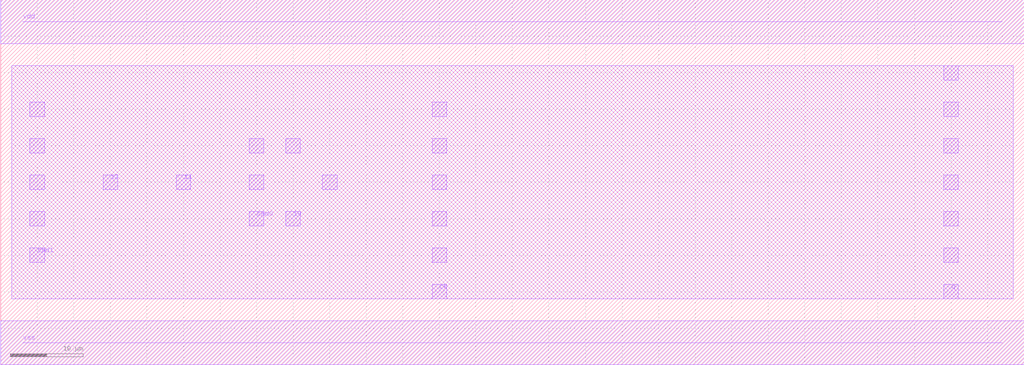
<source format=lef>

MACRO a2_x2
    CLASS     CORE ;
    ORIGIN    0.00 0.00 ;
    SIZE      25.00 BY 50.00 ;
    SYMMETRY  X Y ;
    SITE      core ;
    PIN q
        DIRECTION OUTPUT ;
        PORT
            LAYER L_ALU1 ;
            RECT 19.00 39.00 21.00 41.00 ;
            RECT 19.00 34.00 21.00 36.00 ;
            RECT 19.00 29.00 21.00 31.00 ;
            RECT 19.00 24.00 21.00 26.00 ;
            RECT 19.00 19.00 21.00 21.00 ;
            RECT 19.00 14.00 21.00 16.00 ;
            RECT 19.00 9.00 21.00 11.00 ;
        END
    END q
    PIN i0
        DIRECTION INPUT ;
        PORT
            LAYER L_ALU1 ;
            RECT 4.00 34.00 6.00 36.00 ;
            RECT 4.00 29.00 6.00 31.00 ;
            RECT 4.00 24.00 6.00 26.00 ;
            RECT 4.00 19.00 6.00 21.00 ;
            RECT 4.00 14.00 6.00 16.00 ;
        END
    END i0
    PIN i1
        DIRECTION INPUT ;
        PORT
            LAYER L_ALU1 ;
            RECT 14.00 39.00 16.00 41.00 ;
            RECT 14.00 34.00 16.00 36.00 ;
            RECT 14.00 29.00 16.00 31.00 ;
            RECT 14.00 24.00 16.00 26.00 ;
            RECT 14.00 19.00 16.00 21.00 ;
            RECT 14.00 14.00 16.00 16.00 ;
            RECT 14.00 9.00 16.00 11.00 ;
        END
    END i1
    PIN vdd
        DIRECTION INOUT ;
        USE power ;
        SHAPE ABUTMENT ;
        PORT
            LAYER L_ALU1 ;
            WIDTH 6.00 ;
            PATH 3.00 47.00 22.00 47.00 ;
        END
    END vdd
    PIN vss
        DIRECTION INOUT ;
        USE ground ;
        SHAPE ABUTMENT ;
        PORT
            LAYER L_ALU1 ;
            WIDTH 6.00 ;
            PATH 3.00 3.00 22.00 3.00 ;
        END
    END vss
    OBS
        LAYER L_ALU1 ;
        RECT 1.50 9.00 23.50 41.00 ;
    END
END a2_x2


MACRO a2_x4
    CLASS     CORE ;
    ORIGIN    0.00 0.00 ;
    SIZE      30.00 BY 50.00 ;
    SYMMETRY  X Y ;
    SITE      core ;
    PIN q
        DIRECTION OUTPUT ;
        PORT
            LAYER L_ALU1 ;
            RECT 19.00 39.00 21.00 41.00 ;
            RECT 19.00 34.00 21.00 36.00 ;
            RECT 19.00 29.00 21.00 31.00 ;
            RECT 19.00 24.00 21.00 26.00 ;
            RECT 19.00 19.00 21.00 21.00 ;
            RECT 19.00 14.00 21.00 16.00 ;
            RECT 19.00 9.00 21.00 11.00 ;
        END
    END q
    PIN i0
        DIRECTION INPUT ;
        PORT
            LAYER L_ALU1 ;
            RECT 4.00 34.00 6.00 36.00 ;
            RECT 4.00 29.00 6.00 31.00 ;
            RECT 4.00 24.00 6.00 26.00 ;
            RECT 4.00 19.00 6.00 21.00 ;
            RECT 4.00 14.00 6.00 16.00 ;
        END
    END i0
    PIN i1
        DIRECTION INPUT ;
        PORT
            LAYER L_ALU1 ;
            RECT 14.00 39.00 16.00 41.00 ;
            RECT 14.00 34.00 16.00 36.00 ;
            RECT 14.00 29.00 16.00 31.00 ;
            RECT 14.00 24.00 16.00 26.00 ;
            RECT 14.00 19.00 16.00 21.00 ;
            RECT 14.00 14.00 16.00 16.00 ;
            RECT 14.00 9.00 16.00 11.00 ;
        END
    END i1
    PIN vdd
        DIRECTION INOUT ;
        USE power ;
        SHAPE ABUTMENT ;
        PORT
            LAYER L_ALU1 ;
            WIDTH 6.00 ;
            PATH 3.00 47.00 27.00 47.00 ;
        END
    END vdd
    PIN vss
        DIRECTION INOUT ;
        USE ground ;
        SHAPE ABUTMENT ;
        PORT
            LAYER L_ALU1 ;
            WIDTH 6.00 ;
            PATH 3.00 3.00 27.00 3.00 ;
        END
    END vss
    OBS
        LAYER L_ALU1 ;
        RECT 1.50 9.00 28.50 41.00 ;
    END
END a2_x4


MACRO a3_x2
    CLASS     CORE ;
    ORIGIN    0.00 0.00 ;
    SIZE      30.00 BY 50.00 ;
    SYMMETRY  X Y ;
    SITE      core ;
    PIN q
        DIRECTION OUTPUT ;
        PORT
            LAYER L_ALU1 ;
            RECT 24.00 39.00 26.00 41.00 ;
            RECT 24.00 34.00 26.00 36.00 ;
            RECT 24.00 29.00 26.00 31.00 ;
            RECT 24.00 24.00 26.00 26.00 ;
            RECT 24.00 19.00 26.00 21.00 ;
            RECT 24.00 14.00 26.00 16.00 ;
            RECT 24.00 9.00 26.00 11.00 ;
        END
    END q
    PIN i2
        DIRECTION INPUT ;
        PORT
            LAYER L_ALU1 ;
            RECT 14.00 34.00 16.00 36.00 ;
            RECT 14.00 29.00 16.00 31.00 ;
            RECT 14.00 24.00 16.00 26.00 ;
            RECT 14.00 19.00 16.00 21.00 ;
            RECT 14.00 14.00 16.00 16.00 ;
        END
    END i2
    PIN i0
        DIRECTION INPUT ;
        PORT
            LAYER L_ALU1 ;
            RECT 4.00 34.00 6.00 36.00 ;
            RECT 4.00 29.00 6.00 31.00 ;
            RECT 4.00 24.00 6.00 26.00 ;
            RECT 4.00 19.00 6.00 21.00 ;
            RECT 4.00 14.00 6.00 16.00 ;
        END
    END i0
    PIN i1
        DIRECTION INPUT ;
        PORT
            LAYER L_ALU1 ;
            RECT 9.00 34.00 11.00 36.00 ;
            RECT 9.00 29.00 11.00 31.00 ;
            RECT 9.00 24.00 11.00 26.00 ;
            RECT 9.00 19.00 11.00 21.00 ;
            RECT 9.00 14.00 11.00 16.00 ;
        END
    END i1
    PIN vdd
        DIRECTION INOUT ;
        USE power ;
        SHAPE ABUTMENT ;
        PORT
            LAYER L_ALU1 ;
            WIDTH 6.00 ;
            PATH 3.00 47.00 27.00 47.00 ;
        END
    END vdd
    PIN vss
        DIRECTION INOUT ;
        USE ground ;
        SHAPE ABUTMENT ;
        PORT
            LAYER L_ALU1 ;
            WIDTH 6.00 ;
            PATH 3.00 3.00 27.00 3.00 ;
        END
    END vss
    OBS
        LAYER L_ALU1 ;
        RECT 1.50 9.00 28.50 41.00 ;
    END
END a3_x2


MACRO a3_x4
    CLASS     CORE ;
    ORIGIN    0.00 0.00 ;
    SIZE      35.00 BY 50.00 ;
    SYMMETRY  X Y ;
    SITE      core ;
    PIN q
        DIRECTION OUTPUT ;
        PORT
            LAYER L_ALU1 ;
            RECT 24.00 39.00 26.00 41.00 ;
            RECT 24.00 34.00 26.00 36.00 ;
            RECT 24.00 29.00 26.00 31.00 ;
            RECT 24.00 24.00 26.00 26.00 ;
            RECT 24.00 19.00 26.00 21.00 ;
            RECT 24.00 14.00 26.00 16.00 ;
            RECT 24.00 9.00 26.00 11.00 ;
        END
    END q
    PIN i0
        DIRECTION INPUT ;
        PORT
            LAYER L_ALU1 ;
            RECT 4.00 34.00 6.00 36.00 ;
            RECT 4.00 29.00 6.00 31.00 ;
            RECT 4.00 24.00 6.00 26.00 ;
            RECT 4.00 19.00 6.00 21.00 ;
            RECT 4.00 14.00 6.00 16.00 ;
        END
    END i0
    PIN i1
        DIRECTION INPUT ;
        PORT
            LAYER L_ALU1 ;
            RECT 9.00 34.00 11.00 36.00 ;
            RECT 9.00 29.00 11.00 31.00 ;
            RECT 9.00 24.00 11.00 26.00 ;
            RECT 9.00 19.00 11.00 21.00 ;
            RECT 9.00 14.00 11.00 16.00 ;
        END
    END i1
    PIN i2
        DIRECTION INPUT ;
        PORT
            LAYER L_ALU1 ;
            RECT 14.00 34.00 16.00 36.00 ;
            RECT 14.00 29.00 16.00 31.00 ;
            RECT 14.00 24.00 16.00 26.00 ;
            RECT 14.00 19.00 16.00 21.00 ;
            RECT 14.00 14.00 16.00 16.00 ;
        END
    END i2
    PIN vdd
        DIRECTION INOUT ;
        USE power ;
        SHAPE ABUTMENT ;
        PORT
            LAYER L_ALU1 ;
            WIDTH 6.00 ;
            PATH 3.00 47.00 32.00 47.00 ;
        END
    END vdd
    PIN vss
        DIRECTION INOUT ;
        USE ground ;
        SHAPE ABUTMENT ;
        PORT
            LAYER L_ALU1 ;
            WIDTH 6.00 ;
            PATH 3.00 3.00 32.00 3.00 ;
        END
    END vss
    OBS
        LAYER L_ALU1 ;
        RECT 1.50 9.00 33.50 41.00 ;
    END
END a3_x4


MACRO a4_x2
    CLASS     CORE ;
    ORIGIN    0.00 0.00 ;
    SIZE      35.00 BY 50.00 ;
    SYMMETRY  X Y ;
    SITE      core ;
    PIN q
        DIRECTION OUTPUT ;
        PORT
            LAYER L_ALU1 ;
            RECT 29.00 39.00 31.00 41.00 ;
            RECT 29.00 34.00 31.00 36.00 ;
            RECT 29.00 29.00 31.00 31.00 ;
            RECT 29.00 24.00 31.00 26.00 ;
            RECT 29.00 19.00 31.00 21.00 ;
            RECT 29.00 14.00 31.00 16.00 ;
            RECT 29.00 9.00 31.00 11.00 ;
        END
    END q
    PIN i0
        DIRECTION INPUT ;
        PORT
            LAYER L_ALU1 ;
            RECT 4.00 34.00 6.00 36.00 ;
            RECT 4.00 29.00 6.00 31.00 ;
            RECT 4.00 24.00 6.00 26.00 ;
            RECT 4.00 19.00 6.00 21.00 ;
            RECT 4.00 14.00 6.00 16.00 ;
            RECT 4.00 9.00 6.00 11.00 ;
        END
    END i0
    PIN i2
        DIRECTION INPUT ;
        PORT
            LAYER L_ALU1 ;
            RECT 14.00 34.00 16.00 36.00 ;
            RECT 14.00 29.00 16.00 31.00 ;
            RECT 14.00 24.00 16.00 26.00 ;
            RECT 14.00 19.00 16.00 21.00 ;
            RECT 14.00 14.00 16.00 16.00 ;
            RECT 14.00 9.00 16.00 11.00 ;
        END
    END i2
    PIN i1
        DIRECTION INPUT ;
        PORT
            LAYER L_ALU1 ;
            RECT 9.00 34.00 11.00 36.00 ;
            RECT 9.00 29.00 11.00 31.00 ;
            RECT 9.00 24.00 11.00 26.00 ;
            RECT 9.00 19.00 11.00 21.00 ;
            RECT 9.00 14.00 11.00 16.00 ;
            RECT 9.00 9.00 11.00 11.00 ;
        END
    END i1
    PIN i3
        DIRECTION INPUT ;
        PORT
            LAYER L_ALU1 ;
            RECT 19.00 34.00 21.00 36.00 ;
            RECT 19.00 29.00 21.00 31.00 ;
            RECT 19.00 24.00 21.00 26.00 ;
            RECT 19.00 19.00 21.00 21.00 ;
            RECT 19.00 14.00 21.00 16.00 ;
        END
    END i3
    PIN vdd
        DIRECTION INOUT ;
        USE power ;
        SHAPE ABUTMENT ;
        PORT
            LAYER L_ALU1 ;
            WIDTH 6.00 ;
            PATH 3.00 47.00 32.00 47.00 ;
        END
    END vdd
    PIN vss
        DIRECTION INOUT ;
        USE ground ;
        SHAPE ABUTMENT ;
        PORT
            LAYER L_ALU1 ;
            WIDTH 6.00 ;
            PATH 3.00 3.00 32.00 3.00 ;
        END
    END vss
    OBS
        LAYER L_ALU1 ;
        RECT 1.50 9.00 33.50 41.00 ;
    END
END a4_x2


MACRO a4_x4
    CLASS     CORE ;
    ORIGIN    0.00 0.00 ;
    SIZE      40.00 BY 50.00 ;
    SYMMETRY  X Y ;
    SITE      core ;
    PIN q
        DIRECTION OUTPUT ;
        PORT
            LAYER L_ALU1 ;
            RECT 29.00 39.00 31.00 41.00 ;
            RECT 29.00 34.00 31.00 36.00 ;
            RECT 29.00 29.00 31.00 31.00 ;
            RECT 29.00 24.00 31.00 26.00 ;
            RECT 29.00 19.00 31.00 21.00 ;
            RECT 29.00 14.00 31.00 16.00 ;
            RECT 29.00 9.00 31.00 11.00 ;
        END
    END q
    PIN i3
        DIRECTION INPUT ;
        PORT
            LAYER L_ALU1 ;
            RECT 19.00 34.00 21.00 36.00 ;
            RECT 19.00 29.00 21.00 31.00 ;
            RECT 19.00 24.00 21.00 26.00 ;
            RECT 19.00 19.00 21.00 21.00 ;
            RECT 19.00 14.00 21.00 16.00 ;
        END
    END i3
    PIN i1
        DIRECTION INPUT ;
        PORT
            LAYER L_ALU1 ;
            RECT 9.00 34.00 11.00 36.00 ;
            RECT 9.00 29.00 11.00 31.00 ;
            RECT 9.00 24.00 11.00 26.00 ;
            RECT 9.00 19.00 11.00 21.00 ;
            RECT 9.00 14.00 11.00 16.00 ;
            RECT 9.00 9.00 11.00 11.00 ;
        END
    END i1
    PIN i2
        DIRECTION INPUT ;
        PORT
            LAYER L_ALU1 ;
            RECT 14.00 34.00 16.00 36.00 ;
            RECT 14.00 29.00 16.00 31.00 ;
            RECT 14.00 24.00 16.00 26.00 ;
            RECT 14.00 19.00 16.00 21.00 ;
            RECT 14.00 14.00 16.00 16.00 ;
            RECT 14.00 9.00 16.00 11.00 ;
        END
    END i2
    PIN i0
        DIRECTION INPUT ;
        PORT
            LAYER L_ALU1 ;
            RECT 4.00 34.00 6.00 36.00 ;
            RECT 4.00 29.00 6.00 31.00 ;
            RECT 4.00 24.00 6.00 26.00 ;
            RECT 4.00 19.00 6.00 21.00 ;
            RECT 4.00 14.00 6.00 16.00 ;
            RECT 4.00 9.00 6.00 11.00 ;
        END
    END i0
    PIN vdd
        DIRECTION INOUT ;
        USE power ;
        SHAPE ABUTMENT ;
        PORT
            LAYER L_ALU1 ;
            WIDTH 6.00 ;
            PATH 3.00 47.00 37.00 47.00 ;
        END
    END vdd
    PIN vss
        DIRECTION INOUT ;
        USE ground ;
        SHAPE ABUTMENT ;
        PORT
            LAYER L_ALU1 ;
            WIDTH 6.00 ;
            PATH 3.00 3.00 37.00 3.00 ;
        END
    END vss
    OBS
        LAYER L_ALU1 ;
        RECT 1.50 9.00 38.50 41.00 ;
    END
END a4_x4


MACRO an12_x1
    CLASS     CORE ;
    ORIGIN    0.00 0.00 ;
    SIZE      25.00 BY 50.00 ;
    SYMMETRY  X Y ;
    SITE      core ;
    PIN q
        DIRECTION OUTPUT ;
        PORT
            LAYER L_ALU1 ;
            RECT 4.00 14.00 6.00 16.00 ;
            RECT 4.00 9.00 6.00 11.00 ;
            LAYER L_ALU1 ;
            RECT 4.00 39.00 6.00 41.00 ;
            RECT 4.00 34.00 6.00 36.00 ;
            RECT 4.00 29.00 6.00 31.00 ;
            RECT 4.00 24.00 6.00 26.00 ;
        END
    END q
    PIN i1
        DIRECTION INPUT ;
        PORT
            LAYER L_ALU1 ;
            RECT 14.00 39.00 16.00 41.00 ;
            RECT 14.00 34.00 16.00 36.00 ;
            RECT 14.00 29.00 16.00 31.00 ;
            RECT 14.00 24.00 16.00 26.00 ;
            RECT 14.00 19.00 16.00 21.00 ;
            RECT 14.00 14.00 16.00 16.00 ;
            RECT 14.00 9.00 16.00 11.00 ;
        END
    END i1
    PIN i0
        DIRECTION INPUT ;
        PORT
            LAYER L_ALU1 ;
            RECT 9.00 39.00 11.00 41.00 ;
            RECT 9.00 34.00 11.00 36.00 ;
            RECT 9.00 29.00 11.00 31.00 ;
            RECT 9.00 24.00 11.00 26.00 ;
            RECT 9.00 19.00 11.00 21.00 ;
            RECT 9.00 14.00 11.00 16.00 ;
        END
    END i0
    PIN vdd
        DIRECTION INOUT ;
        USE power ;
        SHAPE ABUTMENT ;
        PORT
            LAYER L_ALU1 ;
            WIDTH 6.00 ;
            PATH 3.00 47.00 22.00 47.00 ;
        END
    END vdd
    PIN vss
        DIRECTION INOUT ;
        USE ground ;
        SHAPE ABUTMENT ;
        PORT
            LAYER L_ALU1 ;
            WIDTH 6.00 ;
            PATH 3.00 3.00 22.00 3.00 ;
        END
    END vss
    OBS
        LAYER L_ALU1 ;
        RECT 1.50 9.00 23.50 41.00 ;
    END
END an12_x1


MACRO an12_x4
    CLASS     CORE ;
    ORIGIN    0.00 0.00 ;
    SIZE      40.00 BY 50.00 ;
    SYMMETRY  X Y ;
    SITE      core ;
    PIN q
        DIRECTION OUTPUT ;
        PORT
            LAYER L_ALU1 ;
            RECT 29.00 39.00 31.00 41.00 ;
            RECT 29.00 34.00 31.00 36.00 ;
            RECT 29.00 29.00 31.00 31.00 ;
            RECT 29.00 24.00 31.00 26.00 ;
            RECT 29.00 19.00 31.00 21.00 ;
            RECT 29.00 14.00 31.00 16.00 ;
            RECT 29.00 9.00 31.00 11.00 ;
        END
    END q
    PIN i1
        DIRECTION INPUT ;
        PORT
            LAYER L_ALU1 ;
            RECT 24.00 39.00 26.00 41.00 ;
            RECT 24.00 34.00 26.00 36.00 ;
            RECT 24.00 29.00 26.00 31.00 ;
            RECT 24.00 24.00 26.00 26.00 ;
            RECT 24.00 19.00 26.00 21.00 ;
            RECT 24.00 14.00 26.00 16.00 ;
            RECT 24.00 9.00 26.00 11.00 ;
        END
    END i1
    PIN i0
        DIRECTION INPUT ;
        PORT
            LAYER L_ALU1 ;
            RECT 9.00 39.00 11.00 41.00 ;
            RECT 9.00 34.00 11.00 36.00 ;
            RECT 9.00 29.00 11.00 31.00 ;
            RECT 9.00 24.00 11.00 26.00 ;
            RECT 9.00 19.00 11.00 21.00 ;
            RECT 9.00 14.00 11.00 16.00 ;
            RECT 9.00 9.00 11.00 11.00 ;
        END
    END i0
    PIN vdd
        DIRECTION INOUT ;
        USE power ;
        SHAPE ABUTMENT ;
        PORT
            LAYER L_ALU1 ;
            WIDTH 6.00 ;
            PATH 3.00 47.00 37.00 47.00 ;
        END
    END vdd
    PIN vss
        DIRECTION INOUT ;
        USE ground ;
        SHAPE ABUTMENT ;
        PORT
            LAYER L_ALU1 ;
            WIDTH 6.00 ;
            PATH 3.00 3.00 37.00 3.00 ;
        END
    END vss
    OBS
        LAYER L_ALU1 ;
        RECT 1.50 9.00 38.50 41.00 ;
    END
END an12_x4


MACRO ao22_x2
    CLASS     CORE ;
    ORIGIN    0.00 0.00 ;
    SIZE      30.00 BY 50.00 ;
    SYMMETRY  X Y ;
    SITE      core ;
    PIN q
        DIRECTION OUTPUT ;
        PORT
            LAYER L_ALU1 ;
            RECT 24.00 39.00 26.00 41.00 ;
            RECT 24.00 34.00 26.00 36.00 ;
            RECT 24.00 29.00 26.00 31.00 ;
            RECT 24.00 24.00 26.00 26.00 ;
            RECT 24.00 19.00 26.00 21.00 ;
            RECT 24.00 14.00 26.00 16.00 ;
            RECT 24.00 9.00 26.00 11.00 ;
        END
    END q
    PIN i0
        DIRECTION INPUT ;
        PORT
            LAYER L_ALU1 ;
            RECT 4.00 39.00 6.00 41.00 ;
            RECT 4.00 34.00 6.00 36.00 ;
            RECT 4.00 29.00 6.00 31.00 ;
            RECT 4.00 24.00 6.00 26.00 ;
            RECT 4.00 19.00 6.00 21.00 ;
        END
    END i0
    PIN i1
        DIRECTION INPUT ;
        PORT
            LAYER L_ALU1 ;
            RECT 9.00 39.00 11.00 41.00 ;
            RECT 9.00 34.00 11.00 36.00 ;
            RECT 9.00 29.00 11.00 31.00 ;
            RECT 9.00 24.00 11.00 26.00 ;
            RECT 9.00 19.00 11.00 21.00 ;
        END
    END i1
    PIN i2
        DIRECTION INPUT ;
        PORT
            LAYER L_ALU1 ;
            RECT 19.00 39.00 21.00 41.00 ;
            RECT 19.00 34.00 21.00 36.00 ;
            RECT 19.00 29.00 21.00 31.00 ;
            RECT 19.00 24.00 21.00 26.00 ;
            RECT 19.00 19.00 21.00 21.00 ;
            RECT 19.00 14.00 21.00 16.00 ;
            RECT 19.00 9.00 21.00 11.00 ;
        END
    END i2
    PIN vdd
        DIRECTION INOUT ;
        USE power ;
        SHAPE ABUTMENT ;
        PORT
            LAYER L_ALU1 ;
            WIDTH 6.00 ;
            PATH 3.00 47.00 27.00 47.00 ;
        END
    END vdd
    PIN vss
        DIRECTION INOUT ;
        USE ground ;
        SHAPE ABUTMENT ;
        PORT
            LAYER L_ALU1 ;
            WIDTH 6.00 ;
            PATH 3.00 3.00 27.00 3.00 ;
        END
    END vss
    OBS
        LAYER L_ALU1 ;
        RECT 1.50 9.00 28.50 41.00 ;
    END
END ao22_x2


MACRO ao22_x4
    CLASS     CORE ;
    ORIGIN    0.00 0.00 ;
    SIZE      40.00 BY 50.00 ;
    SYMMETRY  X Y ;
    SITE      core ;
    PIN q
        DIRECTION OUTPUT ;
        PORT
            LAYER L_ALU1 ;
            RECT 29.00 39.00 31.00 41.00 ;
            RECT 29.00 34.00 31.00 36.00 ;
            RECT 29.00 29.00 31.00 31.00 ;
            RECT 29.00 24.00 31.00 26.00 ;
            RECT 29.00 19.00 31.00 21.00 ;
            RECT 29.00 14.00 31.00 16.00 ;
            RECT 29.00 9.00 31.00 11.00 ;
        END
    END q
    PIN i2
        DIRECTION INPUT ;
        PORT
            LAYER L_ALU1 ;
            RECT 19.00 39.00 21.00 41.00 ;
            RECT 19.00 34.00 21.00 36.00 ;
            RECT 19.00 29.00 21.00 31.00 ;
            RECT 19.00 24.00 21.00 26.00 ;
            RECT 19.00 19.00 21.00 21.00 ;
            RECT 19.00 14.00 21.00 16.00 ;
            RECT 19.00 9.00 21.00 11.00 ;
        END
    END i2
    PIN i0
        DIRECTION INPUT ;
        PORT
            LAYER L_ALU1 ;
            RECT 4.00 39.00 6.00 41.00 ;
            RECT 4.00 34.00 6.00 36.00 ;
            RECT 4.00 29.00 6.00 31.00 ;
            RECT 4.00 24.00 6.00 26.00 ;
            RECT 4.00 19.00 6.00 21.00 ;
        END
    END i0
    PIN i1
        DIRECTION INPUT ;
        PORT
            LAYER L_ALU1 ;
            RECT 9.00 39.00 11.00 41.00 ;
            RECT 9.00 34.00 11.00 36.00 ;
            RECT 9.00 29.00 11.00 31.00 ;
            RECT 9.00 24.00 11.00 26.00 ;
            RECT 9.00 19.00 11.00 21.00 ;
        END
    END i1
    PIN vdd
        DIRECTION INOUT ;
        USE power ;
        SHAPE ABUTMENT ;
        PORT
            LAYER L_ALU1 ;
            WIDTH 6.00 ;
            PATH 3.00 47.00 37.00 47.00 ;
        END
    END vdd
    PIN vss
        DIRECTION INOUT ;
        USE ground ;
        SHAPE ABUTMENT ;
        PORT
            LAYER L_ALU1 ;
            WIDTH 6.00 ;
            PATH 3.00 3.00 37.00 3.00 ;
        END
    END vss
    OBS
        LAYER L_ALU1 ;
        RECT 1.50 9.00 38.50 41.00 ;
    END
END ao22_x4


MACRO ao2o22_x2
    CLASS     CORE ;
    ORIGIN    0.00 0.00 ;
    SIZE      45.00 BY 50.00 ;
    SYMMETRY  X Y ;
    SITE      core ;
    PIN q
        DIRECTION OUTPUT ;
        PORT
            LAYER L_ALU1 ;
            RECT 39.00 39.00 41.00 41.00 ;
            RECT 39.00 34.00 41.00 36.00 ;
            RECT 39.00 29.00 41.00 31.00 ;
            RECT 39.00 24.00 41.00 26.00 ;
            RECT 39.00 19.00 41.00 21.00 ;
            RECT 39.00 14.00 41.00 16.00 ;
            RECT 39.00 9.00 41.00 11.00 ;
        END
    END q
    PIN i3
        DIRECTION INPUT ;
        PORT
            LAYER L_ALU1 ;
            RECT 24.00 34.00 26.00 36.00 ;
            RECT 24.00 29.00 26.00 31.00 ;
            RECT 24.00 24.00 26.00 26.00 ;
            RECT 24.00 19.00 26.00 21.00 ;
            RECT 24.00 14.00 26.00 16.00 ;
        END
    END i3
    PIN i2
        DIRECTION INPUT ;
        PORT
            LAYER L_ALU1 ;
            RECT 19.00 34.00 21.00 36.00 ;
            RECT 19.00 29.00 21.00 31.00 ;
            RECT 19.00 24.00 21.00 26.00 ;
            RECT 19.00 19.00 21.00 21.00 ;
            RECT 19.00 14.00 21.00 16.00 ;
        END
    END i2
    PIN i1
        DIRECTION INPUT ;
        PORT
            LAYER L_ALU1 ;
            RECT 9.00 39.00 11.00 41.00 ;
            RECT 9.00 34.00 11.00 36.00 ;
            RECT 9.00 29.00 11.00 31.00 ;
            RECT 9.00 24.00 11.00 26.00 ;
            RECT 9.00 19.00 11.00 21.00 ;
        END
    END i1
    PIN i0
        DIRECTION INPUT ;
        PORT
            LAYER L_ALU1 ;
            RECT 4.00 39.00 6.00 41.00 ;
            RECT 4.00 34.00 6.00 36.00 ;
            RECT 4.00 29.00 6.00 31.00 ;
            RECT 4.00 24.00 6.00 26.00 ;
            RECT 4.00 19.00 6.00 21.00 ;
        END
    END i0
    PIN vdd
        DIRECTION INOUT ;
        USE power ;
        SHAPE ABUTMENT ;
        PORT
            LAYER L_ALU1 ;
            WIDTH 6.00 ;
            PATH 3.00 47.00 42.00 47.00 ;
        END
    END vdd
    PIN vss
        DIRECTION INOUT ;
        USE ground ;
        SHAPE ABUTMENT ;
        PORT
            LAYER L_ALU1 ;
            WIDTH 6.00 ;
            PATH 3.00 3.00 42.00 3.00 ;
        END
    END vss
    OBS
        LAYER L_ALU1 ;
        RECT 1.50 9.00 43.50 41.00 ;
    END
END ao2o22_x2


MACRO ao2o22_x4
    CLASS     CORE ;
    ORIGIN    0.00 0.00 ;
    SIZE      50.00 BY 50.00 ;
    SYMMETRY  X Y ;
    SITE      core ;
    PIN q
        DIRECTION OUTPUT ;
        PORT
            LAYER L_ALU1 ;
            RECT 39.00 39.00 41.00 41.00 ;
            RECT 39.00 34.00 41.00 36.00 ;
            RECT 39.00 29.00 41.00 31.00 ;
            RECT 39.00 24.00 41.00 26.00 ;
            RECT 39.00 19.00 41.00 21.00 ;
            RECT 39.00 14.00 41.00 16.00 ;
            RECT 39.00 9.00 41.00 11.00 ;
        END
    END q
    PIN i3
        DIRECTION INPUT ;
        PORT
            LAYER L_ALU1 ;
            RECT 24.00 34.00 26.00 36.00 ;
            RECT 24.00 29.00 26.00 31.00 ;
            RECT 24.00 24.00 26.00 26.00 ;
            RECT 24.00 19.00 26.00 21.00 ;
            RECT 24.00 14.00 26.00 16.00 ;
        END
    END i3
    PIN i2
        DIRECTION INPUT ;
        PORT
            LAYER L_ALU1 ;
            RECT 19.00 34.00 21.00 36.00 ;
            RECT 19.00 29.00 21.00 31.00 ;
            RECT 19.00 24.00 21.00 26.00 ;
            RECT 19.00 19.00 21.00 21.00 ;
            RECT 19.00 14.00 21.00 16.00 ;
        END
    END i2
    PIN i1
        DIRECTION INPUT ;
        PORT
            LAYER L_ALU1 ;
            RECT 9.00 39.00 11.00 41.00 ;
            RECT 9.00 34.00 11.00 36.00 ;
            RECT 9.00 29.00 11.00 31.00 ;
            RECT 9.00 24.00 11.00 26.00 ;
            RECT 9.00 19.00 11.00 21.00 ;
        END
    END i1
    PIN i0
        DIRECTION INPUT ;
        PORT
            LAYER L_ALU1 ;
            RECT 4.00 39.00 6.00 41.00 ;
            RECT 4.00 34.00 6.00 36.00 ;
            RECT 4.00 29.00 6.00 31.00 ;
            RECT 4.00 24.00 6.00 26.00 ;
            RECT 4.00 19.00 6.00 21.00 ;
        END
    END i0
    PIN vdd
        DIRECTION INOUT ;
        USE power ;
        SHAPE ABUTMENT ;
        PORT
            LAYER L_ALU1 ;
            WIDTH 6.00 ;
            PATH 3.00 47.00 47.00 47.00 ;
        END
    END vdd
    PIN vss
        DIRECTION INOUT ;
        USE ground ;
        SHAPE ABUTMENT ;
        PORT
            LAYER L_ALU1 ;
            WIDTH 6.00 ;
            PATH 3.00 3.00 47.00 3.00 ;
        END
    END vss
    OBS
        LAYER L_ALU1 ;
        RECT 1.50 9.00 48.50 41.00 ;
    END
END ao2o22_x4


MACRO buf_x2
    CLASS     CORE ;
    ORIGIN    0.00 0.00 ;
    SIZE      20.00 BY 50.00 ;
    SYMMETRY  X Y ;
    SITE      core ;
    PIN q
        DIRECTION OUTPUT ;
        PORT
            LAYER L_ALU1 ;
            RECT 14.00 39.00 16.00 41.00 ;
            RECT 14.00 34.00 16.00 36.00 ;
            RECT 14.00 29.00 16.00 31.00 ;
            RECT 14.00 24.00 16.00 26.00 ;
            RECT 14.00 19.00 16.00 21.00 ;
            RECT 14.00 14.00 16.00 16.00 ;
            RECT 14.00 9.00 16.00 11.00 ;
        END
    END q
    PIN i
        DIRECTION INPUT ;
        PORT
            LAYER L_ALU1 ;
            RECT 9.00 39.00 11.00 41.00 ;
            RECT 9.00 34.00 11.00 36.00 ;
            RECT 9.00 29.00 11.00 31.00 ;
            RECT 9.00 24.00 11.00 26.00 ;
            RECT 9.00 19.00 11.00 21.00 ;
            RECT 9.00 14.00 11.00 16.00 ;
            RECT 9.00 9.00 11.00 11.00 ;
        END
    END i
    PIN vdd
        DIRECTION INOUT ;
        USE power ;
        SHAPE ABUTMENT ;
        PORT
            LAYER L_ALU1 ;
            WIDTH 6.00 ;
            PATH 3.00 47.00 17.00 47.00 ;
        END
    END vdd
    PIN vss
        DIRECTION INOUT ;
        USE ground ;
        SHAPE ABUTMENT ;
        PORT
            LAYER L_ALU1 ;
            WIDTH 6.00 ;
            PATH 3.00 3.00 17.00 3.00 ;
        END
    END vss
    OBS
        LAYER L_ALU1 ;
        RECT 1.50 9.00 18.50 41.00 ;
    END
END buf_x2


MACRO buf_x4
    CLASS     CORE ;
    ORIGIN    0.00 0.00 ;
    SIZE      25.00 BY 50.00 ;
    SYMMETRY  X Y ;
    SITE      core ;
    PIN q
        DIRECTION OUTPUT ;
        PORT
            LAYER L_ALU1 ;
            RECT 14.00 39.00 16.00 41.00 ;
            RECT 14.00 34.00 16.00 36.00 ;
            RECT 14.00 29.00 16.00 31.00 ;
            RECT 14.00 24.00 16.00 26.00 ;
            RECT 14.00 19.00 16.00 21.00 ;
            RECT 14.00 14.00 16.00 16.00 ;
            RECT 14.00 9.00 16.00 11.00 ;
        END
    END q
    PIN i
        DIRECTION INPUT ;
        PORT
            LAYER L_ALU1 ;
            RECT 9.00 39.00 11.00 41.00 ;
            RECT 9.00 34.00 11.00 36.00 ;
            RECT 9.00 29.00 11.00 31.00 ;
            RECT 9.00 24.00 11.00 26.00 ;
            RECT 9.00 19.00 11.00 21.00 ;
            RECT 9.00 14.00 11.00 16.00 ;
            RECT 9.00 9.00 11.00 11.00 ;
        END
    END i
    PIN vdd
        DIRECTION INOUT ;
        USE power ;
        SHAPE ABUTMENT ;
        PORT
            LAYER L_ALU1 ;
            WIDTH 6.00 ;
            PATH 3.00 47.00 22.00 47.00 ;
        END
    END vdd
    PIN vss
        DIRECTION INOUT ;
        USE ground ;
        SHAPE ABUTMENT ;
        PORT
            LAYER L_ALU1 ;
            WIDTH 6.00 ;
            PATH 3.00 3.00 22.00 3.00 ;
        END
    END vss
    OBS
        LAYER L_ALU1 ;
        RECT 1.50 9.00 23.50 41.00 ;
    END
END buf_x4


MACRO buf_x8
    CLASS     CORE ;
    ORIGIN    0.00 0.00 ;
    SIZE      40.00 BY 50.00 ;
    SYMMETRY  X Y ;
    SITE      core ;
    PIN q
        DIRECTION OUTPUT ;
        PORT
            LAYER L_ALU1 ;
            RECT 14.00 39.00 16.00 41.00 ;
            RECT 14.00 34.00 16.00 36.00 ;
            RECT 14.00 29.00 16.00 31.00 ;
            RECT 14.00 24.00 16.00 26.00 ;
            RECT 14.00 19.00 16.00 21.00 ;
            RECT 14.00 14.00 16.00 16.00 ;
            RECT 14.00 9.00 16.00 11.00 ;
        END
    END q
    PIN i
        DIRECTION INPUT ;
        PORT
            LAYER L_ALU1 ;
            RECT 9.00 39.00 11.00 41.00 ;
            RECT 9.00 34.00 11.00 36.00 ;
            RECT 9.00 29.00 11.00 31.00 ;
            RECT 9.00 24.00 11.00 26.00 ;
            RECT 9.00 19.00 11.00 21.00 ;
            RECT 9.00 14.00 11.00 16.00 ;
            RECT 9.00 9.00 11.00 11.00 ;
        END
    END i
    PIN vdd
        DIRECTION INOUT ;
        USE power ;
        SHAPE ABUTMENT ;
        PORT
            LAYER L_ALU1 ;
            WIDTH 6.00 ;
            PATH 3.00 47.00 37.00 47.00 ;
        END
    END vdd
    PIN vss
        DIRECTION INOUT ;
        USE ground ;
        SHAPE ABUTMENT ;
        PORT
            LAYER L_ALU1 ;
            WIDTH 6.00 ;
            PATH 3.00 3.00 37.00 3.00 ;
        END
    END vss
    OBS
        LAYER L_ALU1 ;
        RECT 1.50 9.00 38.50 41.00 ;
    END
END buf_x8


MACRO fulladder_x2
    CLASS     CORE ;
    ORIGIN    0.00 0.00 ;
    SIZE      100.00 BY 50.00 ;
    SYMMETRY  X Y ;
    SITE      core ;
    PIN sout
        DIRECTION OUTPUT ;
        PORT
            LAYER L_ALU1 ;
            RECT 49.00 34.00 51.00 36.00 ;
            RECT 49.00 29.00 51.00 31.00 ;
            RECT 49.00 24.00 51.00 26.00 ;
            RECT 49.00 19.00 51.00 21.00 ;
            RECT 49.00 14.00 51.00 16.00 ;
            RECT 49.00 9.00 51.00 11.00 ;
        END
    END sout
    PIN cout
        DIRECTION OUTPUT ;
        PORT
            LAYER L_ALU1 ;
            RECT 39.00 14.00 41.00 16.00 ;
            RECT 39.00 9.00 41.00 11.00 ;
            LAYER L_ALU1 ;
            RECT 34.00 29.00 36.00 31.00 ;
            RECT 34.00 24.00 36.00 26.00 ;
            RECT 34.00 19.00 36.00 21.00 ;
            RECT 34.00 14.00 36.00 16.00 ;
        END
    END cout
    PIN b4
        DIRECTION INPUT ;
        PORT
            LAYER L_ALU1 ;
            RECT 94.00 34.00 96.00 36.00 ;
            RECT 94.00 29.00 96.00 31.00 ;
            RECT 94.00 24.00 96.00 26.00 ;
            RECT 94.00 19.00 96.00 21.00 ;
            RECT 94.00 14.00 96.00 16.00 ;
        END
    END b4
    PIN a4
        DIRECTION INPUT ;
        PORT
            LAYER L_ALU1 ;
            RECT 89.00 34.00 91.00 36.00 ;
            RECT 89.00 29.00 91.00 31.00 ;
            RECT 89.00 24.00 91.00 26.00 ;
            RECT 89.00 19.00 91.00 21.00 ;
            RECT 89.00 14.00 91.00 16.00 ;
        END
    END a4
    PIN b1
        DIRECTION INPUT ;
        PORT
            LAYER L_ALU1 ;
            RECT 9.00 34.00 11.00 36.00 ;
            RECT 9.00 29.00 11.00 31.00 ;
            RECT 9.00 24.00 11.00 26.00 ;
            RECT 9.00 19.00 11.00 21.00 ;
            RECT 9.00 14.00 11.00 16.00 ;
        END
    END b1
    PIN a1
        DIRECTION INPUT ;
        PORT
            LAYER L_ALU1 ;
            RECT 4.00 34.00 6.00 36.00 ;
            RECT 4.00 29.00 6.00 31.00 ;
            RECT 4.00 24.00 6.00 26.00 ;
            RECT 4.00 19.00 6.00 21.00 ;
            RECT 4.00 14.00 6.00 16.00 ;
            RECT 4.00 9.00 6.00 11.00 ;
        END
    END a1
    PIN cin3
        DIRECTION INPUT ;
        PORT
            LAYER L_ALU1 ;
            RECT 84.00 29.00 86.00 31.00 ;
            RECT 84.00 24.00 86.00 26.00 ;
            RECT 84.00 19.00 86.00 21.00 ;
            RECT 84.00 14.00 86.00 16.00 ;
        END
    END cin3
    PIN cin2
        DIRECTION INPUT ;
        PORT
            LAYER L_ALU1 ;
            RECT 69.00 29.00 71.00 31.00 ;
            RECT 69.00 24.00 71.00 26.00 ;
            RECT 69.00 19.00 71.00 21.00 ;
            RECT 69.00 14.00 71.00 16.00 ;
        END
    END cin2
    PIN b3
        DIRECTION INPUT ;
        PORT
            LAYER L_ALU1 ;
            RECT 64.00 29.00 66.00 31.00 ;
            RECT 64.00 24.00 66.00 26.00 ;
            RECT 64.00 19.00 66.00 21.00 ;
            RECT 64.00 14.00 66.00 16.00 ;
        END
    END b3
    PIN a3
        DIRECTION INPUT ;
        PORT
            LAYER L_ALU1 ;
            RECT 59.00 29.00 61.00 31.00 ;
            RECT 59.00 24.00 61.00 26.00 ;
            RECT 59.00 19.00 61.00 21.00 ;
            RECT 59.00 14.00 61.00 16.00 ;
        END
    END a3
    PIN b2
        DIRECTION INPUT ;
        PORT
            LAYER L_ALU1 ;
            RECT 29.00 29.00 31.00 31.00 ;
            RECT 29.00 24.00 31.00 26.00 ;
            RECT 29.00 19.00 31.00 21.00 ;
            RECT 29.00 14.00 31.00 16.00 ;
        END
    END b2
    PIN a2
        DIRECTION INPUT ;
        PORT
            LAYER L_ALU1 ;
            RECT 24.00 29.00 26.00 31.00 ;
            RECT 24.00 24.00 26.00 26.00 ;
            RECT 24.00 19.00 26.00 21.00 ;
            RECT 24.00 14.00 26.00 16.00 ;
        END
    END a2
    PIN cin1
        DIRECTION INPUT ;
        PORT
            LAYER L_ALU1 ;
            RECT 19.00 29.00 21.00 31.00 ;
            RECT 19.00 24.00 21.00 26.00 ;
            RECT 19.00 19.00 21.00 21.00 ;
            RECT 19.00 14.00 21.00 16.00 ;
        END
    END cin1
    PIN vdd
        DIRECTION INOUT ;
        USE power ;
        SHAPE ABUTMENT ;
        PORT
            LAYER L_ALU1 ;
            WIDTH 6.00 ;
            PATH 3.00 47.00 97.00 47.00 ;
        END
    END vdd
    PIN vss
        DIRECTION INOUT ;
        USE ground ;
        SHAPE ABUTMENT ;
        PORT
            LAYER L_ALU1 ;
            WIDTH 6.00 ;
            PATH 3.00 3.00 97.00 3.00 ;
        END
    END vss
    OBS
        LAYER L_ALU1 ;
        RECT 1.50 9.00 98.50 41.00 ;
    END
END fulladder_x2


MACRO fulladder_x4
    CLASS     CORE ;
    ORIGIN    0.00 0.00 ;
    SIZE      105.00 BY 50.00 ;
    SYMMETRY  X Y ;
    SITE      core ;
    PIN cout
        DIRECTION OUTPUT ;
        PORT
            LAYER L_ALU1 ;
            RECT 44.00 34.00 46.00 36.00 ;
            RECT 44.00 29.00 46.00 31.00 ;
            RECT 44.00 24.00 46.00 26.00 ;
            RECT 44.00 19.00 46.00 21.00 ;
            RECT 44.00 14.00 46.00 16.00 ;
            RECT 44.00 9.00 46.00 11.00 ;
        END
    END cout
    PIN sout
        DIRECTION OUTPUT ;
        PORT
            LAYER L_ALU1 ;
            RECT 54.00 34.00 56.00 36.00 ;
            RECT 54.00 29.00 56.00 31.00 ;
            RECT 54.00 24.00 56.00 26.00 ;
            RECT 54.00 19.00 56.00 21.00 ;
            RECT 54.00 14.00 56.00 16.00 ;
            RECT 54.00 9.00 56.00 11.00 ;
        END
    END sout
    PIN a3
        DIRECTION INPUT ;
        PORT
            LAYER L_ALU1 ;
            RECT 64.00 29.00 66.00 31.00 ;
            RECT 64.00 24.00 66.00 26.00 ;
            RECT 64.00 19.00 66.00 21.00 ;
        END
    END a3
    PIN cin2
        DIRECTION INPUT ;
        PORT
            LAYER L_ALU1 ;
            RECT 74.00 29.00 76.00 31.00 ;
            RECT 74.00 24.00 76.00 26.00 ;
            RECT 74.00 19.00 76.00 21.00 ;
            RECT 74.00 14.00 76.00 16.00 ;
        END
    END cin2
    PIN b3
        DIRECTION INPUT ;
        PORT
            LAYER L_ALU1 ;
            RECT 69.00 29.00 71.00 31.00 ;
            RECT 69.00 24.00 71.00 26.00 ;
            RECT 69.00 19.00 71.00 21.00 ;
            RECT 69.00 14.00 71.00 16.00 ;
        END
    END b3
    PIN cin3
        DIRECTION INPUT ;
        PORT
            LAYER L_ALU1 ;
            RECT 89.00 29.00 91.00 31.00 ;
            RECT 89.00 24.00 91.00 26.00 ;
            RECT 89.00 19.00 91.00 21.00 ;
            RECT 89.00 14.00 91.00 16.00 ;
        END
    END cin3
    PIN a4
        DIRECTION INPUT ;
        PORT
            LAYER L_ALU1 ;
            RECT 94.00 34.00 96.00 36.00 ;
            RECT 94.00 29.00 96.00 31.00 ;
            RECT 94.00 24.00 96.00 26.00 ;
            RECT 94.00 19.00 96.00 21.00 ;
            RECT 94.00 14.00 96.00 16.00 ;
        END
    END a4
    PIN b4
        DIRECTION INPUT ;
        PORT
            LAYER L_ALU1 ;
            RECT 99.00 34.00 101.00 36.00 ;
            RECT 99.00 29.00 101.00 31.00 ;
            RECT 99.00 24.00 101.00 26.00 ;
            RECT 99.00 19.00 101.00 21.00 ;
            RECT 99.00 14.00 101.00 16.00 ;
        END
    END b4
    PIN b2
        DIRECTION INPUT ;
        PORT
            LAYER L_ALU1 ;
            RECT 29.00 29.00 31.00 31.00 ;
            RECT 29.00 24.00 31.00 26.00 ;
            RECT 29.00 19.00 31.00 21.00 ;
            RECT 29.00 14.00 31.00 16.00 ;
        END
    END b2
    PIN a2
        DIRECTION INPUT ;
        PORT
            LAYER L_ALU1 ;
            RECT 24.00 29.00 26.00 31.00 ;
            RECT 24.00 24.00 26.00 26.00 ;
            RECT 24.00 19.00 26.00 21.00 ;
            RECT 24.00 14.00 26.00 16.00 ;
        END
    END a2
    PIN cin1
        DIRECTION INPUT ;
        PORT
            LAYER L_ALU1 ;
            RECT 19.00 29.00 21.00 31.00 ;
            RECT 19.00 24.00 21.00 26.00 ;
            RECT 19.00 19.00 21.00 21.00 ;
            RECT 19.00 14.00 21.00 16.00 ;
        END
    END cin1
    PIN b1
        DIRECTION INPUT ;
        PORT
            LAYER L_ALU1 ;
            RECT 9.00 34.00 11.00 36.00 ;
            RECT 9.00 29.00 11.00 31.00 ;
            RECT 9.00 24.00 11.00 26.00 ;
            RECT 9.00 19.00 11.00 21.00 ;
            RECT 9.00 14.00 11.00 16.00 ;
        END
    END b1
    PIN a1
        DIRECTION INPUT ;
        PORT
            LAYER L_ALU1 ;
            RECT 4.00 34.00 6.00 36.00 ;
            RECT 4.00 29.00 6.00 31.00 ;
            RECT 4.00 24.00 6.00 26.00 ;
            RECT 4.00 19.00 6.00 21.00 ;
            RECT 4.00 14.00 6.00 16.00 ;
            RECT 4.00 9.00 6.00 11.00 ;
        END
    END a1
    PIN vdd
        DIRECTION INOUT ;
        USE power ;
        SHAPE ABUTMENT ;
        PORT
            LAYER L_ALU1 ;
            WIDTH 6.00 ;
            PATH 3.00 47.00 102.00 47.00 ;
        END
    END vdd
    PIN vss
        DIRECTION INOUT ;
        USE ground ;
        SHAPE ABUTMENT ;
        PORT
            LAYER L_ALU1 ;
            WIDTH 6.00 ;
            PATH 3.00 3.00 102.00 3.00 ;
        END
    END vss
    OBS
        LAYER L_ALU1 ;
        RECT 1.50 9.00 103.50 41.00 ;
    END
END fulladder_x4


MACRO halfadder_x2
    CLASS     CORE ;
    ORIGIN    0.00 0.00 ;
    SIZE      80.00 BY 50.00 ;
    SYMMETRY  X Y ;
    SITE      core ;
    PIN sout
        DIRECTION OUTPUT ;
        PORT
            LAYER L_ALU1 ;
            RECT 74.00 39.00 76.00 41.00 ;
            RECT 74.00 34.00 76.00 36.00 ;
            RECT 74.00 29.00 76.00 31.00 ;
            RECT 74.00 24.00 76.00 26.00 ;
            RECT 74.00 19.00 76.00 21.00 ;
            RECT 74.00 14.00 76.00 16.00 ;
            RECT 74.00 9.00 76.00 11.00 ;
        END
    END sout
    PIN cout
        DIRECTION OUTPUT ;
        PORT
            LAYER L_ALU1 ;
            RECT 4.00 39.00 6.00 41.00 ;
            RECT 4.00 34.00 6.00 36.00 ;
            RECT 4.00 29.00 6.00 31.00 ;
            RECT 4.00 24.00 6.00 26.00 ;
            RECT 4.00 19.00 6.00 21.00 ;
            RECT 4.00 14.00 6.00 16.00 ;
            RECT 4.00 9.00 6.00 11.00 ;
        END
    END cout
    PIN b
        DIRECTION INPUT ;
        PORT
            LAYER L_ALU1 ;
            RECT 34.00 34.00 36.00 36.00 ;
            RECT 34.00 29.00 36.00 31.00 ;
            RECT 34.00 24.00 36.00 26.00 ;
            RECT 34.00 19.00 36.00 21.00 ;
            RECT 34.00 14.00 36.00 16.00 ;
            RECT 34.00 9.00 36.00 11.00 ;
        END
    END b
    PIN a
        DIRECTION INPUT ;
        PORT
            LAYER L_ALU1 ;
            RECT 9.00 39.00 11.00 41.00 ;
            RECT 9.00 34.00 11.00 36.00 ;
            RECT 9.00 29.00 11.00 31.00 ;
            RECT 9.00 24.00 11.00 26.00 ;
            RECT 9.00 19.00 11.00 21.00 ;
            RECT 9.00 14.00 11.00 16.00 ;
            RECT 9.00 9.00 11.00 11.00 ;
        END
    END a
    PIN vdd
        DIRECTION INOUT ;
        USE power ;
        SHAPE ABUTMENT ;
        PORT
            LAYER L_ALU1 ;
            WIDTH 6.00 ;
            PATH 3.00 47.00 77.00 47.00 ;
        END
    END vdd
    PIN vss
        DIRECTION INOUT ;
        USE ground ;
        SHAPE ABUTMENT ;
        PORT
            LAYER L_ALU1 ;
            WIDTH 6.00 ;
            PATH 3.00 3.00 77.00 3.00 ;
        END
    END vss
    OBS
        LAYER L_ALU1 ;
        RECT 1.50 9.00 78.50 41.00 ;
    END
END halfadder_x2


MACRO halfadder_x4
    CLASS     CORE ;
    ORIGIN    0.00 0.00 ;
    SIZE      90.00 BY 50.00 ;
    SYMMETRY  X Y ;
    SITE      core ;
    PIN cout
        DIRECTION OUTPUT ;
        PORT
            LAYER L_ALU1 ;
            RECT 9.00 39.00 11.00 41.00 ;
            RECT 9.00 34.00 11.00 36.00 ;
            RECT 9.00 29.00 11.00 31.00 ;
            RECT 9.00 24.00 11.00 26.00 ;
            RECT 9.00 19.00 11.00 21.00 ;
            RECT 9.00 14.00 11.00 16.00 ;
            RECT 9.00 9.00 11.00 11.00 ;
        END
    END cout
    PIN sout
        DIRECTION OUTPUT ;
        PORT
            LAYER L_ALU1 ;
            RECT 79.00 39.00 81.00 41.00 ;
            RECT 79.00 34.00 81.00 36.00 ;
            RECT 79.00 29.00 81.00 31.00 ;
            RECT 79.00 24.00 81.00 26.00 ;
            RECT 79.00 19.00 81.00 21.00 ;
            RECT 79.00 14.00 81.00 16.00 ;
            RECT 79.00 9.00 81.00 11.00 ;
        END
    END sout
    PIN a
        DIRECTION INPUT ;
        PORT
            LAYER L_ALU1 ;
            RECT 14.00 39.00 16.00 41.00 ;
            RECT 14.00 34.00 16.00 36.00 ;
            RECT 14.00 29.00 16.00 31.00 ;
            RECT 14.00 24.00 16.00 26.00 ;
            RECT 14.00 19.00 16.00 21.00 ;
            RECT 14.00 14.00 16.00 16.00 ;
            RECT 14.00 9.00 16.00 11.00 ;
        END
    END a
    PIN b
        DIRECTION INPUT ;
        PORT
            LAYER L_ALU1 ;
            RECT 39.00 34.00 41.00 36.00 ;
            RECT 39.00 29.00 41.00 31.00 ;
            RECT 39.00 24.00 41.00 26.00 ;
            RECT 39.00 19.00 41.00 21.00 ;
            RECT 39.00 14.00 41.00 16.00 ;
            RECT 39.00 9.00 41.00 11.00 ;
        END
    END b
    PIN vdd
        DIRECTION INOUT ;
        USE power ;
        SHAPE ABUTMENT ;
        PORT
            LAYER L_ALU1 ;
            WIDTH 6.00 ;
            PATH 3.00 47.00 87.00 47.00 ;
        END
    END vdd
    PIN vss
        DIRECTION INOUT ;
        USE ground ;
        SHAPE ABUTMENT ;
        PORT
            LAYER L_ALU1 ;
            WIDTH 6.00 ;
            PATH 3.00 3.00 87.00 3.00 ;
        END
    END vss
    OBS
        LAYER L_ALU1 ;
        RECT 1.50 9.00 88.50 41.00 ;
    END
END halfadder_x4


MACRO inv_x1
    CLASS     CORE ;
    ORIGIN    0.00 0.00 ;
    SIZE      15.00 BY 50.00 ;
    SYMMETRY  X Y ;
    SITE      core ;
    PIN nq
        DIRECTION OUTPUT ;
        PORT
            LAYER L_ALU1 ;
            RECT 9.00 39.00 11.00 41.00 ;
            RECT 9.00 34.00 11.00 36.00 ;
            RECT 9.00 29.00 11.00 31.00 ;
            RECT 9.00 24.00 11.00 26.00 ;
            RECT 9.00 19.00 11.00 21.00 ;
            RECT 9.00 14.00 11.00 16.00 ;
            RECT 9.00 9.00 11.00 11.00 ;
        END
    END nq
    PIN i
        DIRECTION INPUT ;
        PORT
            LAYER L_ALU1 ;
            RECT 4.00 39.00 6.00 41.00 ;
            RECT 4.00 34.00 6.00 36.00 ;
            RECT 4.00 29.00 6.00 31.00 ;
            RECT 4.00 24.00 6.00 26.00 ;
            RECT 4.00 19.00 6.00 21.00 ;
            RECT 4.00 14.00 6.00 16.00 ;
            RECT 4.00 9.00 6.00 11.00 ;
        END
    END i
    PIN vdd
        DIRECTION INOUT ;
        USE power ;
        SHAPE ABUTMENT ;
        PORT
            LAYER L_ALU1 ;
            WIDTH 6.00 ;
            PATH 3.00 47.00 12.00 47.00 ;
        END
    END vdd
    PIN vss
        DIRECTION INOUT ;
        USE ground ;
        SHAPE ABUTMENT ;
        PORT
            LAYER L_ALU1 ;
            WIDTH 6.00 ;
            PATH 3.00 3.00 12.00 3.00 ;
        END
    END vss
    OBS
        LAYER L_ALU1 ;
        RECT 1.50 9.00 13.50 41.00 ;
    END
END inv_x1


MACRO inv_x2
    CLASS     CORE ;
    ORIGIN    0.00 0.00 ;
    SIZE      15.00 BY 50.00 ;
    SYMMETRY  X Y ;
    SITE      core ;
    PIN nq
        DIRECTION OUTPUT ;
        PORT
            LAYER L_ALU1 ;
            RECT 9.00 39.00 11.00 41.00 ;
            RECT 9.00 34.00 11.00 36.00 ;
            RECT 9.00 29.00 11.00 31.00 ;
            RECT 9.00 24.00 11.00 26.00 ;
            RECT 9.00 19.00 11.00 21.00 ;
            RECT 9.00 14.00 11.00 16.00 ;
            RECT 9.00 9.00 11.00 11.00 ;
        END
    END nq
    PIN i
        DIRECTION INPUT ;
        PORT
            LAYER L_ALU1 ;
            RECT 4.00 39.00 6.00 41.00 ;
            RECT 4.00 34.00 6.00 36.00 ;
            RECT 4.00 29.00 6.00 31.00 ;
            RECT 4.00 24.00 6.00 26.00 ;
            RECT 4.00 19.00 6.00 21.00 ;
            RECT 4.00 14.00 6.00 16.00 ;
            RECT 4.00 9.00 6.00 11.00 ;
        END
    END i
    PIN vdd
        DIRECTION INOUT ;
        USE power ;
        SHAPE ABUTMENT ;
        PORT
            LAYER L_ALU1 ;
            WIDTH 6.00 ;
            PATH 3.00 47.00 12.00 47.00 ;
        END
    END vdd
    PIN vss
        DIRECTION INOUT ;
        USE ground ;
        SHAPE ABUTMENT ;
        PORT
            LAYER L_ALU1 ;
            WIDTH 6.00 ;
            PATH 3.00 3.00 12.00 3.00 ;
        END
    END vss
    OBS
        LAYER L_ALU1 ;
        RECT 1.50 9.00 13.50 41.00 ;
    END
END inv_x2


MACRO inv_x4
    CLASS     CORE ;
    ORIGIN    0.00 0.00 ;
    SIZE      20.00 BY 50.00 ;
    SYMMETRY  X Y ;
    SITE      core ;
    PIN nq
        DIRECTION OUTPUT ;
        PORT
            LAYER L_ALU1 ;
            RECT 9.00 39.00 11.00 41.00 ;
            RECT 9.00 34.00 11.00 36.00 ;
            RECT 9.00 29.00 11.00 31.00 ;
            RECT 9.00 24.00 11.00 26.00 ;
            RECT 9.00 19.00 11.00 21.00 ;
            RECT 9.00 14.00 11.00 16.00 ;
            RECT 9.00 9.00 11.00 11.00 ;
        END
    END nq
    PIN i
        DIRECTION INPUT ;
        PORT
            LAYER L_ALU1 ;
            RECT 4.00 39.00 6.00 41.00 ;
            RECT 4.00 34.00 6.00 36.00 ;
            RECT 4.00 29.00 6.00 31.00 ;
            RECT 4.00 24.00 6.00 26.00 ;
            RECT 4.00 19.00 6.00 21.00 ;
            RECT 4.00 14.00 6.00 16.00 ;
            RECT 4.00 9.00 6.00 11.00 ;
        END
    END i
    PIN vdd
        DIRECTION INOUT ;
        USE power ;
        SHAPE ABUTMENT ;
        PORT
            LAYER L_ALU1 ;
            WIDTH 6.00 ;
            PATH 3.00 47.00 17.00 47.00 ;
        END
    END vdd
    PIN vss
        DIRECTION INOUT ;
        USE ground ;
        SHAPE ABUTMENT ;
        PORT
            LAYER L_ALU1 ;
            WIDTH 6.00 ;
            PATH 3.00 3.00 17.00 3.00 ;
        END
    END vss
    OBS
        LAYER L_ALU1 ;
        RECT 1.50 9.00 18.50 41.00 ;
    END
END inv_x4


MACRO inv_x8
    CLASS     CORE ;
    ORIGIN    0.00 0.00 ;
    SIZE      35.00 BY 50.00 ;
    SYMMETRY  X Y ;
    SITE      core ;
    PIN nq
        DIRECTION OUTPUT ;
        PORT
            LAYER L_ALU1 ;
            RECT 9.00 39.00 11.00 41.00 ;
            RECT 9.00 34.00 11.00 36.00 ;
            RECT 9.00 29.00 11.00 31.00 ;
            RECT 9.00 24.00 11.00 26.00 ;
            RECT 9.00 19.00 11.00 21.00 ;
            RECT 9.00 14.00 11.00 16.00 ;
            RECT 9.00 9.00 11.00 11.00 ;
        END
    END nq
    PIN i
        DIRECTION INPUT ;
        PORT
            LAYER L_ALU1 ;
            RECT 4.00 39.00 6.00 41.00 ;
            RECT 4.00 34.00 6.00 36.00 ;
            RECT 4.00 29.00 6.00 31.00 ;
            RECT 4.00 24.00 6.00 26.00 ;
            RECT 4.00 19.00 6.00 21.00 ;
            RECT 4.00 14.00 6.00 16.00 ;
            RECT 4.00 9.00 6.00 11.00 ;
        END
    END i
    PIN vdd
        DIRECTION INOUT ;
        USE power ;
        SHAPE ABUTMENT ;
        PORT
            LAYER L_ALU1 ;
            WIDTH 6.00 ;
            PATH 3.00 47.00 32.00 47.00 ;
        END
    END vdd
    PIN vss
        DIRECTION INOUT ;
        USE ground ;
        SHAPE ABUTMENT ;
        PORT
            LAYER L_ALU1 ;
            WIDTH 6.00 ;
            PATH 3.00 3.00 32.00 3.00 ;
        END
    END vss
    OBS
        LAYER L_ALU1 ;
        RECT 1.50 9.00 33.50 41.00 ;
    END
END inv_x8


MACRO mx2_x2
    CLASS     CORE ;
    ORIGIN    0.00 0.00 ;
    SIZE      45.00 BY 50.00 ;
    SYMMETRY  X Y ;
    SITE      core ;
    PIN q
        DIRECTION OUTPUT ;
        PORT
            LAYER L_ALU1 ;
            RECT 39.00 39.00 41.00 41.00 ;
            RECT 39.00 34.00 41.00 36.00 ;
            RECT 39.00 29.00 41.00 31.00 ;
            RECT 39.00 24.00 41.00 26.00 ;
            RECT 39.00 19.00 41.00 21.00 ;
            RECT 39.00 14.00 41.00 16.00 ;
            RECT 39.00 9.00 41.00 11.00 ;
        END
    END q
    PIN i1
        DIRECTION INPUT ;
        PORT
            LAYER L_ALU1 ;
            RECT 29.00 39.00 31.00 41.00 ;
            RECT 29.00 34.00 31.00 36.00 ;
            RECT 29.00 29.00 31.00 31.00 ;
            RECT 29.00 24.00 31.00 26.00 ;
            RECT 29.00 19.00 31.00 21.00 ;
            RECT 29.00 14.00 31.00 16.00 ;
            RECT 29.00 9.00 31.00 11.00 ;
        END
    END i1
    PIN i0
        DIRECTION INPUT ;
        PORT
            LAYER L_ALU1 ;
            RECT 9.00 39.00 11.00 41.00 ;
            RECT 9.00 34.00 11.00 36.00 ;
            RECT 9.00 29.00 11.00 31.00 ;
            RECT 9.00 24.00 11.00 26.00 ;
            RECT 9.00 19.00 11.00 21.00 ;
            RECT 9.00 14.00 11.00 16.00 ;
        END
    END i0
    PIN cmd
        DIRECTION INPUT ;
        PORT
            LAYER L_ALU1 ;
            RECT 14.00 39.00 16.00 41.00 ;
            RECT 14.00 34.00 16.00 36.00 ;
            RECT 14.00 29.00 16.00 31.00 ;
            RECT 14.00 24.00 16.00 26.00 ;
            RECT 14.00 19.00 16.00 21.00 ;
            RECT 14.00 14.00 16.00 16.00 ;
        END
    END cmd
    PIN vdd
        DIRECTION INOUT ;
        USE power ;
        SHAPE ABUTMENT ;
        PORT
            LAYER L_ALU1 ;
            WIDTH 6.00 ;
            PATH 3.00 47.00 42.00 47.00 ;
        END
    END vdd
    PIN vss
        DIRECTION INOUT ;
        USE ground ;
        SHAPE ABUTMENT ;
        PORT
            LAYER L_ALU1 ;
            WIDTH 6.00 ;
            PATH 3.00 3.00 42.00 3.00 ;
        END
    END vss
    OBS
        LAYER L_ALU1 ;
        RECT 1.50 9.00 43.50 41.00 ;
    END
END mx2_x2


MACRO mx2_x4
    CLASS     CORE ;
    ORIGIN    0.00 0.00 ;
    SIZE      50.00 BY 50.00 ;
    SYMMETRY  X Y ;
    SITE      core ;
    PIN q
        DIRECTION OUTPUT ;
        PORT
            LAYER L_ALU1 ;
            RECT 39.00 39.00 41.00 41.00 ;
            RECT 39.00 34.00 41.00 36.00 ;
            RECT 39.00 29.00 41.00 31.00 ;
            RECT 39.00 24.00 41.00 26.00 ;
            RECT 39.00 19.00 41.00 21.00 ;
            RECT 39.00 14.00 41.00 16.00 ;
            RECT 39.00 9.00 41.00 11.00 ;
        END
    END q
    PIN cmd
        DIRECTION INPUT ;
        PORT
            LAYER L_ALU1 ;
            RECT 14.00 39.00 16.00 41.00 ;
            RECT 14.00 34.00 16.00 36.00 ;
            RECT 14.00 29.00 16.00 31.00 ;
            RECT 14.00 24.00 16.00 26.00 ;
            RECT 14.00 19.00 16.00 21.00 ;
            RECT 14.00 14.00 16.00 16.00 ;
        END
    END cmd
    PIN i0
        DIRECTION INPUT ;
        PORT
            LAYER L_ALU1 ;
            RECT 9.00 39.00 11.00 41.00 ;
            RECT 9.00 34.00 11.00 36.00 ;
            RECT 9.00 29.00 11.00 31.00 ;
            RECT 9.00 24.00 11.00 26.00 ;
            RECT 9.00 19.00 11.00 21.00 ;
            RECT 9.00 14.00 11.00 16.00 ;
        END
    END i0
    PIN i1
        DIRECTION INPUT ;
        PORT
            LAYER L_ALU1 ;
            RECT 29.00 39.00 31.00 41.00 ;
            RECT 29.00 34.00 31.00 36.00 ;
            RECT 29.00 29.00 31.00 31.00 ;
            RECT 29.00 24.00 31.00 26.00 ;
            RECT 29.00 19.00 31.00 21.00 ;
            RECT 29.00 14.00 31.00 16.00 ;
            RECT 29.00 9.00 31.00 11.00 ;
        END
    END i1
    PIN vdd
        DIRECTION INOUT ;
        USE power ;
        SHAPE ABUTMENT ;
        PORT
            LAYER L_ALU1 ;
            WIDTH 6.00 ;
            PATH 3.00 47.00 47.00 47.00 ;
        END
    END vdd
    PIN vss
        DIRECTION INOUT ;
        USE ground ;
        SHAPE ABUTMENT ;
        PORT
            LAYER L_ALU1 ;
            WIDTH 6.00 ;
            PATH 3.00 3.00 47.00 3.00 ;
        END
    END vss
    OBS
        LAYER L_ALU1 ;
        RECT 1.50 9.00 48.50 41.00 ;
    END
END mx2_x4


MACRO mx3_x2
    CLASS     CORE ;
    ORIGIN    0.00 0.00 ;
    SIZE      65.00 BY 50.00 ;
    SYMMETRY  X Y ;
    SITE      core ;
    PIN q
        DIRECTION OUTPUT ;
        PORT
            LAYER L_ALU1 ;
            RECT 59.00 39.00 61.00 41.00 ;
            RECT 59.00 34.00 61.00 36.00 ;
            RECT 59.00 29.00 61.00 31.00 ;
            RECT 59.00 24.00 61.00 26.00 ;
            LAYER L_ALU1 ;
            RECT 59.00 14.00 61.00 16.00 ;
            RECT 59.00 9.00 61.00 11.00 ;
        END
    END q
    PIN i0
        DIRECTION INPUT ;
        PORT
            LAYER L_ALU1 ;
            RECT 39.00 29.00 41.00 31.00 ;
            LAYER L_ALU1 ;
            RECT 44.00 24.00 46.00 26.00 ;
            LAYER L_ALU1 ;
            RECT 39.00 19.00 41.00 21.00 ;
        END
    END i0
    PIN cmd0
        DIRECTION INPUT ;
        PORT
            LAYER L_ALU1 ;
            RECT 34.00 29.00 36.00 31.00 ;
            RECT 34.00 24.00 36.00 26.00 ;
            RECT 34.00 19.00 36.00 21.00 ;
        END
    END cmd0
    PIN i1
        DIRECTION INPUT ;
        PORT
            LAYER L_ALU1 ;
            RECT 24.00 24.00 26.00 26.00 ;
        END
    END i1
    PIN i2
        DIRECTION INPUT ;
        PORT
            LAYER L_ALU1 ;
            RECT 14.00 24.00 16.00 26.00 ;
        END
    END i2
    PIN cmd1
        DIRECTION INPUT ;
        PORT
            LAYER L_ALU1 ;
            RECT 4.00 34.00 6.00 36.00 ;
            RECT 4.00 29.00 6.00 31.00 ;
            RECT 4.00 24.00 6.00 26.00 ;
            RECT 4.00 19.00 6.00 21.00 ;
            RECT 4.00 14.00 6.00 16.00 ;
        END
    END cmd1
    PIN vdd
        DIRECTION INOUT ;
        USE power ;
        SHAPE ABUTMENT ;
        PORT
            LAYER L_ALU1 ;
            WIDTH 6.00 ;
            PATH 3.00 47.00 62.00 47.00 ;
        END
    END vdd
    PIN vss
        DIRECTION INOUT ;
        USE ground ;
        SHAPE ABUTMENT ;
        PORT
            LAYER L_ALU1 ;
            WIDTH 6.00 ;
            PATH 3.00 3.00 62.00 3.00 ;
        END
    END vss
    OBS
        LAYER L_ALU1 ;
        RECT 1.50 9.00 63.50 41.00 ;
    END
END mx3_x2


MACRO mx3_x4
    CLASS     CORE ;
    ORIGIN    0.00 0.00 ;
    SIZE      70.00 BY 50.00 ;
    SYMMETRY  X Y ;
    SITE      core ;
    PIN q
        DIRECTION OUTPUT ;
        PORT
            LAYER L_ALU1 ;
            RECT 59.00 39.00 61.00 41.00 ;
            RECT 59.00 34.00 61.00 36.00 ;
            RECT 59.00 29.00 61.00 31.00 ;
            RECT 59.00 24.00 61.00 26.00 ;
            LAYER L_ALU1 ;
            RECT 59.00 14.00 61.00 16.00 ;
            RECT 59.00 9.00 61.00 11.00 ;
            LAYER L_ALU1 ;
            RECT 64.00 19.00 66.00 21.00 ;
        END
    END q
    PIN i0
        DIRECTION INPUT ;
        PORT
            LAYER L_ALU1 ;
            RECT 44.00 24.00 46.00 26.00 ;
            LAYER L_ALU1 ;
            RECT 39.00 29.00 41.00 31.00 ;
            LAYER L_ALU1 ;
            RECT 39.00 19.00 41.00 21.00 ;
        END
    END i0
    PIN cmd1
        DIRECTION INPUT ;
        PORT
            LAYER L_ALU1 ;
            RECT 4.00 34.00 6.00 36.00 ;
            RECT 4.00 29.00 6.00 31.00 ;
            RECT 4.00 24.00 6.00 26.00 ;
            RECT 4.00 19.00 6.00 21.00 ;
            RECT 4.00 14.00 6.00 16.00 ;
        END
    END cmd1
    PIN i2
        DIRECTION INPUT ;
        PORT
            LAYER L_ALU1 ;
            RECT 14.00 24.00 16.00 26.00 ;
        END
    END i2
    PIN i1
        DIRECTION INPUT ;
        PORT
            LAYER L_ALU1 ;
            RECT 24.00 24.00 26.00 26.00 ;
        END
    END i1
    PIN cmd0
        DIRECTION INPUT ;
        PORT
            LAYER L_ALU1 ;
            RECT 34.00 29.00 36.00 31.00 ;
            RECT 34.00 24.00 36.00 26.00 ;
            RECT 34.00 19.00 36.00 21.00 ;
        END
    END cmd0
    PIN vdd
        DIRECTION INOUT ;
        USE power ;
        SHAPE ABUTMENT ;
        PORT
            LAYER L_ALU1 ;
            WIDTH 6.00 ;
            PATH 3.00 47.00 67.00 47.00 ;
        END
    END vdd
    PIN vss
        DIRECTION INOUT ;
        USE ground ;
        SHAPE ABUTMENT ;
        PORT
            LAYER L_ALU1 ;
            WIDTH 6.00 ;
            PATH 3.00 3.00 67.00 3.00 ;
        END
    END vss
    OBS
        LAYER L_ALU1 ;
        RECT 1.50 9.00 68.50 41.00 ;
    END
END mx3_x4


MACRO na2_x1
    CLASS     CORE ;
    ORIGIN    0.00 0.00 ;
    SIZE      20.00 BY 50.00 ;
    SYMMETRY  X Y ;
    SITE      core ;
    PIN nq
        DIRECTION OUTPUT ;
        PORT
            LAYER L_ALU1 ;
            RECT 9.00 39.00 11.00 41.00 ;
            RECT 9.00 34.00 11.00 36.00 ;
            RECT 9.00 29.00 11.00 31.00 ;
            RECT 9.00 24.00 11.00 26.00 ;
            RECT 9.00 19.00 11.00 21.00 ;
            RECT 9.00 14.00 11.00 16.00 ;
            RECT 9.00 9.00 11.00 11.00 ;
        END
    END nq
    PIN i1
        DIRECTION INPUT ;
        PORT
            LAYER L_ALU1 ;
            RECT 14.00 39.00 16.00 41.00 ;
            RECT 14.00 34.00 16.00 36.00 ;
            RECT 14.00 29.00 16.00 31.00 ;
            RECT 14.00 24.00 16.00 26.00 ;
            RECT 14.00 19.00 16.00 21.00 ;
            RECT 14.00 14.00 16.00 16.00 ;
        END
    END i1
    PIN i0
        DIRECTION INPUT ;
        PORT
            LAYER L_ALU1 ;
            RECT 4.00 39.00 6.00 41.00 ;
            RECT 4.00 34.00 6.00 36.00 ;
            RECT 4.00 29.00 6.00 31.00 ;
            RECT 4.00 24.00 6.00 26.00 ;
            RECT 4.00 19.00 6.00 21.00 ;
            RECT 4.00 14.00 6.00 16.00 ;
            RECT 4.00 9.00 6.00 11.00 ;
        END
    END i0
    PIN vdd
        DIRECTION INOUT ;
        USE power ;
        SHAPE ABUTMENT ;
        PORT
            LAYER L_ALU1 ;
            WIDTH 6.00 ;
            PATH 3.00 47.00 17.00 47.00 ;
        END
    END vdd
    PIN vss
        DIRECTION INOUT ;
        USE ground ;
        SHAPE ABUTMENT ;
        PORT
            LAYER L_ALU1 ;
            WIDTH 6.00 ;
            PATH 3.00 3.00 17.00 3.00 ;
        END
    END vss
    OBS
        LAYER L_ALU1 ;
        RECT 1.50 9.00 18.50 41.00 ;
    END
END na2_x1


MACRO na2_x4
    CLASS     CORE ;
    ORIGIN    0.00 0.00 ;
    SIZE      35.00 BY 50.00 ;
    SYMMETRY  X Y ;
    SITE      core ;
    PIN nq
        DIRECTION OUTPUT ;
        PORT
            LAYER L_ALU1 ;
            RECT 19.00 34.00 21.00 36.00 ;
            RECT 19.00 29.00 21.00 31.00 ;
            RECT 19.00 24.00 21.00 26.00 ;
            RECT 19.00 19.00 21.00 21.00 ;
            RECT 19.00 14.00 21.00 16.00 ;
            RECT 19.00 9.00 21.00 11.00 ;
        END
    END nq
    PIN i0
        DIRECTION INPUT ;
        PORT
            LAYER L_ALU1 ;
            RECT 4.00 34.00 6.00 36.00 ;
            RECT 4.00 29.00 6.00 31.00 ;
            RECT 4.00 24.00 6.00 26.00 ;
            RECT 4.00 19.00 6.00 21.00 ;
            RECT 4.00 14.00 6.00 16.00 ;
        END
    END i0
    PIN i1
        DIRECTION INPUT ;
        PORT
            LAYER L_ALU1 ;
            RECT 9.00 34.00 11.00 36.00 ;
            RECT 9.00 29.00 11.00 31.00 ;
            RECT 9.00 24.00 11.00 26.00 ;
            RECT 9.00 19.00 11.00 21.00 ;
            RECT 9.00 14.00 11.00 16.00 ;
        END
    END i1
    PIN vdd
        DIRECTION INOUT ;
        USE power ;
        SHAPE ABUTMENT ;
        PORT
            LAYER L_ALU1 ;
            WIDTH 6.00 ;
            PATH 3.00 47.00 32.00 47.00 ;
        END
    END vdd
    PIN vss
        DIRECTION INOUT ;
        USE ground ;
        SHAPE ABUTMENT ;
        PORT
            LAYER L_ALU1 ;
            WIDTH 6.00 ;
            PATH 3.00 3.00 32.00 3.00 ;
        END
    END vss
    OBS
        LAYER L_ALU1 ;
        RECT 1.50 9.00 33.50 41.00 ;
    END
END na2_x4


MACRO na3_x1
    CLASS     CORE ;
    ORIGIN    0.00 0.00 ;
    SIZE      25.00 BY 50.00 ;
    SYMMETRY  X Y ;
    SITE      core ;
    PIN nq
        DIRECTION OUTPUT ;
        PORT
            LAYER L_ALU1 ;
            RECT 19.00 39.00 21.00 41.00 ;
            RECT 19.00 34.00 21.00 36.00 ;
            RECT 19.00 29.00 21.00 31.00 ;
            RECT 19.00 24.00 21.00 26.00 ;
            RECT 19.00 19.00 21.00 21.00 ;
            RECT 19.00 14.00 21.00 16.00 ;
            RECT 19.00 9.00 21.00 11.00 ;
        END
    END nq
    PIN i2
        DIRECTION INPUT ;
        PORT
            LAYER L_ALU1 ;
            RECT 14.00 34.00 16.00 36.00 ;
            RECT 14.00 29.00 16.00 31.00 ;
            RECT 14.00 24.00 16.00 26.00 ;
            RECT 14.00 19.00 16.00 21.00 ;
            RECT 14.00 14.00 16.00 16.00 ;
            RECT 14.00 9.00 16.00 11.00 ;
        END
    END i2
    PIN i1
        DIRECTION INPUT ;
        PORT
            LAYER L_ALU1 ;
            RECT 9.00 34.00 11.00 36.00 ;
            RECT 9.00 29.00 11.00 31.00 ;
            RECT 9.00 24.00 11.00 26.00 ;
            RECT 9.00 19.00 11.00 21.00 ;
            RECT 9.00 14.00 11.00 16.00 ;
            RECT 9.00 9.00 11.00 11.00 ;
        END
    END i1
    PIN i0
        DIRECTION INPUT ;
        PORT
            LAYER L_ALU1 ;
            RECT 4.00 39.00 6.00 41.00 ;
            RECT 4.00 34.00 6.00 36.00 ;
            RECT 4.00 29.00 6.00 31.00 ;
            RECT 4.00 24.00 6.00 26.00 ;
            RECT 4.00 19.00 6.00 21.00 ;
            RECT 4.00 14.00 6.00 16.00 ;
            RECT 4.00 9.00 6.00 11.00 ;
        END
    END i0
    PIN vdd
        DIRECTION INOUT ;
        USE power ;
        SHAPE ABUTMENT ;
        PORT
            LAYER L_ALU1 ;
            WIDTH 6.00 ;
            PATH 3.00 47.00 22.00 47.00 ;
        END
    END vdd
    PIN vss
        DIRECTION INOUT ;
        USE ground ;
        SHAPE ABUTMENT ;
        PORT
            LAYER L_ALU1 ;
            WIDTH 6.00 ;
            PATH 3.00 3.00 22.00 3.00 ;
        END
    END vss
    OBS
        LAYER L_ALU1 ;
        RECT 1.50 9.00 23.50 41.00 ;
    END
END na3_x1


MACRO na3_x4
    CLASS     CORE ;
    ORIGIN    0.00 0.00 ;
    SIZE      40.00 BY 50.00 ;
    SYMMETRY  X Y ;
    SITE      core ;
    PIN nq
        DIRECTION OUTPUT ;
        PORT
            LAYER L_ALU1 ;
            RECT 24.00 34.00 26.00 36.00 ;
            RECT 24.00 29.00 26.00 31.00 ;
            RECT 24.00 24.00 26.00 26.00 ;
            RECT 24.00 19.00 26.00 21.00 ;
            RECT 24.00 14.00 26.00 16.00 ;
            RECT 24.00 9.00 26.00 11.00 ;
        END
    END nq
    PIN i0
        DIRECTION INPUT ;
        PORT
            LAYER L_ALU1 ;
            RECT 4.00 34.00 6.00 36.00 ;
            RECT 4.00 29.00 6.00 31.00 ;
            RECT 4.00 24.00 6.00 26.00 ;
            RECT 4.00 19.00 6.00 21.00 ;
            RECT 4.00 14.00 6.00 16.00 ;
        END
    END i0
    PIN i1
        DIRECTION INPUT ;
        PORT
            LAYER L_ALU1 ;
            RECT 14.00 34.00 16.00 36.00 ;
            RECT 14.00 29.00 16.00 31.00 ;
            RECT 14.00 24.00 16.00 26.00 ;
            RECT 14.00 19.00 16.00 21.00 ;
            RECT 14.00 14.00 16.00 16.00 ;
        END
    END i1
    PIN i2
        DIRECTION INPUT ;
        PORT
            LAYER L_ALU1 ;
            RECT 9.00 34.00 11.00 36.00 ;
            RECT 9.00 29.00 11.00 31.00 ;
            RECT 9.00 24.00 11.00 26.00 ;
            RECT 9.00 19.00 11.00 21.00 ;
            RECT 9.00 14.00 11.00 16.00 ;
        END
    END i2
    PIN vdd
        DIRECTION INOUT ;
        USE power ;
        SHAPE ABUTMENT ;
        PORT
            LAYER L_ALU1 ;
            WIDTH 6.00 ;
            PATH 3.00 47.00 37.00 47.00 ;
        END
    END vdd
    PIN vss
        DIRECTION INOUT ;
        USE ground ;
        SHAPE ABUTMENT ;
        PORT
            LAYER L_ALU1 ;
            WIDTH 6.00 ;
            PATH 3.00 3.00 37.00 3.00 ;
        END
    END vss
    OBS
        LAYER L_ALU1 ;
        RECT 1.50 9.00 38.50 41.00 ;
    END
END na3_x4


MACRO na4_x1
    CLASS     CORE ;
    ORIGIN    0.00 0.00 ;
    SIZE      30.00 BY 50.00 ;
    SYMMETRY  X Y ;
    SITE      core ;
    PIN nq
        DIRECTION OUTPUT ;
        PORT
            LAYER L_ALU1 ;
            RECT 24.00 39.00 26.00 41.00 ;
            RECT 24.00 34.00 26.00 36.00 ;
            RECT 24.00 29.00 26.00 31.00 ;
            RECT 24.00 24.00 26.00 26.00 ;
            RECT 24.00 19.00 26.00 21.00 ;
            RECT 24.00 14.00 26.00 16.00 ;
            RECT 24.00 9.00 26.00 11.00 ;
        END
    END nq
    PIN i3
        DIRECTION INPUT ;
        PORT
            LAYER L_ALU1 ;
            RECT 19.00 34.00 21.00 36.00 ;
            RECT 19.00 29.00 21.00 31.00 ;
            RECT 19.00 24.00 21.00 26.00 ;
            RECT 19.00 19.00 21.00 21.00 ;
            RECT 19.00 14.00 21.00 16.00 ;
            RECT 19.00 9.00 21.00 11.00 ;
        END
    END i3
    PIN i2
        DIRECTION INPUT ;
        PORT
            LAYER L_ALU1 ;
            RECT 14.00 34.00 16.00 36.00 ;
            RECT 14.00 29.00 16.00 31.00 ;
            RECT 14.00 24.00 16.00 26.00 ;
            RECT 14.00 19.00 16.00 21.00 ;
            RECT 14.00 14.00 16.00 16.00 ;
            RECT 14.00 9.00 16.00 11.00 ;
        END
    END i2
    PIN i1
        DIRECTION INPUT ;
        PORT
            LAYER L_ALU1 ;
            RECT 9.00 34.00 11.00 36.00 ;
            RECT 9.00 29.00 11.00 31.00 ;
            RECT 9.00 24.00 11.00 26.00 ;
            RECT 9.00 19.00 11.00 21.00 ;
            RECT 9.00 14.00 11.00 16.00 ;
            RECT 9.00 9.00 11.00 11.00 ;
        END
    END i1
    PIN i0
        DIRECTION INPUT ;
        PORT
            LAYER L_ALU1 ;
            RECT 4.00 34.00 6.00 36.00 ;
            RECT 4.00 29.00 6.00 31.00 ;
            RECT 4.00 24.00 6.00 26.00 ;
            RECT 4.00 19.00 6.00 21.00 ;
            RECT 4.00 14.00 6.00 16.00 ;
            RECT 4.00 9.00 6.00 11.00 ;
        END
    END i0
    PIN vdd
        DIRECTION INOUT ;
        USE power ;
        SHAPE ABUTMENT ;
        PORT
            LAYER L_ALU1 ;
            WIDTH 6.00 ;
            PATH 3.00 47.00 27.00 47.00 ;
        END
    END vdd
    PIN vss
        DIRECTION INOUT ;
        USE ground ;
        SHAPE ABUTMENT ;
        PORT
            LAYER L_ALU1 ;
            WIDTH 6.00 ;
            PATH 3.00 3.00 27.00 3.00 ;
        END
    END vss
    OBS
        LAYER L_ALU1 ;
        RECT 1.50 9.00 28.50 41.00 ;
    END
END na4_x1


MACRO na4_x4
    CLASS     CORE ;
    ORIGIN    0.00 0.00 ;
    SIZE      50.00 BY 50.00 ;
    SYMMETRY  X Y ;
    SITE      core ;
    PIN nq
        DIRECTION OUTPUT ;
        PORT
            LAYER L_ALU1 ;
            RECT 14.00 34.00 16.00 36.00 ;
            RECT 14.00 29.00 16.00 31.00 ;
            RECT 14.00 24.00 16.00 26.00 ;
            RECT 14.00 19.00 16.00 21.00 ;
            RECT 14.00 14.00 16.00 16.00 ;
            RECT 14.00 9.00 16.00 11.00 ;
        END
    END nq
    PIN i2
        DIRECTION INPUT ;
        PORT
            LAYER L_ALU1 ;
            RECT 34.00 34.00 36.00 36.00 ;
            RECT 34.00 29.00 36.00 31.00 ;
            RECT 34.00 24.00 36.00 26.00 ;
            RECT 34.00 19.00 36.00 21.00 ;
            RECT 34.00 14.00 36.00 16.00 ;
            RECT 34.00 9.00 36.00 11.00 ;
        END
    END i2
    PIN i3
        DIRECTION INPUT ;
        PORT
            LAYER L_ALU1 ;
            RECT 39.00 34.00 41.00 36.00 ;
            RECT 39.00 29.00 41.00 31.00 ;
            RECT 39.00 24.00 41.00 26.00 ;
            RECT 39.00 19.00 41.00 21.00 ;
            RECT 39.00 14.00 41.00 16.00 ;
            RECT 39.00 9.00 41.00 11.00 ;
        END
    END i3
    PIN i1
        DIRECTION INPUT ;
        PORT
            LAYER L_ALU1 ;
            RECT 29.00 34.00 31.00 36.00 ;
            RECT 29.00 29.00 31.00 31.00 ;
            RECT 29.00 24.00 31.00 26.00 ;
            RECT 29.00 19.00 31.00 21.00 ;
            RECT 29.00 14.00 31.00 16.00 ;
            RECT 29.00 9.00 31.00 11.00 ;
        END
    END i1
    PIN i0
        DIRECTION INPUT ;
        PORT
            LAYER L_ALU1 ;
            RECT 24.00 34.00 26.00 36.00 ;
            RECT 24.00 29.00 26.00 31.00 ;
            RECT 24.00 24.00 26.00 26.00 ;
            RECT 24.00 19.00 26.00 21.00 ;
            RECT 24.00 14.00 26.00 16.00 ;
            RECT 24.00 9.00 26.00 11.00 ;
        END
    END i0
    PIN vdd
        DIRECTION INOUT ;
        USE power ;
        SHAPE ABUTMENT ;
        PORT
            LAYER L_ALU1 ;
            WIDTH 6.00 ;
            PATH 3.00 47.00 47.00 47.00 ;
        END
    END vdd
    PIN vss
        DIRECTION INOUT ;
        USE ground ;
        SHAPE ABUTMENT ;
        PORT
            LAYER L_ALU1 ;
            WIDTH 6.00 ;
            PATH 3.00 3.00 47.00 3.00 ;
        END
    END vss
    OBS
        LAYER L_ALU1 ;
        RECT 1.50 9.00 48.50 41.00 ;
    END
END na4_x4


MACRO nao22_x1
    CLASS     CORE ;
    ORIGIN    0.00 0.00 ;
    SIZE      30.00 BY 50.00 ;
    SYMMETRY  X Y ;
    SITE      core ;
    PIN nq
        DIRECTION OUTPUT ;
        PORT
            LAYER L_ALU1 ;
            RECT 14.00 39.00 16.00 41.00 ;
            RECT 14.00 34.00 16.00 36.00 ;
            RECT 14.00 29.00 16.00 31.00 ;
            RECT 14.00 24.00 16.00 26.00 ;
            RECT 14.00 19.00 16.00 21.00 ;
            RECT 14.00 14.00 16.00 16.00 ;
        END
    END nq
    PIN i0
        DIRECTION INPUT ;
        PORT
            LAYER L_ALU1 ;
            RECT 4.00 39.00 6.00 41.00 ;
            RECT 4.00 34.00 6.00 36.00 ;
            RECT 4.00 29.00 6.00 31.00 ;
            RECT 4.00 24.00 6.00 26.00 ;
            RECT 4.00 19.00 6.00 21.00 ;
        END
    END i0
    PIN i1
        DIRECTION INPUT ;
        PORT
            LAYER L_ALU1 ;
            RECT 9.00 39.00 11.00 41.00 ;
            RECT 9.00 34.00 11.00 36.00 ;
            RECT 9.00 29.00 11.00 31.00 ;
            RECT 9.00 24.00 11.00 26.00 ;
            RECT 9.00 19.00 11.00 21.00 ;
        END
    END i1
    PIN i2
        DIRECTION INPUT ;
        PORT
            LAYER L_ALU1 ;
            RECT 19.00 39.00 21.00 41.00 ;
            RECT 19.00 34.00 21.00 36.00 ;
            RECT 19.00 29.00 21.00 31.00 ;
            RECT 19.00 24.00 21.00 26.00 ;
            RECT 19.00 19.00 21.00 21.00 ;
            RECT 19.00 14.00 21.00 16.00 ;
            RECT 19.00 9.00 21.00 11.00 ;
        END
    END i2
    PIN vdd
        DIRECTION INOUT ;
        USE power ;
        SHAPE ABUTMENT ;
        PORT
            LAYER L_ALU1 ;
            WIDTH 6.00 ;
            PATH 3.00 47.00 27.00 47.00 ;
        END
    END vdd
    PIN vss
        DIRECTION INOUT ;
        USE ground ;
        SHAPE ABUTMENT ;
        PORT
            LAYER L_ALU1 ;
            WIDTH 6.00 ;
            PATH 3.00 3.00 27.00 3.00 ;
        END
    END vss
    OBS
        LAYER L_ALU1 ;
        RECT 1.50 9.00 28.50 41.00 ;
    END
END nao22_x1


MACRO nao22_x4
    CLASS     CORE ;
    ORIGIN    0.00 0.00 ;
    SIZE      50.00 BY 50.00 ;
    SYMMETRY  X Y ;
    SITE      core ;
    PIN nq
        DIRECTION OUTPUT ;
        PORT
            LAYER L_ALU1 ;
            RECT 39.00 39.00 41.00 41.00 ;
            RECT 39.00 34.00 41.00 36.00 ;
            RECT 39.00 29.00 41.00 31.00 ;
            RECT 39.00 24.00 41.00 26.00 ;
            RECT 39.00 19.00 41.00 21.00 ;
            RECT 39.00 14.00 41.00 16.00 ;
            RECT 39.00 9.00 41.00 11.00 ;
        END
    END nq
    PIN i2
        DIRECTION INPUT ;
        PORT
            LAYER L_ALU1 ;
            RECT 4.00 39.00 6.00 41.00 ;
            RECT 4.00 34.00 6.00 36.00 ;
            RECT 4.00 29.00 6.00 31.00 ;
            RECT 4.00 24.00 6.00 26.00 ;
            RECT 4.00 19.00 6.00 21.00 ;
            RECT 4.00 14.00 6.00 16.00 ;
            RECT 4.00 9.00 6.00 11.00 ;
        END
    END i2
    PIN i1
        DIRECTION INPUT ;
        PORT
            LAYER L_ALU1 ;
            RECT 14.00 34.00 16.00 36.00 ;
            RECT 14.00 29.00 16.00 31.00 ;
            RECT 14.00 24.00 16.00 26.00 ;
            RECT 14.00 19.00 16.00 21.00 ;
        END
    END i1
    PIN i0
        DIRECTION INPUT ;
        PORT
            LAYER L_ALU1 ;
            RECT 24.00 14.00 26.00 16.00 ;
            LAYER L_ALU1 ;
            RECT 19.00 34.00 21.00 36.00 ;
            RECT 19.00 29.00 21.00 31.00 ;
            RECT 19.00 24.00 21.00 26.00 ;
            RECT 19.00 19.00 21.00 21.00 ;
        END
    END i0
    PIN vdd
        DIRECTION INOUT ;
        USE power ;
        SHAPE ABUTMENT ;
        PORT
            LAYER L_ALU1 ;
            WIDTH 6.00 ;
            PATH 3.00 47.00 47.00 47.00 ;
        END
    END vdd
    PIN vss
        DIRECTION INOUT ;
        USE ground ;
        SHAPE ABUTMENT ;
        PORT
            LAYER L_ALU1 ;
            WIDTH 6.00 ;
            PATH 3.00 3.00 47.00 3.00 ;
        END
    END vss
    OBS
        LAYER L_ALU1 ;
        RECT 1.50 9.00 48.50 41.00 ;
    END
END nao22_x4


MACRO nao2o22_x1
    CLASS     CORE ;
    ORIGIN    0.00 0.00 ;
    SIZE      35.00 BY 50.00 ;
    SYMMETRY  X Y ;
    SITE      core ;
    PIN nq
        DIRECTION OUTPUT ;
        PORT
            LAYER L_ALU1 ;
            RECT 14.00 39.00 16.00 41.00 ;
            RECT 14.00 34.00 16.00 36.00 ;
            RECT 14.00 29.00 16.00 31.00 ;
            RECT 14.00 24.00 16.00 26.00 ;
            RECT 14.00 19.00 16.00 21.00 ;
            RECT 14.00 14.00 16.00 16.00 ;
        END
    END nq
    PIN i0
        DIRECTION INPUT ;
        PORT
            LAYER L_ALU1 ;
            RECT 4.00 39.00 6.00 41.00 ;
            RECT 4.00 34.00 6.00 36.00 ;
            RECT 4.00 29.00 6.00 31.00 ;
            RECT 4.00 24.00 6.00 26.00 ;
            RECT 4.00 19.00 6.00 21.00 ;
        END
    END i0
    PIN i1
        DIRECTION INPUT ;
        PORT
            LAYER L_ALU1 ;
            RECT 9.00 39.00 11.00 41.00 ;
            RECT 9.00 34.00 11.00 36.00 ;
            RECT 9.00 29.00 11.00 31.00 ;
            RECT 9.00 24.00 11.00 26.00 ;
            RECT 9.00 19.00 11.00 21.00 ;
        END
    END i1
    PIN i3
        DIRECTION INPUT ;
        PORT
            LAYER L_ALU1 ;
            RECT 19.00 39.00 21.00 41.00 ;
            RECT 19.00 34.00 21.00 36.00 ;
            RECT 19.00 29.00 21.00 31.00 ;
            RECT 19.00 24.00 21.00 26.00 ;
            RECT 19.00 19.00 21.00 21.00 ;
            RECT 19.00 14.00 21.00 16.00 ;
        END
    END i3
    PIN i2
        DIRECTION INPUT ;
        PORT
            LAYER L_ALU1 ;
            RECT 24.00 39.00 26.00 41.00 ;
            RECT 24.00 34.00 26.00 36.00 ;
            RECT 24.00 29.00 26.00 31.00 ;
            RECT 24.00 24.00 26.00 26.00 ;
            RECT 24.00 19.00 26.00 21.00 ;
            RECT 24.00 14.00 26.00 16.00 ;
        END
    END i2
    PIN vdd
        DIRECTION INOUT ;
        USE power ;
        SHAPE ABUTMENT ;
        PORT
            LAYER L_ALU1 ;
            WIDTH 6.00 ;
            PATH 3.00 47.00 32.00 47.00 ;
        END
    END vdd
    PIN vss
        DIRECTION INOUT ;
        USE ground ;
        SHAPE ABUTMENT ;
        PORT
            LAYER L_ALU1 ;
            WIDTH 6.00 ;
            PATH 3.00 3.00 32.00 3.00 ;
        END
    END vss
    OBS
        LAYER L_ALU1 ;
        RECT 1.50 9.00 33.50 41.00 ;
    END
END nao2o22_x1


MACRO nao2o22_x4
    CLASS     CORE ;
    ORIGIN    0.00 0.00 ;
    SIZE      55.00 BY 50.00 ;
    SYMMETRY  X Y ;
    SITE      core ;
    PIN nq
        DIRECTION OUTPUT ;
        PORT
            LAYER L_ALU1 ;
            RECT 44.00 39.00 46.00 41.00 ;
            RECT 44.00 34.00 46.00 36.00 ;
            RECT 44.00 29.00 46.00 31.00 ;
            RECT 44.00 24.00 46.00 26.00 ;
            RECT 44.00 19.00 46.00 21.00 ;
            RECT 44.00 14.00 46.00 16.00 ;
            RECT 44.00 9.00 46.00 11.00 ;
        END
    END nq
    PIN i0
        DIRECTION INPUT ;
        PORT
            LAYER L_ALU1 ;
            RECT 4.00 39.00 6.00 41.00 ;
            RECT 4.00 34.00 6.00 36.00 ;
            RECT 4.00 29.00 6.00 31.00 ;
            RECT 4.00 24.00 6.00 26.00 ;
            RECT 4.00 19.00 6.00 21.00 ;
        END
    END i0
    PIN i1
        DIRECTION INPUT ;
        PORT
            LAYER L_ALU1 ;
            RECT 9.00 39.00 11.00 41.00 ;
            RECT 9.00 34.00 11.00 36.00 ;
            RECT 9.00 29.00 11.00 31.00 ;
            RECT 9.00 24.00 11.00 26.00 ;
            RECT 9.00 19.00 11.00 21.00 ;
        END
    END i1
    PIN i3
        DIRECTION INPUT ;
        PORT
            LAYER L_ALU1 ;
            RECT 19.00 34.00 21.00 36.00 ;
            RECT 19.00 29.00 21.00 31.00 ;
            RECT 19.00 24.00 21.00 26.00 ;
            RECT 19.00 19.00 21.00 21.00 ;
            RECT 19.00 14.00 21.00 16.00 ;
        END
    END i3
    PIN i2
        DIRECTION INPUT ;
        PORT
            LAYER L_ALU1 ;
            RECT 24.00 34.00 26.00 36.00 ;
            RECT 24.00 29.00 26.00 31.00 ;
            RECT 24.00 24.00 26.00 26.00 ;
            RECT 24.00 19.00 26.00 21.00 ;
            RECT 24.00 14.00 26.00 16.00 ;
        END
    END i2
    PIN vdd
        DIRECTION INOUT ;
        USE power ;
        SHAPE ABUTMENT ;
        PORT
            LAYER L_ALU1 ;
            WIDTH 6.00 ;
            PATH 3.00 47.00 52.00 47.00 ;
        END
    END vdd
    PIN vss
        DIRECTION INOUT ;
        USE ground ;
        SHAPE ABUTMENT ;
        PORT
            LAYER L_ALU1 ;
            WIDTH 6.00 ;
            PATH 3.00 3.00 52.00 3.00 ;
        END
    END vss
    OBS
        LAYER L_ALU1 ;
        RECT 1.50 9.00 53.50 41.00 ;
    END
END nao2o22_x4


MACRO nmx2_x1
    CLASS     CORE ;
    ORIGIN    0.00 0.00 ;
    SIZE      35.00 BY 50.00 ;
    SYMMETRY  X Y ;
    SITE      core ;
    PIN nq
        DIRECTION OUTPUT ;
        PORT
            LAYER L_ALU1 ;
            RECT 24.00 14.00 26.00 16.00 ;
            LAYER L_ALU1 ;
            RECT 19.00 9.00 21.00 11.00 ;
            LAYER L_ALU1 ;
            RECT 19.00 34.00 21.00 36.00 ;
            RECT 19.00 29.00 21.00 31.00 ;
            RECT 19.00 24.00 21.00 26.00 ;
            RECT 19.00 19.00 21.00 21.00 ;
        END
    END nq
    PIN cmd
        DIRECTION INPUT ;
        PORT
            LAYER L_ALU1 ;
            RECT 14.00 34.00 16.00 36.00 ;
            RECT 14.00 29.00 16.00 31.00 ;
            RECT 14.00 24.00 16.00 26.00 ;
            RECT 14.00 19.00 16.00 21.00 ;
        END
    END cmd
    PIN i0
        DIRECTION INPUT ;
        PORT
            LAYER L_ALU1 ;
            RECT 9.00 34.00 11.00 36.00 ;
            RECT 9.00 29.00 11.00 31.00 ;
            RECT 9.00 24.00 11.00 26.00 ;
            RECT 9.00 19.00 11.00 21.00 ;
            RECT 9.00 14.00 11.00 16.00 ;
        END
    END i0
    PIN i1
        DIRECTION INPUT ;
        PORT
            LAYER L_ALU1 ;
            RECT 29.00 39.00 31.00 41.00 ;
            RECT 29.00 34.00 31.00 36.00 ;
            RECT 29.00 29.00 31.00 31.00 ;
            RECT 29.00 24.00 31.00 26.00 ;
            RECT 29.00 19.00 31.00 21.00 ;
            RECT 29.00 14.00 31.00 16.00 ;
            RECT 29.00 9.00 31.00 11.00 ;
        END
    END i1
    PIN vdd
        DIRECTION INOUT ;
        USE power ;
        SHAPE ABUTMENT ;
        PORT
            LAYER L_ALU1 ;
            WIDTH 6.00 ;
            PATH 3.00 47.00 32.00 47.00 ;
        END
    END vdd
    PIN vss
        DIRECTION INOUT ;
        USE ground ;
        SHAPE ABUTMENT ;
        PORT
            LAYER L_ALU1 ;
            WIDTH 6.00 ;
            PATH 3.00 3.00 32.00 3.00 ;
        END
    END vss
    OBS
        LAYER L_ALU1 ;
        RECT 1.50 9.00 33.50 41.00 ;
    END
END nmx2_x1


MACRO nmx2_x4
    CLASS     CORE ;
    ORIGIN    0.00 0.00 ;
    SIZE      60.00 BY 50.00 ;
    SYMMETRY  X Y ;
    SITE      core ;
    PIN nq
        DIRECTION OUTPUT ;
        PORT
            LAYER L_ALU1 ;
            RECT 49.00 39.00 51.00 41.00 ;
            RECT 49.00 34.00 51.00 36.00 ;
            RECT 49.00 29.00 51.00 31.00 ;
            RECT 49.00 24.00 51.00 26.00 ;
            RECT 49.00 19.00 51.00 21.00 ;
            RECT 49.00 14.00 51.00 16.00 ;
            RECT 49.00 9.00 51.00 11.00 ;
        END
    END nq
    PIN i1
        DIRECTION INPUT ;
        PORT
            LAYER L_ALU1 ;
            RECT 29.00 39.00 31.00 41.00 ;
            RECT 29.00 34.00 31.00 36.00 ;
            RECT 29.00 29.00 31.00 31.00 ;
            RECT 29.00 24.00 31.00 26.00 ;
            RECT 29.00 19.00 31.00 21.00 ;
            RECT 29.00 14.00 31.00 16.00 ;
            RECT 29.00 9.00 31.00 11.00 ;
        END
    END i1
    PIN i0
        DIRECTION INPUT ;
        PORT
            LAYER L_ALU1 ;
            RECT 9.00 39.00 11.00 41.00 ;
            RECT 9.00 34.00 11.00 36.00 ;
            RECT 9.00 29.00 11.00 31.00 ;
            RECT 9.00 24.00 11.00 26.00 ;
            RECT 9.00 19.00 11.00 21.00 ;
            RECT 9.00 14.00 11.00 16.00 ;
        END
    END i0
    PIN cmd
        DIRECTION INPUT ;
        PORT
            LAYER L_ALU1 ;
            RECT 14.00 39.00 16.00 41.00 ;
            RECT 14.00 34.00 16.00 36.00 ;
            RECT 14.00 29.00 16.00 31.00 ;
            RECT 14.00 24.00 16.00 26.00 ;
            RECT 14.00 19.00 16.00 21.00 ;
            RECT 14.00 14.00 16.00 16.00 ;
        END
    END cmd
    PIN vdd
        DIRECTION INOUT ;
        USE power ;
        SHAPE ABUTMENT ;
        PORT
            LAYER L_ALU1 ;
            WIDTH 6.00 ;
            PATH 3.00 47.00 57.00 47.00 ;
        END
    END vdd
    PIN vss
        DIRECTION INOUT ;
        USE ground ;
        SHAPE ABUTMENT ;
        PORT
            LAYER L_ALU1 ;
            WIDTH 6.00 ;
            PATH 3.00 3.00 57.00 3.00 ;
        END
    END vss
    OBS
        LAYER L_ALU1 ;
        RECT 1.50 9.00 58.50 41.00 ;
    END
END nmx2_x4


MACRO nmx3_x1
    CLASS     CORE ;
    ORIGIN    0.00 0.00 ;
    SIZE      60.00 BY 50.00 ;
    SYMMETRY  X Y ;
    SITE      core ;
    PIN nq
        DIRECTION OUTPUT ;
        PORT
            LAYER L_ALU1 ;
            RECT 54.00 34.00 56.00 36.00 ;
            RECT 54.00 29.00 56.00 31.00 ;
            RECT 54.00 24.00 56.00 26.00 ;
            RECT 54.00 19.00 56.00 21.00 ;
            RECT 54.00 14.00 56.00 16.00 ;
            RECT 54.00 9.00 56.00 11.00 ;
        END
    END nq
    PIN i0
        DIRECTION INPUT ;
        PORT
            LAYER L_ALU1 ;
            RECT 39.00 29.00 41.00 31.00 ;
            LAYER L_ALU1 ;
            RECT 44.00 24.00 46.00 26.00 ;
            LAYER L_ALU1 ;
            RECT 39.00 19.00 41.00 21.00 ;
        END
    END i0
    PIN cmd1
        DIRECTION INPUT ;
        PORT
            LAYER L_ALU1 ;
            RECT 4.00 34.00 6.00 36.00 ;
            RECT 4.00 29.00 6.00 31.00 ;
            RECT 4.00 24.00 6.00 26.00 ;
            RECT 4.00 19.00 6.00 21.00 ;
            RECT 4.00 14.00 6.00 16.00 ;
        END
    END cmd1
    PIN i2
        DIRECTION INPUT ;
        PORT
            LAYER L_ALU1 ;
            RECT 14.00 24.00 16.00 26.00 ;
        END
    END i2
    PIN i1
        DIRECTION INPUT ;
        PORT
            LAYER L_ALU1 ;
            RECT 24.00 24.00 26.00 26.00 ;
        END
    END i1
    PIN cmd0
        DIRECTION INPUT ;
        PORT
            LAYER L_ALU1 ;
            RECT 34.00 29.00 36.00 31.00 ;
            RECT 34.00 24.00 36.00 26.00 ;
            RECT 34.00 19.00 36.00 21.00 ;
        END
    END cmd0
    PIN vdd
        DIRECTION INOUT ;
        USE power ;
        SHAPE ABUTMENT ;
        PORT
            LAYER L_ALU1 ;
            WIDTH 6.00 ;
            PATH 3.00 47.00 57.00 47.00 ;
        END
    END vdd
    PIN vss
        DIRECTION INOUT ;
        USE ground ;
        SHAPE ABUTMENT ;
        PORT
            LAYER L_ALU1 ;
            WIDTH 6.00 ;
            PATH 3.00 3.00 57.00 3.00 ;
        END
    END vss
    OBS
        LAYER L_ALU1 ;
        RECT 1.50 9.00 58.50 41.00 ;
    END
END nmx3_x1


MACRO nmx3_x4
    CLASS     CORE ;
    ORIGIN    0.00 0.00 ;
    SIZE      75.00 BY 50.00 ;
    SYMMETRY  X Y ;
    SITE      core ;
    PIN nq
        DIRECTION OUTPUT ;
        PORT
            LAYER L_ALU1 ;
            RECT 59.00 39.00 61.00 41.00 ;
            RECT 59.00 34.00 61.00 36.00 ;
            RECT 59.00 29.00 61.00 31.00 ;
            RECT 59.00 24.00 61.00 26.00 ;
            RECT 59.00 19.00 61.00 21.00 ;
            RECT 59.00 14.00 61.00 16.00 ;
        END
    END nq
    PIN i0
        DIRECTION INPUT ;
        PORT
            LAYER L_ALU1 ;
            RECT 44.00 24.00 46.00 26.00 ;
            LAYER L_ALU1 ;
            RECT 39.00 29.00 41.00 31.00 ;
            LAYER L_ALU1 ;
            RECT 39.00 19.00 41.00 21.00 ;
        END
    END i0
    PIN cmd1
        DIRECTION INPUT ;
        PORT
            LAYER L_ALU1 ;
            RECT 4.00 34.00 6.00 36.00 ;
            RECT 4.00 29.00 6.00 31.00 ;
            RECT 4.00 24.00 6.00 26.00 ;
            RECT 4.00 19.00 6.00 21.00 ;
            RECT 4.00 14.00 6.00 16.00 ;
        END
    END cmd1
    PIN i2
        DIRECTION INPUT ;
        PORT
            LAYER L_ALU1 ;
            RECT 14.00 24.00 16.00 26.00 ;
        END
    END i2
    PIN i1
        DIRECTION INPUT ;
        PORT
            LAYER L_ALU1 ;
            RECT 24.00 24.00 26.00 26.00 ;
        END
    END i1
    PIN cmd0
        DIRECTION INPUT ;
        PORT
            LAYER L_ALU1 ;
            RECT 34.00 29.00 36.00 31.00 ;
            RECT 34.00 24.00 36.00 26.00 ;
            RECT 34.00 19.00 36.00 21.00 ;
        END
    END cmd0
    PIN vdd
        DIRECTION INOUT ;
        USE power ;
        SHAPE ABUTMENT ;
        PORT
            LAYER L_ALU1 ;
            WIDTH 6.00 ;
            PATH 3.00 47.00 72.00 47.00 ;
        END
    END vdd
    PIN vss
        DIRECTION INOUT ;
        USE ground ;
        SHAPE ABUTMENT ;
        PORT
            LAYER L_ALU1 ;
            WIDTH 6.00 ;
            PATH 3.00 3.00 72.00 3.00 ;
        END
    END vss
    OBS
        LAYER L_ALU1 ;
        RECT 1.50 9.00 73.50 41.00 ;
    END
END nmx3_x4


MACRO no2_x1
    CLASS     CORE ;
    ORIGIN    0.00 0.00 ;
    SIZE      20.00 BY 50.00 ;
    SYMMETRY  X Y ;
    SITE      core ;
    PIN nq
        DIRECTION OUTPUT ;
        PORT
            LAYER L_ALU1 ;
            RECT 4.00 39.00 6.00 41.00 ;
            RECT 4.00 34.00 6.00 36.00 ;
            RECT 4.00 29.00 6.00 31.00 ;
            RECT 4.00 24.00 6.00 26.00 ;
            RECT 4.00 19.00 6.00 21.00 ;
            RECT 4.00 14.00 6.00 16.00 ;
            RECT 4.00 9.00 6.00 11.00 ;
        END
    END nq
    PIN i1
        DIRECTION INPUT ;
        PORT
            LAYER L_ALU1 ;
            RECT 9.00 39.00 11.00 41.00 ;
            RECT 9.00 34.00 11.00 36.00 ;
            RECT 9.00 29.00 11.00 31.00 ;
            RECT 9.00 24.00 11.00 26.00 ;
            RECT 9.00 19.00 11.00 21.00 ;
            RECT 9.00 14.00 11.00 16.00 ;
        END
    END i1
    PIN i0
        DIRECTION INPUT ;
        PORT
            LAYER L_ALU1 ;
            RECT 14.00 39.00 16.00 41.00 ;
            RECT 14.00 34.00 16.00 36.00 ;
            RECT 14.00 29.00 16.00 31.00 ;
            RECT 14.00 24.00 16.00 26.00 ;
            RECT 14.00 19.00 16.00 21.00 ;
            RECT 14.00 14.00 16.00 16.00 ;
            RECT 14.00 9.00 16.00 11.00 ;
        END
    END i0
    PIN vdd
        DIRECTION INOUT ;
        USE power ;
        SHAPE ABUTMENT ;
        PORT
            LAYER L_ALU1 ;
            WIDTH 6.00 ;
            PATH 3.00 47.00 17.00 47.00 ;
        END
    END vdd
    PIN vss
        DIRECTION INOUT ;
        USE ground ;
        SHAPE ABUTMENT ;
        PORT
            LAYER L_ALU1 ;
            WIDTH 6.00 ;
            PATH 3.00 3.00 17.00 3.00 ;
        END
    END vss
    OBS
        LAYER L_ALU1 ;
        RECT 1.50 9.00 18.50 41.00 ;
    END
END no2_x1


MACRO no2_x4
    CLASS     CORE ;
    ORIGIN    0.00 0.00 ;
    SIZE      35.00 BY 50.00 ;
    SYMMETRY  X Y ;
    SITE      core ;
    PIN nq
        DIRECTION OUTPUT ;
        PORT
            LAYER L_ALU1 ;
            RECT 19.00 34.00 21.00 36.00 ;
            RECT 19.00 29.00 21.00 31.00 ;
            RECT 19.00 24.00 21.00 26.00 ;
            RECT 19.00 19.00 21.00 21.00 ;
            RECT 19.00 14.00 21.00 16.00 ;
            RECT 19.00 9.00 21.00 11.00 ;
        END
    END nq
    PIN i1
        DIRECTION INPUT ;
        PORT
            LAYER L_ALU1 ;
            RECT 4.00 34.00 6.00 36.00 ;
            RECT 4.00 29.00 6.00 31.00 ;
            RECT 4.00 24.00 6.00 26.00 ;
            RECT 4.00 19.00 6.00 21.00 ;
            RECT 4.00 14.00 6.00 16.00 ;
        END
    END i1
    PIN i0
        DIRECTION INPUT ;
        PORT
            LAYER L_ALU1 ;
            RECT 9.00 34.00 11.00 36.00 ;
            RECT 9.00 29.00 11.00 31.00 ;
            RECT 9.00 24.00 11.00 26.00 ;
            RECT 9.00 19.00 11.00 21.00 ;
            RECT 9.00 14.00 11.00 16.00 ;
        END
    END i0
    PIN vdd
        DIRECTION INOUT ;
        USE power ;
        SHAPE ABUTMENT ;
        PORT
            LAYER L_ALU1 ;
            WIDTH 6.00 ;
            PATH 3.00 47.00 32.00 47.00 ;
        END
    END vdd
    PIN vss
        DIRECTION INOUT ;
        USE ground ;
        SHAPE ABUTMENT ;
        PORT
            LAYER L_ALU1 ;
            WIDTH 6.00 ;
            PATH 3.00 3.00 32.00 3.00 ;
        END
    END vss
    OBS
        LAYER L_ALU1 ;
        RECT 1.50 9.00 33.50 41.00 ;
    END
END no2_x4


MACRO no3_x1
    CLASS     CORE ;
    ORIGIN    0.00 0.00 ;
    SIZE      25.00 BY 50.00 ;
    SYMMETRY  X Y ;
    SITE      core ;
    PIN nq
        DIRECTION OUTPUT ;
        PORT
            LAYER L_ALU1 ;
            RECT 4.00 39.00 6.00 41.00 ;
            RECT 4.00 34.00 6.00 36.00 ;
            RECT 4.00 29.00 6.00 31.00 ;
            RECT 4.00 24.00 6.00 26.00 ;
            RECT 4.00 19.00 6.00 21.00 ;
            RECT 4.00 14.00 6.00 16.00 ;
            RECT 4.00 9.00 6.00 11.00 ;
        END
    END nq
    PIN i1
        DIRECTION INPUT ;
        PORT
            LAYER L_ALU1 ;
            RECT 9.00 39.00 11.00 41.00 ;
            RECT 9.00 34.00 11.00 36.00 ;
            RECT 9.00 29.00 11.00 31.00 ;
            RECT 9.00 24.00 11.00 26.00 ;
            RECT 9.00 19.00 11.00 21.00 ;
            RECT 9.00 14.00 11.00 16.00 ;
        END
    END i1
    PIN i0
        DIRECTION INPUT ;
        PORT
            LAYER L_ALU1 ;
            RECT 14.00 39.00 16.00 41.00 ;
            RECT 14.00 34.00 16.00 36.00 ;
            RECT 14.00 29.00 16.00 31.00 ;
            RECT 14.00 24.00 16.00 26.00 ;
            RECT 14.00 19.00 16.00 21.00 ;
            RECT 14.00 14.00 16.00 16.00 ;
        END
    END i0
    PIN i2
        DIRECTION INPUT ;
        PORT
            LAYER L_ALU1 ;
            RECT 19.00 39.00 21.00 41.00 ;
            RECT 19.00 34.00 21.00 36.00 ;
            RECT 19.00 29.00 21.00 31.00 ;
            RECT 19.00 24.00 21.00 26.00 ;
            RECT 19.00 19.00 21.00 21.00 ;
            RECT 19.00 14.00 21.00 16.00 ;
            RECT 19.00 9.00 21.00 11.00 ;
        END
    END i2
    PIN vdd
        DIRECTION INOUT ;
        USE power ;
        SHAPE ABUTMENT ;
        PORT
            LAYER L_ALU1 ;
            WIDTH 6.00 ;
            PATH 3.00 47.00 22.00 47.00 ;
        END
    END vdd
    PIN vss
        DIRECTION INOUT ;
        USE ground ;
        SHAPE ABUTMENT ;
        PORT
            LAYER L_ALU1 ;
            WIDTH 6.00 ;
            PATH 3.00 3.00 22.00 3.00 ;
        END
    END vss
    OBS
        LAYER L_ALU1 ;
        RECT 1.50 9.00 23.50 41.00 ;
    END
END no3_x1


MACRO no3_x4
    CLASS     CORE ;
    ORIGIN    0.00 0.00 ;
    SIZE      40.00 BY 50.00 ;
    SYMMETRY  X Y ;
    SITE      core ;
    PIN nq
        DIRECTION OUTPUT ;
        PORT
            LAYER L_ALU1 ;
            RECT 24.00 34.00 26.00 36.00 ;
            RECT 24.00 29.00 26.00 31.00 ;
            RECT 24.00 24.00 26.00 26.00 ;
            RECT 24.00 19.00 26.00 21.00 ;
            RECT 24.00 14.00 26.00 16.00 ;
            RECT 24.00 9.00 26.00 11.00 ;
        END
    END nq
    PIN i0
        DIRECTION INPUT ;
        PORT
            LAYER L_ALU1 ;
            RECT 14.00 34.00 16.00 36.00 ;
            RECT 14.00 29.00 16.00 31.00 ;
            RECT 14.00 24.00 16.00 26.00 ;
            RECT 14.00 19.00 16.00 21.00 ;
            RECT 14.00 14.00 16.00 16.00 ;
        END
    END i0
    PIN i1
        DIRECTION INPUT ;
        PORT
            LAYER L_ALU1 ;
            RECT 9.00 34.00 11.00 36.00 ;
            RECT 9.00 29.00 11.00 31.00 ;
            RECT 9.00 24.00 11.00 26.00 ;
            RECT 9.00 19.00 11.00 21.00 ;
            RECT 9.00 14.00 11.00 16.00 ;
        END
    END i1
    PIN i2
        DIRECTION INPUT ;
        PORT
            LAYER L_ALU1 ;
            RECT 4.00 34.00 6.00 36.00 ;
            RECT 4.00 29.00 6.00 31.00 ;
            RECT 4.00 24.00 6.00 26.00 ;
            RECT 4.00 19.00 6.00 21.00 ;
            RECT 4.00 14.00 6.00 16.00 ;
        END
    END i2
    PIN vdd
        DIRECTION INOUT ;
        USE power ;
        SHAPE ABUTMENT ;
        PORT
            LAYER L_ALU1 ;
            WIDTH 6.00 ;
            PATH 3.00 47.00 37.00 47.00 ;
        END
    END vdd
    PIN vss
        DIRECTION INOUT ;
        USE ground ;
        SHAPE ABUTMENT ;
        PORT
            LAYER L_ALU1 ;
            WIDTH 6.00 ;
            PATH 3.00 3.00 37.00 3.00 ;
        END
    END vss
    OBS
        LAYER L_ALU1 ;
        RECT 1.50 9.00 38.50 41.00 ;
    END
END no3_x4


MACRO no4_x1
    CLASS     CORE ;
    ORIGIN    0.00 0.00 ;
    SIZE      30.00 BY 50.00 ;
    SYMMETRY  X Y ;
    SITE      core ;
    PIN nq
        DIRECTION OUTPUT ;
        PORT
            LAYER L_ALU1 ;
            RECT 4.00 39.00 6.00 41.00 ;
            RECT 4.00 34.00 6.00 36.00 ;
            RECT 4.00 29.00 6.00 31.00 ;
            RECT 4.00 24.00 6.00 26.00 ;
            RECT 4.00 19.00 6.00 21.00 ;
            RECT 4.00 14.00 6.00 16.00 ;
            RECT 4.00 9.00 6.00 11.00 ;
        END
    END nq
    PIN i2
        DIRECTION INPUT ;
        PORT
            LAYER L_ALU1 ;
            RECT 19.00 39.00 21.00 41.00 ;
            RECT 19.00 34.00 21.00 36.00 ;
            RECT 19.00 29.00 21.00 31.00 ;
            RECT 19.00 24.00 21.00 26.00 ;
            RECT 19.00 19.00 21.00 21.00 ;
            RECT 19.00 14.00 21.00 16.00 ;
        END
    END i2
    PIN i0
        DIRECTION INPUT ;
        PORT
            LAYER L_ALU1 ;
            RECT 14.00 39.00 16.00 41.00 ;
            RECT 14.00 34.00 16.00 36.00 ;
            RECT 14.00 29.00 16.00 31.00 ;
            RECT 14.00 24.00 16.00 26.00 ;
            RECT 14.00 19.00 16.00 21.00 ;
            RECT 14.00 14.00 16.00 16.00 ;
        END
    END i0
    PIN i1
        DIRECTION INPUT ;
        PORT
            LAYER L_ALU1 ;
            RECT 9.00 39.00 11.00 41.00 ;
            RECT 9.00 34.00 11.00 36.00 ;
            RECT 9.00 29.00 11.00 31.00 ;
            RECT 9.00 24.00 11.00 26.00 ;
            RECT 9.00 19.00 11.00 21.00 ;
            RECT 9.00 14.00 11.00 16.00 ;
        END
    END i1
    PIN i3
        DIRECTION INPUT ;
        PORT
            LAYER L_ALU1 ;
            RECT 24.00 39.00 26.00 41.00 ;
            RECT 24.00 34.00 26.00 36.00 ;
            RECT 24.00 29.00 26.00 31.00 ;
            RECT 24.00 24.00 26.00 26.00 ;
            RECT 24.00 19.00 26.00 21.00 ;
            RECT 24.00 14.00 26.00 16.00 ;
        END
    END i3
    PIN vdd
        DIRECTION INOUT ;
        USE power ;
        SHAPE ABUTMENT ;
        PORT
            LAYER L_ALU1 ;
            WIDTH 6.00 ;
            PATH 3.00 47.00 27.00 47.00 ;
        END
    END vdd
    PIN vss
        DIRECTION INOUT ;
        USE ground ;
        SHAPE ABUTMENT ;
        PORT
            LAYER L_ALU1 ;
            WIDTH 6.00 ;
            PATH 3.00 3.00 27.00 3.00 ;
        END
    END vss
    OBS
        LAYER L_ALU1 ;
        RECT 1.50 9.00 28.50 41.00 ;
    END
END no4_x1


MACRO no4_x4
    CLASS     CORE ;
    ORIGIN    0.00 0.00 ;
    SIZE      50.00 BY 50.00 ;
    SYMMETRY  X Y ;
    SITE      core ;
    PIN nq
        DIRECTION OUTPUT ;
        PORT
            LAYER L_ALU1 ;
            RECT 34.00 39.00 36.00 41.00 ;
            RECT 34.00 34.00 36.00 36.00 ;
            RECT 34.00 29.00 36.00 31.00 ;
            RECT 34.00 24.00 36.00 26.00 ;
            RECT 34.00 19.00 36.00 21.00 ;
            RECT 34.00 14.00 36.00 16.00 ;
        END
    END nq
    PIN i2
        DIRECTION INPUT ;
        PORT
            LAYER L_ALU1 ;
            RECT 19.00 39.00 21.00 41.00 ;
            RECT 19.00 34.00 21.00 36.00 ;
            RECT 19.00 29.00 21.00 31.00 ;
            RECT 19.00 24.00 21.00 26.00 ;
            RECT 19.00 19.00 21.00 21.00 ;
            RECT 19.00 14.00 21.00 16.00 ;
        END
    END i2
    PIN i0
        DIRECTION INPUT ;
        PORT
            LAYER L_ALU1 ;
            RECT 14.00 39.00 16.00 41.00 ;
            RECT 14.00 34.00 16.00 36.00 ;
            RECT 14.00 29.00 16.00 31.00 ;
            RECT 14.00 24.00 16.00 26.00 ;
            RECT 14.00 19.00 16.00 21.00 ;
            RECT 14.00 14.00 16.00 16.00 ;
        END
    END i0
    PIN i1
        DIRECTION INPUT ;
        PORT
            LAYER L_ALU1 ;
            RECT 9.00 39.00 11.00 41.00 ;
            RECT 9.00 34.00 11.00 36.00 ;
            RECT 9.00 29.00 11.00 31.00 ;
            RECT 9.00 24.00 11.00 26.00 ;
            RECT 9.00 19.00 11.00 21.00 ;
            RECT 9.00 14.00 11.00 16.00 ;
        END
    END i1
    PIN i3
        DIRECTION INPUT ;
        PORT
            LAYER L_ALU1 ;
            RECT 24.00 39.00 26.00 41.00 ;
            RECT 24.00 34.00 26.00 36.00 ;
            RECT 24.00 29.00 26.00 31.00 ;
            RECT 24.00 24.00 26.00 26.00 ;
            RECT 24.00 19.00 26.00 21.00 ;
            RECT 24.00 14.00 26.00 16.00 ;
        END
    END i3
    PIN vdd
        DIRECTION INOUT ;
        USE power ;
        SHAPE ABUTMENT ;
        PORT
            LAYER L_ALU1 ;
            WIDTH 6.00 ;
            PATH 3.00 47.00 47.00 47.00 ;
        END
    END vdd
    PIN vss
        DIRECTION INOUT ;
        USE ground ;
        SHAPE ABUTMENT ;
        PORT
            LAYER L_ALU1 ;
            WIDTH 6.00 ;
            PATH 3.00 3.00 47.00 3.00 ;
        END
    END vss
    OBS
        LAYER L_ALU1 ;
        RECT 1.50 9.00 48.50 41.00 ;
    END
END no4_x4


MACRO noa22_x1
    CLASS     CORE ;
    ORIGIN    0.00 0.00 ;
    SIZE      30.00 BY 50.00 ;
    SYMMETRY  X Y ;
    SITE      core ;
    PIN nq
        DIRECTION OUTPUT ;
        PORT
            LAYER L_ALU1 ;
            RECT 14.00 34.00 16.00 36.00 ;
            RECT 14.00 29.00 16.00 31.00 ;
            RECT 14.00 24.00 16.00 26.00 ;
            RECT 14.00 19.00 16.00 21.00 ;
            RECT 14.00 14.00 16.00 16.00 ;
            RECT 14.00 9.00 16.00 11.00 ;
        END
    END nq
    PIN i0
        DIRECTION INPUT ;
        PORT
            LAYER L_ALU1 ;
            RECT 4.00 29.00 6.00 31.00 ;
            RECT 4.00 24.00 6.00 26.00 ;
            RECT 4.00 19.00 6.00 21.00 ;
            RECT 4.00 14.00 6.00 16.00 ;
            RECT 4.00 9.00 6.00 11.00 ;
        END
    END i0
    PIN i1
        DIRECTION INPUT ;
        PORT
            LAYER L_ALU1 ;
            RECT 9.00 29.00 11.00 31.00 ;
            RECT 9.00 24.00 11.00 26.00 ;
            RECT 9.00 19.00 11.00 21.00 ;
            RECT 9.00 14.00 11.00 16.00 ;
            RECT 9.00 9.00 11.00 11.00 ;
        END
    END i1
    PIN i2
        DIRECTION INPUT ;
        PORT
            LAYER L_ALU1 ;
            RECT 19.00 39.00 21.00 41.00 ;
            RECT 19.00 34.00 21.00 36.00 ;
            RECT 19.00 29.00 21.00 31.00 ;
            RECT 19.00 24.00 21.00 26.00 ;
            RECT 19.00 19.00 21.00 21.00 ;
            RECT 19.00 14.00 21.00 16.00 ;
            RECT 19.00 9.00 21.00 11.00 ;
        END
    END i2
    PIN vdd
        DIRECTION INOUT ;
        USE power ;
        SHAPE ABUTMENT ;
        PORT
            LAYER L_ALU1 ;
            WIDTH 6.00 ;
            PATH 3.00 47.00 27.00 47.00 ;
        END
    END vdd
    PIN vss
        DIRECTION INOUT ;
        USE ground ;
        SHAPE ABUTMENT ;
        PORT
            LAYER L_ALU1 ;
            WIDTH 6.00 ;
            PATH 3.00 3.00 27.00 3.00 ;
        END
    END vss
    OBS
        LAYER L_ALU1 ;
        RECT 1.50 9.00 28.50 41.00 ;
    END
END noa22_x1


MACRO noa22_x4
    CLASS     CORE ;
    ORIGIN    0.00 0.00 ;
    SIZE      50.00 BY 50.00 ;
    SYMMETRY  X Y ;
    SITE      core ;
    PIN nq
        DIRECTION OUTPUT ;
        PORT
            LAYER L_ALU1 ;
            RECT 39.00 39.00 41.00 41.00 ;
            RECT 39.00 34.00 41.00 36.00 ;
            RECT 39.00 29.00 41.00 31.00 ;
            RECT 39.00 24.00 41.00 26.00 ;
            RECT 39.00 19.00 41.00 21.00 ;
            RECT 39.00 14.00 41.00 16.00 ;
            RECT 39.00 9.00 41.00 11.00 ;
        END
    END nq
    PIN i2
        DIRECTION INPUT ;
        PORT
            LAYER L_ALU1 ;
            RECT 4.00 39.00 6.00 41.00 ;
            RECT 4.00 34.00 6.00 36.00 ;
            RECT 4.00 29.00 6.00 31.00 ;
            RECT 4.00 24.00 6.00 26.00 ;
            RECT 4.00 19.00 6.00 21.00 ;
            RECT 4.00 14.00 6.00 16.00 ;
            RECT 4.00 9.00 6.00 11.00 ;
        END
    END i2
    PIN i1
        DIRECTION INPUT ;
        PORT
            LAYER L_ALU1 ;
            RECT 14.00 29.00 16.00 31.00 ;
            RECT 14.00 24.00 16.00 26.00 ;
            RECT 14.00 19.00 16.00 21.00 ;
            RECT 14.00 14.00 16.00 16.00 ;
            RECT 14.00 9.00 16.00 11.00 ;
        END
    END i1
    PIN i0
        DIRECTION INPUT ;
        PORT
            LAYER L_ALU1 ;
            RECT 19.00 29.00 21.00 31.00 ;
            RECT 19.00 24.00 21.00 26.00 ;
            RECT 19.00 19.00 21.00 21.00 ;
            RECT 19.00 14.00 21.00 16.00 ;
            RECT 19.00 9.00 21.00 11.00 ;
        END
    END i0
    PIN vdd
        DIRECTION INOUT ;
        USE power ;
        SHAPE ABUTMENT ;
        PORT
            LAYER L_ALU1 ;
            WIDTH 6.00 ;
            PATH 3.00 47.00 47.00 47.00 ;
        END
    END vdd
    PIN vss
        DIRECTION INOUT ;
        USE ground ;
        SHAPE ABUTMENT ;
        PORT
            LAYER L_ALU1 ;
            WIDTH 6.00 ;
            PATH 3.00 3.00 47.00 3.00 ;
        END
    END vss
    OBS
        LAYER L_ALU1 ;
        RECT 1.50 9.00 48.50 41.00 ;
    END
END noa22_x4


MACRO noa2a22_x1
    CLASS     CORE ;
    ORIGIN    0.00 0.00 ;
    SIZE      35.00 BY 50.00 ;
    SYMMETRY  X Y ;
    SITE      core ;
    PIN nq
        DIRECTION OUTPUT ;
        PORT
            LAYER L_ALU1 ;
            RECT 14.00 34.00 16.00 36.00 ;
            RECT 14.00 29.00 16.00 31.00 ;
            RECT 14.00 24.00 16.00 26.00 ;
            RECT 14.00 19.00 16.00 21.00 ;
            RECT 14.00 14.00 16.00 16.00 ;
            RECT 14.00 9.00 16.00 11.00 ;
        END
    END nq
    PIN i2
        DIRECTION INPUT ;
        PORT
            LAYER L_ALU1 ;
            RECT 24.00 34.00 26.00 36.00 ;
            RECT 24.00 29.00 26.00 31.00 ;
            RECT 24.00 24.00 26.00 26.00 ;
            RECT 24.00 19.00 26.00 21.00 ;
            RECT 24.00 14.00 26.00 16.00 ;
            RECT 24.00 9.00 26.00 11.00 ;
        END
    END i2
    PIN i3
        DIRECTION INPUT ;
        PORT
            LAYER L_ALU1 ;
            RECT 19.00 34.00 21.00 36.00 ;
            RECT 19.00 29.00 21.00 31.00 ;
            RECT 19.00 24.00 21.00 26.00 ;
            RECT 19.00 19.00 21.00 21.00 ;
            RECT 19.00 14.00 21.00 16.00 ;
            RECT 19.00 9.00 21.00 11.00 ;
        END
    END i3
    PIN i1
        DIRECTION INPUT ;
        PORT
            LAYER L_ALU1 ;
            RECT 9.00 29.00 11.00 31.00 ;
            RECT 9.00 24.00 11.00 26.00 ;
            RECT 9.00 19.00 11.00 21.00 ;
            RECT 9.00 14.00 11.00 16.00 ;
            RECT 9.00 9.00 11.00 11.00 ;
        END
    END i1
    PIN i0
        DIRECTION INPUT ;
        PORT
            LAYER L_ALU1 ;
            RECT 4.00 29.00 6.00 31.00 ;
            RECT 4.00 24.00 6.00 26.00 ;
            RECT 4.00 19.00 6.00 21.00 ;
            RECT 4.00 14.00 6.00 16.00 ;
            RECT 4.00 9.00 6.00 11.00 ;
        END
    END i0
    PIN vdd
        DIRECTION INOUT ;
        USE power ;
        SHAPE ABUTMENT ;
        PORT
            LAYER L_ALU1 ;
            WIDTH 6.00 ;
            PATH 3.00 47.00 32.00 47.00 ;
        END
    END vdd
    PIN vss
        DIRECTION INOUT ;
        USE ground ;
        SHAPE ABUTMENT ;
        PORT
            LAYER L_ALU1 ;
            WIDTH 6.00 ;
            PATH 3.00 3.00 32.00 3.00 ;
        END
    END vss
    OBS
        LAYER L_ALU1 ;
        RECT 1.50 9.00 33.50 41.00 ;
    END
END noa2a22_x1


MACRO noa2a22_x4
    CLASS     CORE ;
    ORIGIN    0.00 0.00 ;
    SIZE      55.00 BY 50.00 ;
    SYMMETRY  X Y ;
    SITE      core ;
    PIN nq
        DIRECTION OUTPUT ;
        PORT
            LAYER L_ALU1 ;
            RECT 44.00 39.00 46.00 41.00 ;
            RECT 44.00 34.00 46.00 36.00 ;
            RECT 44.00 29.00 46.00 31.00 ;
            RECT 44.00 24.00 46.00 26.00 ;
            RECT 44.00 19.00 46.00 21.00 ;
            RECT 44.00 14.00 46.00 16.00 ;
            RECT 44.00 9.00 46.00 11.00 ;
        END
    END nq
    PIN i2
        DIRECTION INPUT ;
        PORT
            LAYER L_ALU1 ;
            RECT 24.00 29.00 26.00 31.00 ;
            RECT 24.00 24.00 26.00 26.00 ;
            RECT 24.00 19.00 26.00 21.00 ;
            RECT 24.00 14.00 26.00 16.00 ;
            RECT 24.00 9.00 26.00 11.00 ;
        END
    END i2
    PIN i3
        DIRECTION INPUT ;
        PORT
            LAYER L_ALU1 ;
            RECT 19.00 29.00 21.00 31.00 ;
            RECT 19.00 24.00 21.00 26.00 ;
            RECT 19.00 19.00 21.00 21.00 ;
            RECT 19.00 14.00 21.00 16.00 ;
            RECT 19.00 9.00 21.00 11.00 ;
        END
    END i3
    PIN i1
        DIRECTION INPUT ;
        PORT
            LAYER L_ALU1 ;
            RECT 9.00 29.00 11.00 31.00 ;
            RECT 9.00 24.00 11.00 26.00 ;
            RECT 9.00 19.00 11.00 21.00 ;
            RECT 9.00 14.00 11.00 16.00 ;
            RECT 9.00 9.00 11.00 11.00 ;
        END
    END i1
    PIN i0
        DIRECTION INPUT ;
        PORT
            LAYER L_ALU1 ;
            RECT 4.00 29.00 6.00 31.00 ;
            RECT 4.00 24.00 6.00 26.00 ;
            RECT 4.00 19.00 6.00 21.00 ;
            RECT 4.00 14.00 6.00 16.00 ;
            RECT 4.00 9.00 6.00 11.00 ;
        END
    END i0
    PIN vdd
        DIRECTION INOUT ;
        USE power ;
        SHAPE ABUTMENT ;
        PORT
            LAYER L_ALU1 ;
            WIDTH 6.00 ;
            PATH 3.00 47.00 52.00 47.00 ;
        END
    END vdd
    PIN vss
        DIRECTION INOUT ;
        USE ground ;
        SHAPE ABUTMENT ;
        PORT
            LAYER L_ALU1 ;
            WIDTH 6.00 ;
            PATH 3.00 3.00 52.00 3.00 ;
        END
    END vss
    OBS
        LAYER L_ALU1 ;
        RECT 1.50 9.00 53.50 41.00 ;
    END
END noa2a22_x4


MACRO noa2a2a23_x1
    CLASS     CORE ;
    ORIGIN    0.00 0.00 ;
    SIZE      50.00 BY 50.00 ;
    SYMMETRY  X Y ;
    SITE      core ;
    PIN nq
        DIRECTION OUTPUT ;
        PORT
            LAYER L_ALU1 ;
            RECT 4.00 34.00 6.00 36.00 ;
            RECT 4.00 29.00 6.00 31.00 ;
            RECT 4.00 24.00 6.00 26.00 ;
            RECT 4.00 19.00 6.00 21.00 ;
            RECT 4.00 14.00 6.00 16.00 ;
            RECT 4.00 9.00 6.00 11.00 ;
        END
    END nq
    PIN i5
        DIRECTION INPUT ;
        PORT
            LAYER L_ALU1 ;
            RECT 9.00 29.00 11.00 31.00 ;
            RECT 9.00 24.00 11.00 26.00 ;
            RECT 9.00 19.00 11.00 21.00 ;
            RECT 9.00 14.00 11.00 16.00 ;
        END
    END i5
    PIN i2
        DIRECTION INPUT ;
        PORT
            LAYER L_ALU1 ;
            RECT 24.00 29.00 26.00 31.00 ;
            RECT 24.00 24.00 26.00 26.00 ;
            RECT 24.00 19.00 26.00 21.00 ;
            RECT 24.00 14.00 26.00 16.00 ;
        END
    END i2
    PIN i3
        DIRECTION INPUT ;
        PORT
            LAYER L_ALU1 ;
            RECT 19.00 29.00 21.00 31.00 ;
            RECT 19.00 24.00 21.00 26.00 ;
            RECT 19.00 19.00 21.00 21.00 ;
            RECT 19.00 14.00 21.00 16.00 ;
        END
    END i3
    PIN i0
        DIRECTION INPUT ;
        PORT
            LAYER L_ALU1 ;
            RECT 44.00 29.00 46.00 31.00 ;
            RECT 44.00 24.00 46.00 26.00 ;
            RECT 44.00 19.00 46.00 21.00 ;
            RECT 44.00 14.00 46.00 16.00 ;
        END
    END i0
    PIN i1
        DIRECTION INPUT ;
        PORT
            LAYER L_ALU1 ;
            RECT 39.00 29.00 41.00 31.00 ;
            RECT 39.00 24.00 41.00 26.00 ;
            RECT 39.00 19.00 41.00 21.00 ;
            RECT 39.00 14.00 41.00 16.00 ;
        END
    END i1
    PIN i4
        DIRECTION INPUT ;
        PORT
            LAYER L_ALU1 ;
            RECT 14.00 34.00 16.00 36.00 ;
            RECT 14.00 29.00 16.00 31.00 ;
            RECT 14.00 24.00 16.00 26.00 ;
            RECT 14.00 19.00 16.00 21.00 ;
            RECT 14.00 14.00 16.00 16.00 ;
        END
    END i4
    PIN vdd
        DIRECTION INOUT ;
        USE power ;
        SHAPE ABUTMENT ;
        PORT
            LAYER L_ALU1 ;
            WIDTH 6.00 ;
            PATH 3.00 47.00 47.00 47.00 ;
        END
    END vdd
    PIN vss
        DIRECTION INOUT ;
        USE ground ;
        SHAPE ABUTMENT ;
        PORT
            LAYER L_ALU1 ;
            WIDTH 6.00 ;
            PATH 3.00 3.00 47.00 3.00 ;
        END
    END vss
    OBS
        LAYER L_ALU1 ;
        RECT 1.50 9.00 48.50 41.00 ;
    END
END noa2a2a23_x1


MACRO noa2a2a23_x4
    CLASS     CORE ;
    ORIGIN    0.00 0.00 ;
    SIZE      65.00 BY 50.00 ;
    SYMMETRY  X Y ;
    SITE      core ;
    PIN nq
        DIRECTION OUTPUT ;
        PORT
            LAYER L_ALU1 ;
            RECT 49.00 39.00 51.00 41.00 ;
            RECT 49.00 34.00 51.00 36.00 ;
            RECT 49.00 29.00 51.00 31.00 ;
            RECT 49.00 24.00 51.00 26.00 ;
            RECT 49.00 19.00 51.00 21.00 ;
            RECT 49.00 14.00 51.00 16.00 ;
        END
    END nq
    PIN i5
        DIRECTION INPUT ;
        PORT
            LAYER L_ALU1 ;
            RECT 9.00 29.00 11.00 31.00 ;
            RECT 9.00 24.00 11.00 26.00 ;
            RECT 9.00 19.00 11.00 21.00 ;
            RECT 9.00 14.00 11.00 16.00 ;
        END
    END i5
    PIN i3
        DIRECTION INPUT ;
        PORT
            LAYER L_ALU1 ;
            RECT 19.00 29.00 21.00 31.00 ;
            RECT 19.00 24.00 21.00 26.00 ;
            RECT 19.00 19.00 21.00 21.00 ;
            RECT 19.00 14.00 21.00 16.00 ;
        END
    END i3
    PIN i2
        DIRECTION INPUT ;
        PORT
            LAYER L_ALU1 ;
            RECT 24.00 29.00 26.00 31.00 ;
            RECT 24.00 24.00 26.00 26.00 ;
            RECT 24.00 19.00 26.00 21.00 ;
            RECT 24.00 14.00 26.00 16.00 ;
        END
    END i2
    PIN i4
        DIRECTION INPUT ;
        PORT
            LAYER L_ALU1 ;
            RECT 14.00 34.00 16.00 36.00 ;
            RECT 14.00 29.00 16.00 31.00 ;
            RECT 14.00 24.00 16.00 26.00 ;
            RECT 14.00 19.00 16.00 21.00 ;
            RECT 14.00 14.00 16.00 16.00 ;
        END
    END i4
    PIN i0
        DIRECTION INPUT ;
        PORT
            LAYER L_ALU1 ;
            RECT 39.00 29.00 41.00 31.00 ;
            RECT 39.00 24.00 41.00 26.00 ;
            RECT 39.00 19.00 41.00 21.00 ;
            RECT 39.00 14.00 41.00 16.00 ;
        END
    END i0
    PIN i1
        DIRECTION INPUT ;
        PORT
            LAYER L_ALU1 ;
            RECT 34.00 29.00 36.00 31.00 ;
            RECT 34.00 24.00 36.00 26.00 ;
            RECT 34.00 19.00 36.00 21.00 ;
            RECT 34.00 14.00 36.00 16.00 ;
        END
    END i1
    PIN vdd
        DIRECTION INOUT ;
        USE power ;
        SHAPE ABUTMENT ;
        PORT
            LAYER L_ALU1 ;
            WIDTH 6.00 ;
            PATH 3.00 47.00 62.00 47.00 ;
        END
    END vdd
    PIN vss
        DIRECTION INOUT ;
        USE ground ;
        SHAPE ABUTMENT ;
        PORT
            LAYER L_ALU1 ;
            WIDTH 6.00 ;
            PATH 3.00 3.00 62.00 3.00 ;
        END
    END vss
    OBS
        LAYER L_ALU1 ;
        RECT 1.50 9.00 63.50 41.00 ;
    END
END noa2a2a23_x4


MACRO noa2a2a2a24_x1
    CLASS     CORE ;
    ORIGIN    0.00 0.00 ;
    SIZE      70.00 BY 50.00 ;
    SYMMETRY  X Y ;
    SITE      core ;
    PIN nq
        DIRECTION OUTPUT ;
        PORT
            LAYER L_ALU1 ;
            RECT 9.00 34.00 11.00 36.00 ;
            RECT 9.00 29.00 11.00 31.00 ;
            RECT 9.00 24.00 11.00 26.00 ;
            RECT 9.00 19.00 11.00 21.00 ;
            RECT 9.00 14.00 11.00 16.00 ;
            RECT 9.00 9.00 11.00 11.00 ;
        END
    END nq
    PIN i0
        DIRECTION INPUT ;
        PORT
            LAYER L_ALU1 ;
            RECT 59.00 34.00 61.00 36.00 ;
            RECT 59.00 29.00 61.00 31.00 ;
            RECT 59.00 24.00 61.00 26.00 ;
            RECT 59.00 19.00 61.00 21.00 ;
            RECT 59.00 14.00 61.00 16.00 ;
        END
    END i0
    PIN i1
        DIRECTION INPUT ;
        PORT
            LAYER L_ALU1 ;
            RECT 54.00 34.00 56.00 36.00 ;
            RECT 54.00 29.00 56.00 31.00 ;
            RECT 54.00 24.00 56.00 26.00 ;
            RECT 54.00 19.00 56.00 21.00 ;
            RECT 54.00 14.00 56.00 16.00 ;
        END
    END i1
    PIN i2
        DIRECTION INPUT ;
        PORT
            LAYER L_ALU1 ;
            RECT 39.00 29.00 41.00 31.00 ;
            RECT 39.00 24.00 41.00 26.00 ;
            RECT 39.00 19.00 41.00 21.00 ;
            RECT 39.00 14.00 41.00 16.00 ;
        END
    END i2
    PIN i3
        DIRECTION INPUT ;
        PORT
            LAYER L_ALU1 ;
            RECT 34.00 29.00 36.00 31.00 ;
            RECT 34.00 24.00 36.00 26.00 ;
            RECT 34.00 19.00 36.00 21.00 ;
            RECT 34.00 14.00 36.00 16.00 ;
        END
    END i3
    PIN i4
        DIRECTION INPUT ;
        PORT
            LAYER L_ALU1 ;
            RECT 29.00 29.00 31.00 31.00 ;
            RECT 29.00 24.00 31.00 26.00 ;
            RECT 29.00 19.00 31.00 21.00 ;
            RECT 29.00 14.00 31.00 16.00 ;
        END
    END i4
    PIN i5
        DIRECTION INPUT ;
        PORT
            LAYER L_ALU1 ;
            RECT 24.00 29.00 26.00 31.00 ;
            RECT 24.00 24.00 26.00 26.00 ;
            RECT 24.00 19.00 26.00 21.00 ;
            RECT 24.00 14.00 26.00 16.00 ;
        END
    END i5
    PIN i6
        DIRECTION INPUT ;
        PORT
            LAYER L_ALU1 ;
            RECT 14.00 29.00 16.00 31.00 ;
            RECT 14.00 24.00 16.00 26.00 ;
            RECT 14.00 19.00 16.00 21.00 ;
            RECT 14.00 14.00 16.00 16.00 ;
        END
    END i6
    PIN i7
        DIRECTION INPUT ;
        PORT
            LAYER L_ALU1 ;
            RECT 4.00 29.00 6.00 31.00 ;
            RECT 4.00 24.00 6.00 26.00 ;
            RECT 4.00 19.00 6.00 21.00 ;
            RECT 4.00 14.00 6.00 16.00 ;
            RECT 4.00 9.00 6.00 11.00 ;
        END
    END i7
    PIN vdd
        DIRECTION INOUT ;
        USE power ;
        SHAPE ABUTMENT ;
        PORT
            LAYER L_ALU1 ;
            WIDTH 6.00 ;
            PATH 3.00 47.00 67.00 47.00 ;
        END
    END vdd
    PIN vss
        DIRECTION INOUT ;
        USE ground ;
        SHAPE ABUTMENT ;
        PORT
            LAYER L_ALU1 ;
            WIDTH 6.00 ;
            PATH 3.00 3.00 67.00 3.00 ;
        END
    END vss
    OBS
        LAYER L_ALU1 ;
        RECT 1.50 9.00 68.50 41.00 ;
    END
END noa2a2a2a24_x1


MACRO noa2a2a2a24_x4
    CLASS     CORE ;
    ORIGIN    0.00 0.00 ;
    SIZE      85.00 BY 50.00 ;
    SYMMETRY  X Y ;
    SITE      core ;
    PIN nq
        DIRECTION OUTPUT ;
        PORT
            LAYER L_ALU1 ;
            RECT 69.00 39.00 71.00 41.00 ;
            RECT 69.00 34.00 71.00 36.00 ;
            RECT 69.00 29.00 71.00 31.00 ;
            RECT 69.00 24.00 71.00 26.00 ;
            RECT 69.00 19.00 71.00 21.00 ;
            RECT 69.00 14.00 71.00 16.00 ;
        END
    END nq
    PIN i0
        DIRECTION INPUT ;
        PORT
            LAYER L_ALU1 ;
            RECT 64.00 34.00 66.00 36.00 ;
            RECT 64.00 29.00 66.00 31.00 ;
            RECT 64.00 24.00 66.00 26.00 ;
            RECT 64.00 19.00 66.00 21.00 ;
            RECT 64.00 14.00 66.00 16.00 ;
        END
    END i0
    PIN i1
        DIRECTION INPUT ;
        PORT
            LAYER L_ALU1 ;
            RECT 54.00 29.00 56.00 31.00 ;
            RECT 54.00 24.00 56.00 26.00 ;
            RECT 54.00 19.00 56.00 21.00 ;
            RECT 54.00 14.00 56.00 16.00 ;
        END
    END i1
    PIN i7
        DIRECTION INPUT ;
        PORT
            LAYER L_ALU1 ;
            RECT 4.00 29.00 6.00 31.00 ;
            RECT 4.00 24.00 6.00 26.00 ;
            RECT 4.00 19.00 6.00 21.00 ;
            RECT 4.00 14.00 6.00 16.00 ;
            RECT 4.00 9.00 6.00 11.00 ;
        END
    END i7
    PIN i6
        DIRECTION INPUT ;
        PORT
            LAYER L_ALU1 ;
            RECT 14.00 29.00 16.00 31.00 ;
            RECT 14.00 24.00 16.00 26.00 ;
            RECT 14.00 19.00 16.00 21.00 ;
            RECT 14.00 14.00 16.00 16.00 ;
        END
    END i6
    PIN i5
        DIRECTION INPUT ;
        PORT
            LAYER L_ALU1 ;
            RECT 24.00 29.00 26.00 31.00 ;
            RECT 24.00 24.00 26.00 26.00 ;
            RECT 24.00 19.00 26.00 21.00 ;
            RECT 24.00 14.00 26.00 16.00 ;
        END
    END i5
    PIN i4
        DIRECTION INPUT ;
        PORT
            LAYER L_ALU1 ;
            RECT 29.00 29.00 31.00 31.00 ;
            RECT 29.00 24.00 31.00 26.00 ;
            RECT 29.00 19.00 31.00 21.00 ;
            RECT 29.00 14.00 31.00 16.00 ;
        END
    END i4
    PIN i3
        DIRECTION INPUT ;
        PORT
            LAYER L_ALU1 ;
            RECT 34.00 29.00 36.00 31.00 ;
            RECT 34.00 24.00 36.00 26.00 ;
            RECT 34.00 19.00 36.00 21.00 ;
            RECT 34.00 14.00 36.00 16.00 ;
        END
    END i3
    PIN i2
        DIRECTION INPUT ;
        PORT
            LAYER L_ALU1 ;
            RECT 39.00 29.00 41.00 31.00 ;
            RECT 39.00 24.00 41.00 26.00 ;
            RECT 39.00 19.00 41.00 21.00 ;
            RECT 39.00 14.00 41.00 16.00 ;
        END
    END i2
    PIN vdd
        DIRECTION INOUT ;
        USE power ;
        SHAPE ABUTMENT ;
        PORT
            LAYER L_ALU1 ;
            WIDTH 6.00 ;
            PATH 3.00 47.00 82.00 47.00 ;
        END
    END vdd
    PIN vss
        DIRECTION INOUT ;
        USE ground ;
        SHAPE ABUTMENT ;
        PORT
            LAYER L_ALU1 ;
            WIDTH 6.00 ;
            PATH 3.00 3.00 82.00 3.00 ;
        END
    END vss
    OBS
        LAYER L_ALU1 ;
        RECT 1.50 9.00 83.50 41.00 ;
    END
END noa2a2a2a24_x4


MACRO noa2ao222_x1
    CLASS     CORE ;
    ORIGIN    0.00 0.00 ;
    SIZE      35.00 BY 50.00 ;
    SYMMETRY  X Y ;
    SITE      core ;
    PIN nq
        DIRECTION OUTPUT ;
        PORT
            LAYER L_ALU1 ;
            RECT 19.00 34.00 21.00 36.00 ;
            RECT 19.00 29.00 21.00 31.00 ;
            RECT 19.00 24.00 21.00 26.00 ;
            RECT 19.00 19.00 21.00 21.00 ;
            RECT 19.00 14.00 21.00 16.00 ;
            LAYER L_ALU1 ;
            RECT 14.00 14.00 16.00 16.00 ;
            RECT 14.00 9.00 16.00 11.00 ;
        END
    END nq
    PIN i3
        DIRECTION INPUT ;
        PORT
            LAYER L_ALU1 ;
            RECT 29.00 34.00 31.00 36.00 ;
            RECT 29.00 29.00 31.00 31.00 ;
            RECT 29.00 24.00 31.00 26.00 ;
            RECT 29.00 19.00 31.00 21.00 ;
            RECT 29.00 14.00 31.00 16.00 ;
        END
    END i3
    PIN i2
        DIRECTION INPUT ;
        PORT
            LAYER L_ALU1 ;
            RECT 24.00 29.00 26.00 31.00 ;
            RECT 24.00 24.00 26.00 26.00 ;
            RECT 24.00 19.00 26.00 21.00 ;
            RECT 24.00 14.00 26.00 16.00 ;
        END
    END i2
    PIN i4
        DIRECTION INPUT ;
        PORT
            LAYER L_ALU1 ;
            RECT 14.00 34.00 16.00 36.00 ;
            RECT 14.00 29.00 16.00 31.00 ;
            RECT 14.00 24.00 16.00 26.00 ;
            RECT 14.00 19.00 16.00 21.00 ;
        END
    END i4
    PIN i1
        DIRECTION INPUT ;
        PORT
            LAYER L_ALU1 ;
            RECT 9.00 34.00 11.00 36.00 ;
            RECT 9.00 29.00 11.00 31.00 ;
            RECT 9.00 24.00 11.00 26.00 ;
            RECT 9.00 19.00 11.00 21.00 ;
            RECT 9.00 14.00 11.00 16.00 ;
        END
    END i1
    PIN i0
        DIRECTION INPUT ;
        PORT
            LAYER L_ALU1 ;
            RECT 4.00 34.00 6.00 36.00 ;
            RECT 4.00 29.00 6.00 31.00 ;
            RECT 4.00 24.00 6.00 26.00 ;
            RECT 4.00 19.00 6.00 21.00 ;
            RECT 4.00 14.00 6.00 16.00 ;
            RECT 4.00 9.00 6.00 11.00 ;
        END
    END i0
    PIN vdd
        DIRECTION INOUT ;
        USE power ;
        SHAPE ABUTMENT ;
        PORT
            LAYER L_ALU1 ;
            WIDTH 6.00 ;
            PATH 3.00 47.00 32.00 47.00 ;
        END
    END vdd
    PIN vss
        DIRECTION INOUT ;
        USE ground ;
        SHAPE ABUTMENT ;
        PORT
            LAYER L_ALU1 ;
            WIDTH 6.00 ;
            PATH 3.00 3.00 32.00 3.00 ;
        END
    END vss
    OBS
        LAYER L_ALU1 ;
        RECT 1.50 9.00 33.50 41.00 ;
    END
END noa2ao222_x1


MACRO noa2ao222_x4
    CLASS     CORE ;
    ORIGIN    0.00 0.00 ;
    SIZE      60.00 BY 50.00 ;
    SYMMETRY  X Y ;
    SITE      core ;
    PIN nq
        DIRECTION OUTPUT ;
        PORT
            LAYER L_ALU1 ;
            RECT 49.00 39.00 51.00 41.00 ;
            RECT 49.00 34.00 51.00 36.00 ;
            RECT 49.00 29.00 51.00 31.00 ;
            RECT 49.00 24.00 51.00 26.00 ;
            RECT 49.00 19.00 51.00 21.00 ;
            RECT 49.00 14.00 51.00 16.00 ;
            RECT 49.00 9.00 51.00 11.00 ;
        END
    END nq
    PIN i0
        DIRECTION INPUT ;
        PORT
            LAYER L_ALU1 ;
            RECT 4.00 34.00 6.00 36.00 ;
            RECT 4.00 29.00 6.00 31.00 ;
            RECT 4.00 24.00 6.00 26.00 ;
            RECT 4.00 19.00 6.00 21.00 ;
            RECT 4.00 14.00 6.00 16.00 ;
            RECT 4.00 9.00 6.00 11.00 ;
        END
    END i0
    PIN i1
        DIRECTION INPUT ;
        PORT
            LAYER L_ALU1 ;
            RECT 9.00 34.00 11.00 36.00 ;
            RECT 9.00 29.00 11.00 31.00 ;
            RECT 9.00 24.00 11.00 26.00 ;
            RECT 9.00 19.00 11.00 21.00 ;
            RECT 9.00 14.00 11.00 16.00 ;
        END
    END i1
    PIN i4
        DIRECTION INPUT ;
        PORT
            LAYER L_ALU1 ;
            RECT 14.00 34.00 16.00 36.00 ;
            RECT 14.00 29.00 16.00 31.00 ;
            RECT 14.00 24.00 16.00 26.00 ;
            RECT 14.00 19.00 16.00 21.00 ;
        END
    END i4
    PIN i2
        DIRECTION INPUT ;
        PORT
            LAYER L_ALU1 ;
            RECT 24.00 29.00 26.00 31.00 ;
            RECT 24.00 24.00 26.00 26.00 ;
            RECT 24.00 19.00 26.00 21.00 ;
            RECT 24.00 14.00 26.00 16.00 ;
        END
    END i2
    PIN i3
        DIRECTION INPUT ;
        PORT
            LAYER L_ALU1 ;
            RECT 29.00 29.00 31.00 31.00 ;
            RECT 29.00 24.00 31.00 26.00 ;
            RECT 29.00 19.00 31.00 21.00 ;
            RECT 29.00 14.00 31.00 16.00 ;
        END
    END i3
    PIN vdd
        DIRECTION INOUT ;
        USE power ;
        SHAPE ABUTMENT ;
        PORT
            LAYER L_ALU1 ;
            WIDTH 6.00 ;
            PATH 3.00 47.00 57.00 47.00 ;
        END
    END vdd
    PIN vss
        DIRECTION INOUT ;
        USE ground ;
        SHAPE ABUTMENT ;
        PORT
            LAYER L_ALU1 ;
            WIDTH 6.00 ;
            PATH 3.00 3.00 57.00 3.00 ;
        END
    END vss
    OBS
        LAYER L_ALU1 ;
        RECT 1.50 9.00 58.50 41.00 ;
    END
END noa2ao222_x4


MACRO noa3ao322_x1
    CLASS     CORE ;
    ORIGIN    0.00 0.00 ;
    SIZE      45.00 BY 50.00 ;
    SYMMETRY  X Y ;
    SITE      core ;
    PIN nq
        DIRECTION OUTPUT ;
        PORT
            LAYER L_ALU1 ;
            RECT 24.00 34.00 26.00 36.00 ;
            RECT 24.00 29.00 26.00 31.00 ;
            RECT 24.00 24.00 26.00 26.00 ;
            RECT 24.00 19.00 26.00 21.00 ;
            RECT 24.00 14.00 26.00 16.00 ;
            LAYER L_ALU1 ;
            RECT 19.00 14.00 21.00 16.00 ;
            RECT 19.00 9.00 21.00 11.00 ;
        END
    END nq
    PIN i0
        DIRECTION INPUT ;
        PORT
            LAYER L_ALU1 ;
            RECT 4.00 34.00 6.00 36.00 ;
            RECT 4.00 29.00 6.00 31.00 ;
            RECT 4.00 24.00 6.00 26.00 ;
            RECT 4.00 19.00 6.00 21.00 ;
            RECT 4.00 14.00 6.00 16.00 ;
            RECT 4.00 9.00 6.00 11.00 ;
        END
    END i0
    PIN i5
        DIRECTION INPUT ;
        PORT
            LAYER L_ALU1 ;
            RECT 39.00 34.00 41.00 36.00 ;
            RECT 39.00 29.00 41.00 31.00 ;
            RECT 39.00 24.00 41.00 26.00 ;
            RECT 39.00 19.00 41.00 21.00 ;
            RECT 39.00 14.00 41.00 16.00 ;
        END
    END i5
    PIN i4
        DIRECTION INPUT ;
        PORT
            LAYER L_ALU1 ;
            RECT 34.00 34.00 36.00 36.00 ;
            RECT 34.00 29.00 36.00 31.00 ;
            RECT 34.00 24.00 36.00 26.00 ;
            RECT 34.00 19.00 36.00 21.00 ;
            RECT 34.00 14.00 36.00 16.00 ;
        END
    END i4
    PIN i3
        DIRECTION INPUT ;
        PORT
            LAYER L_ALU1 ;
            RECT 29.00 29.00 31.00 31.00 ;
            RECT 29.00 24.00 31.00 26.00 ;
            RECT 29.00 19.00 31.00 21.00 ;
            RECT 29.00 14.00 31.00 16.00 ;
        END
    END i3
    PIN i6
        DIRECTION INPUT ;
        PORT
            LAYER L_ALU1 ;
            RECT 19.00 34.00 21.00 36.00 ;
            RECT 19.00 29.00 21.00 31.00 ;
            RECT 19.00 24.00 21.00 26.00 ;
            RECT 19.00 19.00 21.00 21.00 ;
        END
    END i6
    PIN i2
        DIRECTION INPUT ;
        PORT
            LAYER L_ALU1 ;
            RECT 14.00 34.00 16.00 36.00 ;
            RECT 14.00 29.00 16.00 31.00 ;
            RECT 14.00 24.00 16.00 26.00 ;
            RECT 14.00 19.00 16.00 21.00 ;
            RECT 14.00 14.00 16.00 16.00 ;
        END
    END i2
    PIN i1
        DIRECTION INPUT ;
        PORT
            LAYER L_ALU1 ;
            RECT 9.00 34.00 11.00 36.00 ;
            RECT 9.00 29.00 11.00 31.00 ;
            RECT 9.00 24.00 11.00 26.00 ;
            RECT 9.00 19.00 11.00 21.00 ;
            RECT 9.00 14.00 11.00 16.00 ;
            RECT 9.00 9.00 11.00 11.00 ;
        END
    END i1
    PIN vdd
        DIRECTION INOUT ;
        USE power ;
        SHAPE ABUTMENT ;
        PORT
            LAYER L_ALU1 ;
            WIDTH 6.00 ;
            PATH 3.00 47.00 42.00 47.00 ;
        END
    END vdd
    PIN vss
        DIRECTION INOUT ;
        USE ground ;
        SHAPE ABUTMENT ;
        PORT
            LAYER L_ALU1 ;
            WIDTH 6.00 ;
            PATH 3.00 3.00 42.00 3.00 ;
        END
    END vss
    OBS
        LAYER L_ALU1 ;
        RECT 1.50 9.00 43.50 41.00 ;
    END
END noa3ao322_x1


MACRO noa3ao322_x4
    CLASS     CORE ;
    ORIGIN    0.00 0.00 ;
    SIZE      65.00 BY 50.00 ;
    SYMMETRY  X Y ;
    SITE      core ;
    PIN nq
        DIRECTION OUTPUT ;
        PORT
            LAYER L_ALU1 ;
            RECT 14.00 39.00 16.00 41.00 ;
            RECT 14.00 34.00 16.00 36.00 ;
            RECT 14.00 29.00 16.00 31.00 ;
            RECT 14.00 24.00 16.00 26.00 ;
            RECT 14.00 19.00 16.00 21.00 ;
            RECT 14.00 14.00 16.00 16.00 ;
            RECT 14.00 9.00 16.00 11.00 ;
        END
    END nq
    PIN i0
        DIRECTION INPUT ;
        PORT
            LAYER L_ALU1 ;
            RECT 24.00 34.00 26.00 36.00 ;
            RECT 24.00 29.00 26.00 31.00 ;
            RECT 24.00 24.00 26.00 26.00 ;
            RECT 24.00 19.00 26.00 21.00 ;
            RECT 24.00 14.00 26.00 16.00 ;
        END
    END i0
    PIN i3
        DIRECTION INPUT ;
        PORT
            LAYER L_ALU1 ;
            RECT 49.00 34.00 51.00 36.00 ;
            RECT 49.00 29.00 51.00 31.00 ;
            RECT 49.00 24.00 51.00 26.00 ;
            RECT 49.00 19.00 51.00 21.00 ;
            RECT 49.00 14.00 51.00 16.00 ;
        END
    END i3
    PIN i5
        DIRECTION INPUT ;
        PORT
            LAYER L_ALU1 ;
            RECT 59.00 34.00 61.00 36.00 ;
            RECT 59.00 29.00 61.00 31.00 ;
            RECT 59.00 24.00 61.00 26.00 ;
            RECT 59.00 19.00 61.00 21.00 ;
            RECT 59.00 14.00 61.00 16.00 ;
        END
    END i5
    PIN i4
        DIRECTION INPUT ;
        PORT
            LAYER L_ALU1 ;
            RECT 54.00 34.00 56.00 36.00 ;
            RECT 54.00 29.00 56.00 31.00 ;
            RECT 54.00 24.00 56.00 26.00 ;
            RECT 54.00 19.00 56.00 21.00 ;
            RECT 54.00 14.00 56.00 16.00 ;
        END
    END i4
    PIN i2
        DIRECTION INPUT ;
        PORT
            LAYER L_ALU1 ;
            RECT 34.00 34.00 36.00 36.00 ;
            RECT 34.00 29.00 36.00 31.00 ;
            RECT 34.00 24.00 36.00 26.00 ;
            RECT 34.00 19.00 36.00 21.00 ;
        END
    END i2
    PIN i6
        DIRECTION INPUT ;
        PORT
            LAYER L_ALU1 ;
            RECT 39.00 34.00 41.00 36.00 ;
            RECT 39.00 29.00 41.00 31.00 ;
            RECT 39.00 24.00 41.00 26.00 ;
            RECT 39.00 19.00 41.00 21.00 ;
        END
    END i6
    PIN i1
        DIRECTION INPUT ;
        PORT
            LAYER L_ALU1 ;
            RECT 29.00 34.00 31.00 36.00 ;
            RECT 29.00 29.00 31.00 31.00 ;
            RECT 29.00 24.00 31.00 26.00 ;
            RECT 29.00 19.00 31.00 21.00 ;
            RECT 29.00 14.00 31.00 16.00 ;
        END
    END i1
    PIN vdd
        DIRECTION INOUT ;
        USE power ;
        SHAPE ABUTMENT ;
        PORT
            LAYER L_ALU1 ;
            WIDTH 6.00 ;
            PATH 3.00 47.00 62.00 47.00 ;
        END
    END vdd
    PIN vss
        DIRECTION INOUT ;
        USE ground ;
        SHAPE ABUTMENT ;
        PORT
            LAYER L_ALU1 ;
            WIDTH 6.00 ;
            PATH 3.00 3.00 62.00 3.00 ;
        END
    END vss
    OBS
        LAYER L_ALU1 ;
        RECT 1.50 9.00 63.50 41.00 ;
    END
END noa3ao322_x4


MACRO nts_x1
    CLASS     CORE ;
    ORIGIN    0.00 0.00 ;
    SIZE      30.00 BY 50.00 ;
    SYMMETRY  X Y ;
    SITE      core ;
    PIN nq
        DIRECTION OUTPUT TRISTATE ;
        PORT
            LAYER L_ALU1 ;
            RECT 14.00 39.00 16.00 41.00 ;
            RECT 14.00 34.00 16.00 36.00 ;
            RECT 14.00 29.00 16.00 31.00 ;
            RECT 14.00 24.00 16.00 26.00 ;
            RECT 14.00 19.00 16.00 21.00 ;
            RECT 14.00 14.00 16.00 16.00 ;
            RECT 14.00 9.00 16.00 11.00 ;
        END
    END nq
    PIN i
        DIRECTION INPUT ;
        PORT
            LAYER L_ALU1 ;
            RECT 4.00 39.00 6.00 41.00 ;
            RECT 4.00 34.00 6.00 36.00 ;
            RECT 4.00 29.00 6.00 31.00 ;
            RECT 4.00 24.00 6.00 26.00 ;
            RECT 4.00 19.00 6.00 21.00 ;
            RECT 4.00 14.00 6.00 16.00 ;
            RECT 4.00 9.00 6.00 11.00 ;
        END
    END i
    PIN cmd
        DIRECTION INPUT ;
        PORT
            LAYER L_ALU1 ;
            RECT 9.00 39.00 11.00 41.00 ;
            RECT 9.00 34.00 11.00 36.00 ;
            RECT 9.00 29.00 11.00 31.00 ;
            RECT 9.00 24.00 11.00 26.00 ;
            RECT 9.00 19.00 11.00 21.00 ;
            RECT 9.00 14.00 11.00 16.00 ;
            RECT 9.00 9.00 11.00 11.00 ;
        END
    END cmd
    PIN vdd
        DIRECTION INOUT ;
        USE power ;
        SHAPE ABUTMENT ;
        PORT
            LAYER L_ALU1 ;
            WIDTH 6.00 ;
            PATH 3.00 47.00 27.00 47.00 ;
        END
    END vdd
    PIN vss
        DIRECTION INOUT ;
        USE ground ;
        SHAPE ABUTMENT ;
        PORT
            LAYER L_ALU1 ;
            WIDTH 6.00 ;
            PATH 3.00 3.00 27.00 3.00 ;
        END
    END vss
    OBS
        LAYER L_ALU1 ;
        RECT 1.50 9.00 28.50 41.00 ;
    END
END nts_x1


MACRO nts_x2
    CLASS     CORE ;
    ORIGIN    0.00 0.00 ;
    SIZE      40.00 BY 50.00 ;
    SYMMETRY  X Y ;
    SITE      core ;
    PIN nq
        DIRECTION OUTPUT TRISTATE ;
        PORT
            LAYER L_ALU1 ;
            RECT 14.00 39.00 16.00 41.00 ;
            RECT 14.00 34.00 16.00 36.00 ;
            RECT 14.00 29.00 16.00 31.00 ;
            RECT 14.00 24.00 16.00 26.00 ;
            RECT 14.00 19.00 16.00 21.00 ;
            RECT 14.00 14.00 16.00 16.00 ;
            RECT 14.00 9.00 16.00 11.00 ;
        END
    END nq
    PIN i
        DIRECTION INPUT ;
        PORT
            LAYER L_ALU1 ;
            RECT 9.00 39.00 11.00 41.00 ;
            RECT 9.00 34.00 11.00 36.00 ;
            RECT 9.00 29.00 11.00 31.00 ;
            RECT 9.00 24.00 11.00 26.00 ;
            RECT 9.00 19.00 11.00 21.00 ;
            RECT 9.00 14.00 11.00 16.00 ;
            RECT 9.00 9.00 11.00 11.00 ;
        END
    END i
    PIN cmd
        DIRECTION INPUT ;
        PORT
            LAYER L_ALU1 ;
            RECT 29.00 34.00 31.00 36.00 ;
            RECT 29.00 29.00 31.00 31.00 ;
            RECT 29.00 24.00 31.00 26.00 ;
            RECT 29.00 19.00 31.00 21.00 ;
            RECT 29.00 14.00 31.00 16.00 ;
            RECT 29.00 9.00 31.00 11.00 ;
        END
    END cmd
    PIN vdd
        DIRECTION INOUT ;
        USE power ;
        SHAPE ABUTMENT ;
        PORT
            LAYER L_ALU1 ;
            WIDTH 6.00 ;
            PATH 3.00 47.00 37.00 47.00 ;
        END
    END vdd
    PIN vss
        DIRECTION INOUT ;
        USE ground ;
        SHAPE ABUTMENT ;
        PORT
            LAYER L_ALU1 ;
            WIDTH 6.00 ;
            PATH 3.00 3.00 37.00 3.00 ;
        END
    END vss
    OBS
        LAYER L_ALU1 ;
        RECT 1.50 9.00 38.50 41.00 ;
    END
END nts_x2


MACRO nxr2_x1
    CLASS     CORE ;
    ORIGIN    0.00 0.00 ;
    SIZE      45.00 BY 50.00 ;
    SYMMETRY  X Y ;
    SITE      core ;
    PIN nq
        DIRECTION OUTPUT ;
        PORT
            LAYER L_ALU1 ;
            RECT 14.00 34.00 16.00 36.00 ;
            RECT 14.00 29.00 16.00 31.00 ;
            RECT 14.00 24.00 16.00 26.00 ;
            RECT 14.00 19.00 16.00 21.00 ;
            RECT 14.00 14.00 16.00 16.00 ;
            RECT 14.00 9.00 16.00 11.00 ;
        END
    END nq
    PIN i0
        DIRECTION INPUT ;
        PORT
            LAYER L_ALU1 ;
            RECT 9.00 39.00 11.00 41.00 ;
            RECT 9.00 34.00 11.00 36.00 ;
            RECT 9.00 29.00 11.00 31.00 ;
            RECT 9.00 24.00 11.00 26.00 ;
            RECT 9.00 19.00 11.00 21.00 ;
            RECT 9.00 14.00 11.00 16.00 ;
            RECT 9.00 9.00 11.00 11.00 ;
        END
    END i0
    PIN i1
        DIRECTION INPUT ;
        PORT
            LAYER L_ALU1 ;
            RECT 34.00 39.00 36.00 41.00 ;
            RECT 34.00 34.00 36.00 36.00 ;
            RECT 34.00 29.00 36.00 31.00 ;
            RECT 34.00 24.00 36.00 26.00 ;
            RECT 34.00 19.00 36.00 21.00 ;
            RECT 34.00 14.00 36.00 16.00 ;
            RECT 34.00 9.00 36.00 11.00 ;
        END
    END i1
    PIN vdd
        DIRECTION INOUT ;
        USE power ;
        SHAPE ABUTMENT ;
        PORT
            LAYER L_ALU1 ;
            WIDTH 6.00 ;
            PATH 3.00 47.00 42.00 47.00 ;
        END
    END vdd
    PIN vss
        DIRECTION INOUT ;
        USE ground ;
        SHAPE ABUTMENT ;
        PORT
            LAYER L_ALU1 ;
            WIDTH 6.00 ;
            PATH 3.00 3.00 42.00 3.00 ;
        END
    END vss
    OBS
        LAYER L_ALU1 ;
        RECT 1.50 9.00 43.50 41.00 ;
    END
END nxr2_x1


MACRO nxr2_x4
    CLASS     CORE ;
    ORIGIN    0.00 0.00 ;
    SIZE      60.00 BY 50.00 ;
    SYMMETRY  X Y ;
    SITE      core ;
    PIN nq
        DIRECTION OUTPUT ;
        PORT
            LAYER L_ALU1 ;
            RECT 49.00 39.00 51.00 41.00 ;
            RECT 49.00 34.00 51.00 36.00 ;
            RECT 49.00 29.00 51.00 31.00 ;
            RECT 49.00 24.00 51.00 26.00 ;
            RECT 49.00 19.00 51.00 21.00 ;
            RECT 49.00 14.00 51.00 16.00 ;
            RECT 49.00 9.00 51.00 11.00 ;
        END
    END nq
    PIN i1
        DIRECTION INPUT ;
        PORT
            LAYER L_ALU1 ;
            RECT 34.00 39.00 36.00 41.00 ;
            RECT 34.00 34.00 36.00 36.00 ;
            RECT 34.00 29.00 36.00 31.00 ;
            RECT 34.00 24.00 36.00 26.00 ;
            RECT 34.00 19.00 36.00 21.00 ;
            RECT 34.00 14.00 36.00 16.00 ;
        END
    END i1
    PIN i0
        DIRECTION INPUT ;
        PORT
            LAYER L_ALU1 ;
            RECT 9.00 39.00 11.00 41.00 ;
            RECT 9.00 34.00 11.00 36.00 ;
            RECT 9.00 29.00 11.00 31.00 ;
            RECT 9.00 24.00 11.00 26.00 ;
            RECT 9.00 19.00 11.00 21.00 ;
            RECT 9.00 14.00 11.00 16.00 ;
            RECT 9.00 9.00 11.00 11.00 ;
        END
    END i0
    PIN vdd
        DIRECTION INOUT ;
        USE power ;
        SHAPE ABUTMENT ;
        PORT
            LAYER L_ALU1 ;
            WIDTH 6.00 ;
            PATH 3.00 47.00 57.00 47.00 ;
        END
    END vdd
    PIN vss
        DIRECTION INOUT ;
        USE ground ;
        SHAPE ABUTMENT ;
        PORT
            LAYER L_ALU1 ;
            WIDTH 6.00 ;
            PATH 3.00 3.00 57.00 3.00 ;
        END
    END vss
    OBS
        LAYER L_ALU1 ;
        RECT 1.50 9.00 58.50 41.00 ;
    END
END nxr2_x4


MACRO o2_x2
    CLASS     CORE ;
    ORIGIN    0.00 0.00 ;
    SIZE      25.00 BY 50.00 ;
    SYMMETRY  X Y ;
    SITE      core ;
    PIN q
        DIRECTION OUTPUT ;
        PORT
            LAYER L_ALU1 ;
            RECT 19.00 39.00 21.00 41.00 ;
            RECT 19.00 34.00 21.00 36.00 ;
            RECT 19.00 29.00 21.00 31.00 ;
            RECT 19.00 24.00 21.00 26.00 ;
            RECT 19.00 19.00 21.00 21.00 ;
            RECT 19.00 14.00 21.00 16.00 ;
            RECT 19.00 9.00 21.00 11.00 ;
        END
    END q
    PIN i0
        DIRECTION INPUT ;
        PORT
            LAYER L_ALU1 ;
            RECT 14.00 39.00 16.00 41.00 ;
            RECT 14.00 34.00 16.00 36.00 ;
            RECT 14.00 29.00 16.00 31.00 ;
            RECT 14.00 24.00 16.00 26.00 ;
            RECT 14.00 19.00 16.00 21.00 ;
            RECT 14.00 14.00 16.00 16.00 ;
            RECT 14.00 9.00 16.00 11.00 ;
        END
    END i0
    PIN i1
        DIRECTION INPUT ;
        PORT
            LAYER L_ALU1 ;
            RECT 4.00 34.00 6.00 36.00 ;
            RECT 4.00 29.00 6.00 31.00 ;
            RECT 4.00 24.00 6.00 26.00 ;
            RECT 4.00 19.00 6.00 21.00 ;
            RECT 4.00 14.00 6.00 16.00 ;
        END
    END i1
    PIN vdd
        DIRECTION INOUT ;
        USE power ;
        SHAPE ABUTMENT ;
        PORT
            LAYER L_ALU1 ;
            WIDTH 6.00 ;
            PATH 3.00 47.00 22.00 47.00 ;
        END
    END vdd
    PIN vss
        DIRECTION INOUT ;
        USE ground ;
        SHAPE ABUTMENT ;
        PORT
            LAYER L_ALU1 ;
            WIDTH 6.00 ;
            PATH 3.00 3.00 22.00 3.00 ;
        END
    END vss
    OBS
        LAYER L_ALU1 ;
        RECT 1.50 9.00 23.50 41.00 ;
    END
END o2_x2


MACRO o2_x4
    CLASS     CORE ;
    ORIGIN    0.00 0.00 ;
    SIZE      30.00 BY 50.00 ;
    SYMMETRY  X Y ;
    SITE      core ;
    PIN q
        DIRECTION OUTPUT ;
        PORT
            LAYER L_ALU1 ;
            RECT 19.00 39.00 21.00 41.00 ;
            RECT 19.00 34.00 21.00 36.00 ;
            RECT 19.00 29.00 21.00 31.00 ;
            RECT 19.00 24.00 21.00 26.00 ;
            RECT 19.00 19.00 21.00 21.00 ;
            RECT 19.00 14.00 21.00 16.00 ;
            RECT 19.00 9.00 21.00 11.00 ;
        END
    END q
    PIN i0
        DIRECTION INPUT ;
        PORT
            LAYER L_ALU1 ;
            RECT 14.00 39.00 16.00 41.00 ;
            RECT 14.00 34.00 16.00 36.00 ;
            RECT 14.00 29.00 16.00 31.00 ;
            RECT 14.00 24.00 16.00 26.00 ;
            RECT 14.00 19.00 16.00 21.00 ;
            RECT 14.00 14.00 16.00 16.00 ;
            RECT 14.00 9.00 16.00 11.00 ;
        END
    END i0
    PIN i1
        DIRECTION INPUT ;
        PORT
            LAYER L_ALU1 ;
            RECT 4.00 34.00 6.00 36.00 ;
            RECT 4.00 29.00 6.00 31.00 ;
            RECT 4.00 24.00 6.00 26.00 ;
            RECT 4.00 19.00 6.00 21.00 ;
            RECT 4.00 14.00 6.00 16.00 ;
        END
    END i1
    PIN vdd
        DIRECTION INOUT ;
        USE power ;
        SHAPE ABUTMENT ;
        PORT
            LAYER L_ALU1 ;
            WIDTH 6.00 ;
            PATH 3.00 47.00 27.00 47.00 ;
        END
    END vdd
    PIN vss
        DIRECTION INOUT ;
        USE ground ;
        SHAPE ABUTMENT ;
        PORT
            LAYER L_ALU1 ;
            WIDTH 6.00 ;
            PATH 3.00 3.00 27.00 3.00 ;
        END
    END vss
    OBS
        LAYER L_ALU1 ;
        RECT 1.50 9.00 28.50 41.00 ;
    END
END o2_x4


MACRO o3_x2
    CLASS     CORE ;
    ORIGIN    0.00 0.00 ;
    SIZE      30.00 BY 50.00 ;
    SYMMETRY  X Y ;
    SITE      core ;
    PIN q
        DIRECTION OUTPUT ;
        PORT
            LAYER L_ALU1 ;
            RECT 24.00 39.00 26.00 41.00 ;
            RECT 24.00 34.00 26.00 36.00 ;
            RECT 24.00 29.00 26.00 31.00 ;
            RECT 24.00 24.00 26.00 26.00 ;
            RECT 24.00 19.00 26.00 21.00 ;
            RECT 24.00 14.00 26.00 16.00 ;
            RECT 24.00 9.00 26.00 11.00 ;
        END
    END q
    PIN i0
        DIRECTION INPUT ;
        PORT
            LAYER L_ALU1 ;
            RECT 14.00 34.00 16.00 36.00 ;
            RECT 14.00 29.00 16.00 31.00 ;
            RECT 14.00 24.00 16.00 26.00 ;
            RECT 14.00 19.00 16.00 21.00 ;
            RECT 14.00 14.00 16.00 16.00 ;
        END
    END i0
    PIN i1
        DIRECTION INPUT ;
        PORT
            LAYER L_ALU1 ;
            RECT 9.00 34.00 11.00 36.00 ;
            RECT 9.00 29.00 11.00 31.00 ;
            RECT 9.00 24.00 11.00 26.00 ;
            RECT 9.00 19.00 11.00 21.00 ;
            RECT 9.00 14.00 11.00 16.00 ;
        END
    END i1
    PIN i2
        DIRECTION INPUT ;
        PORT
            LAYER L_ALU1 ;
            RECT 4.00 34.00 6.00 36.00 ;
            RECT 4.00 29.00 6.00 31.00 ;
            RECT 4.00 24.00 6.00 26.00 ;
            RECT 4.00 19.00 6.00 21.00 ;
            RECT 4.00 14.00 6.00 16.00 ;
        END
    END i2
    PIN vdd
        DIRECTION INOUT ;
        USE power ;
        SHAPE ABUTMENT ;
        PORT
            LAYER L_ALU1 ;
            WIDTH 6.00 ;
            PATH 3.00 47.00 27.00 47.00 ;
        END
    END vdd
    PIN vss
        DIRECTION INOUT ;
        USE ground ;
        SHAPE ABUTMENT ;
        PORT
            LAYER L_ALU1 ;
            WIDTH 6.00 ;
            PATH 3.00 3.00 27.00 3.00 ;
        END
    END vss
    OBS
        LAYER L_ALU1 ;
        RECT 1.50 9.00 28.50 41.00 ;
    END
END o3_x2


MACRO o3_x4
    CLASS     CORE ;
    ORIGIN    0.00 0.00 ;
    SIZE      35.00 BY 50.00 ;
    SYMMETRY  X Y ;
    SITE      core ;
    PIN q
        DIRECTION OUTPUT ;
        PORT
            LAYER L_ALU1 ;
            RECT 24.00 39.00 26.00 41.00 ;
            RECT 24.00 34.00 26.00 36.00 ;
            RECT 24.00 29.00 26.00 31.00 ;
            RECT 24.00 24.00 26.00 26.00 ;
            RECT 24.00 19.00 26.00 21.00 ;
            RECT 24.00 14.00 26.00 16.00 ;
            RECT 24.00 9.00 26.00 11.00 ;
        END
    END q
    PIN i0
        DIRECTION INPUT ;
        PORT
            LAYER L_ALU1 ;
            RECT 14.00 34.00 16.00 36.00 ;
            RECT 14.00 29.00 16.00 31.00 ;
            RECT 14.00 24.00 16.00 26.00 ;
            RECT 14.00 19.00 16.00 21.00 ;
            RECT 14.00 14.00 16.00 16.00 ;
        END
    END i0
    PIN i1
        DIRECTION INPUT ;
        PORT
            LAYER L_ALU1 ;
            RECT 9.00 34.00 11.00 36.00 ;
            RECT 9.00 29.00 11.00 31.00 ;
            RECT 9.00 24.00 11.00 26.00 ;
            RECT 9.00 19.00 11.00 21.00 ;
            RECT 9.00 14.00 11.00 16.00 ;
        END
    END i1
    PIN i2
        DIRECTION INPUT ;
        PORT
            LAYER L_ALU1 ;
            RECT 4.00 34.00 6.00 36.00 ;
            RECT 4.00 29.00 6.00 31.00 ;
            RECT 4.00 24.00 6.00 26.00 ;
            RECT 4.00 19.00 6.00 21.00 ;
            RECT 4.00 14.00 6.00 16.00 ;
        END
    END i2
    PIN vdd
        DIRECTION INOUT ;
        USE power ;
        SHAPE ABUTMENT ;
        PORT
            LAYER L_ALU1 ;
            WIDTH 6.00 ;
            PATH 3.00 47.00 32.00 47.00 ;
        END
    END vdd
    PIN vss
        DIRECTION INOUT ;
        USE ground ;
        SHAPE ABUTMENT ;
        PORT
            LAYER L_ALU1 ;
            WIDTH 6.00 ;
            PATH 3.00 3.00 32.00 3.00 ;
        END
    END vss
    OBS
        LAYER L_ALU1 ;
        RECT 1.50 9.00 33.50 41.00 ;
    END
END o3_x4


MACRO o4_x2
    CLASS     CORE ;
    ORIGIN    0.00 0.00 ;
    SIZE      35.00 BY 50.00 ;
    SYMMETRY  X Y ;
    SITE      core ;
    PIN q
        DIRECTION OUTPUT ;
        PORT
            LAYER L_ALU1 ;
            RECT 29.00 39.00 31.00 41.00 ;
            RECT 29.00 34.00 31.00 36.00 ;
            RECT 29.00 29.00 31.00 31.00 ;
            RECT 29.00 24.00 31.00 26.00 ;
            RECT 29.00 19.00 31.00 21.00 ;
            RECT 29.00 14.00 31.00 16.00 ;
            RECT 29.00 9.00 31.00 11.00 ;
        END
    END q
    PIN i3
        DIRECTION INPUT ;
        PORT
            LAYER L_ALU1 ;
            RECT 4.00 34.00 6.00 36.00 ;
            RECT 4.00 29.00 6.00 31.00 ;
            RECT 4.00 24.00 6.00 26.00 ;
            RECT 4.00 19.00 6.00 21.00 ;
            RECT 4.00 14.00 6.00 16.00 ;
        END
    END i3
    PIN i2
        DIRECTION INPUT ;
        PORT
            LAYER L_ALU1 ;
            RECT 19.00 34.00 21.00 36.00 ;
            RECT 19.00 29.00 21.00 31.00 ;
            RECT 19.00 24.00 21.00 26.00 ;
            RECT 19.00 19.00 21.00 21.00 ;
            RECT 19.00 14.00 21.00 16.00 ;
        END
    END i2
    PIN i0
        DIRECTION INPUT ;
        PORT
            LAYER L_ALU1 ;
            RECT 14.00 34.00 16.00 36.00 ;
            RECT 14.00 29.00 16.00 31.00 ;
            RECT 14.00 24.00 16.00 26.00 ;
            RECT 14.00 19.00 16.00 21.00 ;
            RECT 14.00 14.00 16.00 16.00 ;
        END
    END i0
    PIN i1
        DIRECTION INPUT ;
        PORT
            LAYER L_ALU1 ;
            RECT 9.00 34.00 11.00 36.00 ;
            RECT 9.00 29.00 11.00 31.00 ;
            RECT 9.00 24.00 11.00 26.00 ;
            RECT 9.00 19.00 11.00 21.00 ;
            RECT 9.00 14.00 11.00 16.00 ;
        END
    END i1
    PIN vdd
        DIRECTION INOUT ;
        USE power ;
        SHAPE ABUTMENT ;
        PORT
            LAYER L_ALU1 ;
            WIDTH 6.00 ;
            PATH 3.00 47.00 32.00 47.00 ;
        END
    END vdd
    PIN vss
        DIRECTION INOUT ;
        USE ground ;
        SHAPE ABUTMENT ;
        PORT
            LAYER L_ALU1 ;
            WIDTH 6.00 ;
            PATH 3.00 3.00 32.00 3.00 ;
        END
    END vss
    OBS
        LAYER L_ALU1 ;
        RECT 1.50 9.00 33.50 41.00 ;
    END
END o4_x2


MACRO o4_x4
    CLASS     CORE ;
    ORIGIN    0.00 0.00 ;
    SIZE      40.00 BY 50.00 ;
    SYMMETRY  X Y ;
    SITE      core ;
    PIN q
        DIRECTION OUTPUT ;
        PORT
            LAYER L_ALU1 ;
            RECT 29.00 39.00 31.00 41.00 ;
            RECT 29.00 34.00 31.00 36.00 ;
            RECT 29.00 29.00 31.00 31.00 ;
            LAYER L_ALU1 ;
            RECT 34.00 29.00 36.00 31.00 ;
            RECT 34.00 24.00 36.00 26.00 ;
            RECT 34.00 19.00 36.00 21.00 ;
            RECT 34.00 14.00 36.00 16.00 ;
            RECT 34.00 9.00 36.00 11.00 ;
        END
    END q
    PIN i3
        DIRECTION INPUT ;
        PORT
            LAYER L_ALU1 ;
            RECT 24.00 39.00 26.00 41.00 ;
            RECT 24.00 34.00 26.00 36.00 ;
            RECT 24.00 29.00 26.00 31.00 ;
            RECT 24.00 24.00 26.00 26.00 ;
            RECT 24.00 19.00 26.00 21.00 ;
        END
    END i3
    PIN i1
        DIRECTION INPUT ;
        PORT
            LAYER L_ALU1 ;
            RECT 9.00 39.00 11.00 41.00 ;
            RECT 9.00 34.00 11.00 36.00 ;
            RECT 9.00 29.00 11.00 31.00 ;
            RECT 9.00 24.00 11.00 26.00 ;
            RECT 9.00 19.00 11.00 21.00 ;
            RECT 9.00 14.00 11.00 16.00 ;
        END
    END i1
    PIN i0
        DIRECTION INPUT ;
        PORT
            LAYER L_ALU1 ;
            RECT 14.00 39.00 16.00 41.00 ;
            RECT 14.00 34.00 16.00 36.00 ;
            RECT 14.00 29.00 16.00 31.00 ;
            RECT 14.00 24.00 16.00 26.00 ;
            RECT 14.00 19.00 16.00 21.00 ;
            RECT 14.00 14.00 16.00 16.00 ;
        END
    END i0
    PIN i2
        DIRECTION INPUT ;
        PORT
            LAYER L_ALU1 ;
            RECT 19.00 39.00 21.00 41.00 ;
            RECT 19.00 34.00 21.00 36.00 ;
            RECT 19.00 29.00 21.00 31.00 ;
            RECT 19.00 24.00 21.00 26.00 ;
            RECT 19.00 19.00 21.00 21.00 ;
            RECT 19.00 14.00 21.00 16.00 ;
        END
    END i2
    PIN vdd
        DIRECTION INOUT ;
        USE power ;
        SHAPE ABUTMENT ;
        PORT
            LAYER L_ALU1 ;
            WIDTH 6.00 ;
            PATH 3.00 47.00 37.00 47.00 ;
        END
    END vdd
    PIN vss
        DIRECTION INOUT ;
        USE ground ;
        SHAPE ABUTMENT ;
        PORT
            LAYER L_ALU1 ;
            WIDTH 6.00 ;
            PATH 3.00 3.00 37.00 3.00 ;
        END
    END vss
    OBS
        LAYER L_ALU1 ;
        RECT 1.50 9.00 38.50 41.00 ;
    END
END o4_x4


MACRO oa22_x2
    CLASS     CORE ;
    ORIGIN    0.00 0.00 ;
    SIZE      30.00 BY 50.00 ;
    SYMMETRY  X Y ;
    SITE      core ;
    PIN q
        DIRECTION OUTPUT ;
        PORT
            LAYER L_ALU1 ;
            RECT 24.00 39.00 26.00 41.00 ;
            RECT 24.00 34.00 26.00 36.00 ;
            RECT 24.00 29.00 26.00 31.00 ;
            RECT 24.00 24.00 26.00 26.00 ;
            RECT 24.00 19.00 26.00 21.00 ;
            RECT 24.00 14.00 26.00 16.00 ;
            RECT 24.00 9.00 26.00 11.00 ;
        END
    END q
    PIN i2
        DIRECTION INPUT ;
        PORT
            LAYER L_ALU1 ;
            RECT 19.00 39.00 21.00 41.00 ;
            RECT 19.00 34.00 21.00 36.00 ;
            RECT 19.00 29.00 21.00 31.00 ;
            RECT 19.00 24.00 21.00 26.00 ;
            RECT 19.00 19.00 21.00 21.00 ;
            RECT 19.00 14.00 21.00 16.00 ;
            RECT 19.00 9.00 21.00 11.00 ;
        END
    END i2
    PIN i1
        DIRECTION INPUT ;
        PORT
            LAYER L_ALU1 ;
            RECT 9.00 29.00 11.00 31.00 ;
            RECT 9.00 24.00 11.00 26.00 ;
            RECT 9.00 19.00 11.00 21.00 ;
            RECT 9.00 14.00 11.00 16.00 ;
            RECT 9.00 9.00 11.00 11.00 ;
        END
    END i1
    PIN i0
        DIRECTION INPUT ;
        PORT
            LAYER L_ALU1 ;
            RECT 4.00 29.00 6.00 31.00 ;
            RECT 4.00 24.00 6.00 26.00 ;
            RECT 4.00 19.00 6.00 21.00 ;
            RECT 4.00 14.00 6.00 16.00 ;
            RECT 4.00 9.00 6.00 11.00 ;
        END
    END i0
    PIN vdd
        DIRECTION INOUT ;
        USE power ;
        SHAPE ABUTMENT ;
        PORT
            LAYER L_ALU1 ;
            WIDTH 6.00 ;
            PATH 3.00 47.00 27.00 47.00 ;
        END
    END vdd
    PIN vss
        DIRECTION INOUT ;
        USE ground ;
        SHAPE ABUTMENT ;
        PORT
            LAYER L_ALU1 ;
            WIDTH 6.00 ;
            PATH 3.00 3.00 27.00 3.00 ;
        END
    END vss
    OBS
        LAYER L_ALU1 ;
        RECT 1.50 9.00 28.50 41.00 ;
    END
END oa22_x2


MACRO oa22_x4
    CLASS     CORE ;
    ORIGIN    0.00 0.00 ;
    SIZE      40.00 BY 50.00 ;
    SYMMETRY  X Y ;
    SITE      core ;
    PIN q
        DIRECTION OUTPUT ;
        PORT
            LAYER L_ALU1 ;
            RECT 29.00 39.00 31.00 41.00 ;
            RECT 29.00 34.00 31.00 36.00 ;
            RECT 29.00 29.00 31.00 31.00 ;
            RECT 29.00 24.00 31.00 26.00 ;
            RECT 29.00 19.00 31.00 21.00 ;
            RECT 29.00 14.00 31.00 16.00 ;
            RECT 29.00 9.00 31.00 11.00 ;
        END
    END q
    PIN i0
        DIRECTION INPUT ;
        PORT
            LAYER L_ALU1 ;
            RECT 4.00 29.00 6.00 31.00 ;
            RECT 4.00 24.00 6.00 26.00 ;
            RECT 4.00 19.00 6.00 21.00 ;
            RECT 4.00 14.00 6.00 16.00 ;
            RECT 4.00 9.00 6.00 11.00 ;
        END
    END i0
    PIN i1
        DIRECTION INPUT ;
        PORT
            LAYER L_ALU1 ;
            RECT 9.00 29.00 11.00 31.00 ;
            RECT 9.00 24.00 11.00 26.00 ;
            RECT 9.00 19.00 11.00 21.00 ;
            RECT 9.00 14.00 11.00 16.00 ;
            RECT 9.00 9.00 11.00 11.00 ;
        END
    END i1
    PIN i2
        DIRECTION INPUT ;
        PORT
            LAYER L_ALU1 ;
            RECT 19.00 39.00 21.00 41.00 ;
            RECT 19.00 34.00 21.00 36.00 ;
            RECT 19.00 29.00 21.00 31.00 ;
            RECT 19.00 24.00 21.00 26.00 ;
            RECT 19.00 19.00 21.00 21.00 ;
            RECT 19.00 14.00 21.00 16.00 ;
            RECT 19.00 9.00 21.00 11.00 ;
        END
    END i2
    PIN vdd
        DIRECTION INOUT ;
        USE power ;
        SHAPE ABUTMENT ;
        PORT
            LAYER L_ALU1 ;
            WIDTH 6.00 ;
            PATH 3.00 47.00 37.00 47.00 ;
        END
    END vdd
    PIN vss
        DIRECTION INOUT ;
        USE ground ;
        SHAPE ABUTMENT ;
        PORT
            LAYER L_ALU1 ;
            WIDTH 6.00 ;
            PATH 3.00 3.00 37.00 3.00 ;
        END
    END vss
    OBS
        LAYER L_ALU1 ;
        RECT 1.50 9.00 38.50 41.00 ;
    END
END oa22_x4


MACRO oa2a22_x2
    CLASS     CORE ;
    ORIGIN    0.00 0.00 ;
    SIZE      45.00 BY 50.00 ;
    SYMMETRY  X Y ;
    SITE      core ;
    PIN q
        DIRECTION OUTPUT ;
        PORT
            LAYER L_ALU1 ;
            RECT 39.00 39.00 41.00 41.00 ;
            RECT 39.00 34.00 41.00 36.00 ;
            RECT 39.00 29.00 41.00 31.00 ;
            RECT 39.00 24.00 41.00 26.00 ;
            RECT 39.00 19.00 41.00 21.00 ;
            RECT 39.00 14.00 41.00 16.00 ;
            RECT 39.00 9.00 41.00 11.00 ;
        END
    END q
    PIN i0
        DIRECTION INPUT ;
        PORT
            LAYER L_ALU1 ;
            RECT 4.00 29.00 6.00 31.00 ;
            RECT 4.00 24.00 6.00 26.00 ;
            RECT 4.00 19.00 6.00 21.00 ;
            RECT 4.00 14.00 6.00 16.00 ;
            RECT 4.00 9.00 6.00 11.00 ;
        END
    END i0
    PIN i1
        DIRECTION INPUT ;
        PORT
            LAYER L_ALU1 ;
            RECT 9.00 29.00 11.00 31.00 ;
            RECT 9.00 24.00 11.00 26.00 ;
            RECT 9.00 19.00 11.00 21.00 ;
            RECT 9.00 14.00 11.00 16.00 ;
            RECT 9.00 9.00 11.00 11.00 ;
        END
    END i1
    PIN i2
        DIRECTION INPUT ;
        PORT
            LAYER L_ALU1 ;
            RECT 19.00 29.00 21.00 31.00 ;
            RECT 19.00 24.00 21.00 26.00 ;
            RECT 19.00 19.00 21.00 21.00 ;
            RECT 19.00 14.00 21.00 16.00 ;
            RECT 19.00 9.00 21.00 11.00 ;
        END
    END i2
    PIN i3
        DIRECTION INPUT ;
        PORT
            LAYER L_ALU1 ;
            RECT 24.00 29.00 26.00 31.00 ;
            RECT 24.00 24.00 26.00 26.00 ;
            RECT 24.00 19.00 26.00 21.00 ;
            RECT 24.00 14.00 26.00 16.00 ;
            RECT 24.00 9.00 26.00 11.00 ;
        END
    END i3
    PIN vdd
        DIRECTION INOUT ;
        USE power ;
        SHAPE ABUTMENT ;
        PORT
            LAYER L_ALU1 ;
            WIDTH 6.00 ;
            PATH 3.00 47.00 42.00 47.00 ;
        END
    END vdd
    PIN vss
        DIRECTION INOUT ;
        USE ground ;
        SHAPE ABUTMENT ;
        PORT
            LAYER L_ALU1 ;
            WIDTH 6.00 ;
            PATH 3.00 3.00 42.00 3.00 ;
        END
    END vss
    OBS
        LAYER L_ALU1 ;
        RECT 1.50 9.00 43.50 41.00 ;
    END
END oa2a22_x2


MACRO oa2a22_x4
    CLASS     CORE ;
    ORIGIN    0.00 0.00 ;
    SIZE      50.00 BY 50.00 ;
    SYMMETRY  X Y ;
    SITE      core ;
    PIN q
        DIRECTION OUTPUT ;
        PORT
            LAYER L_ALU1 ;
            RECT 39.00 39.00 41.00 41.00 ;
            RECT 39.00 34.00 41.00 36.00 ;
            RECT 39.00 29.00 41.00 31.00 ;
            RECT 39.00 24.00 41.00 26.00 ;
            RECT 39.00 19.00 41.00 21.00 ;
            RECT 39.00 14.00 41.00 16.00 ;
            RECT 39.00 9.00 41.00 11.00 ;
        END
    END q
    PIN i0
        DIRECTION INPUT ;
        PORT
            LAYER L_ALU1 ;
            RECT 4.00 29.00 6.00 31.00 ;
            RECT 4.00 24.00 6.00 26.00 ;
            RECT 4.00 19.00 6.00 21.00 ;
            RECT 4.00 14.00 6.00 16.00 ;
            RECT 4.00 9.00 6.00 11.00 ;
        END
    END i0
    PIN i1
        DIRECTION INPUT ;
        PORT
            LAYER L_ALU1 ;
            RECT 9.00 29.00 11.00 31.00 ;
            RECT 9.00 24.00 11.00 26.00 ;
            RECT 9.00 19.00 11.00 21.00 ;
            RECT 9.00 14.00 11.00 16.00 ;
            RECT 9.00 9.00 11.00 11.00 ;
        END
    END i1
    PIN i2
        DIRECTION INPUT ;
        PORT
            LAYER L_ALU1 ;
            RECT 19.00 29.00 21.00 31.00 ;
            RECT 19.00 24.00 21.00 26.00 ;
            RECT 19.00 19.00 21.00 21.00 ;
            RECT 19.00 14.00 21.00 16.00 ;
            RECT 19.00 9.00 21.00 11.00 ;
        END
    END i2
    PIN i3
        DIRECTION INPUT ;
        PORT
            LAYER L_ALU1 ;
            RECT 24.00 29.00 26.00 31.00 ;
            RECT 24.00 24.00 26.00 26.00 ;
            RECT 24.00 19.00 26.00 21.00 ;
            RECT 24.00 14.00 26.00 16.00 ;
            RECT 24.00 9.00 26.00 11.00 ;
        END
    END i3
    PIN vdd
        DIRECTION INOUT ;
        USE power ;
        SHAPE ABUTMENT ;
        PORT
            LAYER L_ALU1 ;
            WIDTH 6.00 ;
            PATH 3.00 47.00 47.00 47.00 ;
        END
    END vdd
    PIN vss
        DIRECTION INOUT ;
        USE ground ;
        SHAPE ABUTMENT ;
        PORT
            LAYER L_ALU1 ;
            WIDTH 6.00 ;
            PATH 3.00 3.00 47.00 3.00 ;
        END
    END vss
    OBS
        LAYER L_ALU1 ;
        RECT 1.50 9.00 48.50 41.00 ;
    END
END oa2a22_x4


MACRO oa2a2a23_x2
    CLASS     CORE ;
    ORIGIN    0.00 0.00 ;
    SIZE      60.00 BY 50.00 ;
    SYMMETRY  X Y ;
    SITE      core ;
    PIN q
        DIRECTION OUTPUT ;
        PORT
            LAYER L_ALU1 ;
            RECT 54.00 39.00 56.00 41.00 ;
            RECT 54.00 34.00 56.00 36.00 ;
            RECT 54.00 29.00 56.00 31.00 ;
            RECT 54.00 24.00 56.00 26.00 ;
            RECT 54.00 19.00 56.00 21.00 ;
            RECT 54.00 14.00 56.00 16.00 ;
            RECT 54.00 9.00 56.00 11.00 ;
        END
    END q
    PIN i0
        DIRECTION INPUT ;
        PORT
            LAYER L_ALU1 ;
            RECT 44.00 29.00 46.00 31.00 ;
            RECT 44.00 24.00 46.00 26.00 ;
            RECT 44.00 19.00 46.00 21.00 ;
            RECT 44.00 14.00 46.00 16.00 ;
        END
    END i0
    PIN i1
        DIRECTION INPUT ;
        PORT
            LAYER L_ALU1 ;
            RECT 39.00 29.00 41.00 31.00 ;
            RECT 39.00 24.00 41.00 26.00 ;
            RECT 39.00 19.00 41.00 21.00 ;
            RECT 39.00 14.00 41.00 16.00 ;
        END
    END i1
    PIN i4
        DIRECTION INPUT ;
        PORT
            LAYER L_ALU1 ;
            RECT 14.00 34.00 16.00 36.00 ;
            RECT 14.00 29.00 16.00 31.00 ;
            RECT 14.00 24.00 16.00 26.00 ;
            RECT 14.00 19.00 16.00 21.00 ;
            RECT 14.00 14.00 16.00 16.00 ;
        END
    END i4
    PIN i3
        DIRECTION INPUT ;
        PORT
            LAYER L_ALU1 ;
            RECT 19.00 29.00 21.00 31.00 ;
            RECT 19.00 24.00 21.00 26.00 ;
            RECT 19.00 19.00 21.00 21.00 ;
            RECT 19.00 14.00 21.00 16.00 ;
        END
    END i3
    PIN i2
        DIRECTION INPUT ;
        PORT
            LAYER L_ALU1 ;
            RECT 24.00 29.00 26.00 31.00 ;
            RECT 24.00 24.00 26.00 26.00 ;
            RECT 24.00 19.00 26.00 21.00 ;
            RECT 24.00 14.00 26.00 16.00 ;
        END
    END i2
    PIN i5
        DIRECTION INPUT ;
        PORT
            LAYER L_ALU1 ;
            RECT 9.00 29.00 11.00 31.00 ;
            RECT 9.00 24.00 11.00 26.00 ;
            RECT 9.00 19.00 11.00 21.00 ;
            RECT 9.00 14.00 11.00 16.00 ;
        END
    END i5
    PIN vdd
        DIRECTION INOUT ;
        USE power ;
        SHAPE ABUTMENT ;
        PORT
            LAYER L_ALU1 ;
            WIDTH 6.00 ;
            PATH 3.00 47.00 57.00 47.00 ;
        END
    END vdd
    PIN vss
        DIRECTION INOUT ;
        USE ground ;
        SHAPE ABUTMENT ;
        PORT
            LAYER L_ALU1 ;
            WIDTH 6.00 ;
            PATH 3.00 3.00 57.00 3.00 ;
        END
    END vss
    OBS
        LAYER L_ALU1 ;
        RECT 1.50 9.00 58.50 41.00 ;
    END
END oa2a2a23_x2


MACRO oa2a2a23_x4
    CLASS     CORE ;
    ORIGIN    0.00 0.00 ;
    SIZE      65.00 BY 50.00 ;
    SYMMETRY  X Y ;
    SITE      core ;
    PIN q
        DIRECTION OUTPUT ;
        PORT
            LAYER L_ALU1 ;
            RECT 54.00 39.00 56.00 41.00 ;
            RECT 54.00 34.00 56.00 36.00 ;
            RECT 54.00 29.00 56.00 31.00 ;
            RECT 54.00 24.00 56.00 26.00 ;
            RECT 54.00 19.00 56.00 21.00 ;
            RECT 54.00 14.00 56.00 16.00 ;
            RECT 54.00 9.00 56.00 11.00 ;
        END
    END q
    PIN i1
        DIRECTION INPUT ;
        PORT
            LAYER L_ALU1 ;
            RECT 39.00 29.00 41.00 31.00 ;
            RECT 39.00 24.00 41.00 26.00 ;
            RECT 39.00 19.00 41.00 21.00 ;
            RECT 39.00 14.00 41.00 16.00 ;
        END
    END i1
    PIN i0
        DIRECTION INPUT ;
        PORT
            LAYER L_ALU1 ;
            RECT 44.00 29.00 46.00 31.00 ;
            RECT 44.00 24.00 46.00 26.00 ;
            RECT 44.00 19.00 46.00 21.00 ;
            RECT 44.00 14.00 46.00 16.00 ;
        END
    END i0
    PIN i4
        DIRECTION INPUT ;
        PORT
            LAYER L_ALU1 ;
            RECT 14.00 34.00 16.00 36.00 ;
            RECT 14.00 29.00 16.00 31.00 ;
            RECT 14.00 24.00 16.00 26.00 ;
            RECT 14.00 19.00 16.00 21.00 ;
            RECT 14.00 14.00 16.00 16.00 ;
        END
    END i4
    PIN i2
        DIRECTION INPUT ;
        PORT
            LAYER L_ALU1 ;
            RECT 24.00 29.00 26.00 31.00 ;
            RECT 24.00 24.00 26.00 26.00 ;
            RECT 24.00 19.00 26.00 21.00 ;
            RECT 24.00 14.00 26.00 16.00 ;
        END
    END i2
    PIN i3
        DIRECTION INPUT ;
        PORT
            LAYER L_ALU1 ;
            RECT 19.00 29.00 21.00 31.00 ;
            RECT 19.00 24.00 21.00 26.00 ;
            RECT 19.00 19.00 21.00 21.00 ;
            RECT 19.00 14.00 21.00 16.00 ;
        END
    END i3
    PIN i5
        DIRECTION INPUT ;
        PORT
            LAYER L_ALU1 ;
            RECT 9.00 29.00 11.00 31.00 ;
            RECT 9.00 24.00 11.00 26.00 ;
            RECT 9.00 19.00 11.00 21.00 ;
            RECT 9.00 14.00 11.00 16.00 ;
        END
    END i5
    PIN vdd
        DIRECTION INOUT ;
        USE power ;
        SHAPE ABUTMENT ;
        PORT
            LAYER L_ALU1 ;
            WIDTH 6.00 ;
            PATH 3.00 47.00 62.00 47.00 ;
        END
    END vdd
    PIN vss
        DIRECTION INOUT ;
        USE ground ;
        SHAPE ABUTMENT ;
        PORT
            LAYER L_ALU1 ;
            WIDTH 6.00 ;
            PATH 3.00 3.00 62.00 3.00 ;
        END
    END vss
    OBS
        LAYER L_ALU1 ;
        RECT 1.50 9.00 63.50 41.00 ;
    END
END oa2a2a23_x4


MACRO oa2a2a2a24_x2
    CLASS     CORE ;
    ORIGIN    0.00 0.00 ;
    SIZE      75.00 BY 50.00 ;
    SYMMETRY  X Y ;
    SITE      core ;
    PIN q
        DIRECTION OUTPUT ;
        PORT
            LAYER L_ALU1 ;
            RECT 69.00 39.00 71.00 41.00 ;
            RECT 69.00 34.00 71.00 36.00 ;
            RECT 69.00 29.00 71.00 31.00 ;
            RECT 69.00 24.00 71.00 26.00 ;
            RECT 69.00 19.00 71.00 21.00 ;
            RECT 69.00 14.00 71.00 16.00 ;
            RECT 69.00 9.00 71.00 11.00 ;
        END
    END q
    PIN i1
        DIRECTION INPUT ;
        PORT
            LAYER L_ALU1 ;
            RECT 54.00 29.00 56.00 31.00 ;
            RECT 54.00 24.00 56.00 26.00 ;
            RECT 54.00 19.00 56.00 21.00 ;
            RECT 54.00 14.00 56.00 16.00 ;
        END
    END i1
    PIN i0
        DIRECTION INPUT ;
        PORT
            LAYER L_ALU1 ;
            RECT 64.00 34.00 66.00 36.00 ;
            RECT 64.00 29.00 66.00 31.00 ;
            RECT 64.00 24.00 66.00 26.00 ;
            RECT 64.00 19.00 66.00 21.00 ;
            RECT 64.00 14.00 66.00 16.00 ;
        END
    END i0
    PIN i7
        DIRECTION INPUT ;
        PORT
            LAYER L_ALU1 ;
            RECT 4.00 29.00 6.00 31.00 ;
            RECT 4.00 24.00 6.00 26.00 ;
            RECT 4.00 19.00 6.00 21.00 ;
            RECT 4.00 14.00 6.00 16.00 ;
            RECT 4.00 9.00 6.00 11.00 ;
        END
    END i7
    PIN i6
        DIRECTION INPUT ;
        PORT
            LAYER L_ALU1 ;
            RECT 14.00 29.00 16.00 31.00 ;
            RECT 14.00 24.00 16.00 26.00 ;
            RECT 14.00 19.00 16.00 21.00 ;
            RECT 14.00 14.00 16.00 16.00 ;
        END
    END i6
    PIN i5
        DIRECTION INPUT ;
        PORT
            LAYER L_ALU1 ;
            RECT 24.00 29.00 26.00 31.00 ;
            RECT 24.00 24.00 26.00 26.00 ;
            RECT 24.00 19.00 26.00 21.00 ;
            RECT 24.00 14.00 26.00 16.00 ;
        END
    END i5
    PIN i4
        DIRECTION INPUT ;
        PORT
            LAYER L_ALU1 ;
            RECT 29.00 29.00 31.00 31.00 ;
            RECT 29.00 24.00 31.00 26.00 ;
            RECT 29.00 19.00 31.00 21.00 ;
            RECT 29.00 14.00 31.00 16.00 ;
        END
    END i4
    PIN i3
        DIRECTION INPUT ;
        PORT
            LAYER L_ALU1 ;
            RECT 34.00 29.00 36.00 31.00 ;
            RECT 34.00 24.00 36.00 26.00 ;
            RECT 34.00 19.00 36.00 21.00 ;
            RECT 34.00 14.00 36.00 16.00 ;
        END
    END i3
    PIN i2
        DIRECTION INPUT ;
        PORT
            LAYER L_ALU1 ;
            RECT 39.00 29.00 41.00 31.00 ;
            RECT 39.00 24.00 41.00 26.00 ;
            RECT 39.00 19.00 41.00 21.00 ;
            RECT 39.00 14.00 41.00 16.00 ;
        END
    END i2
    PIN vdd
        DIRECTION INOUT ;
        USE power ;
        SHAPE ABUTMENT ;
        PORT
            LAYER L_ALU1 ;
            WIDTH 6.00 ;
            PATH 3.00 47.00 72.00 47.00 ;
        END
    END vdd
    PIN vss
        DIRECTION INOUT ;
        USE ground ;
        SHAPE ABUTMENT ;
        PORT
            LAYER L_ALU1 ;
            WIDTH 6.00 ;
            PATH 3.00 3.00 72.00 3.00 ;
        END
    END vss
    OBS
        LAYER L_ALU1 ;
        RECT 1.50 9.00 73.50 41.00 ;
    END
END oa2a2a2a24_x2


MACRO oa2a2a2a24_x4
    CLASS     CORE ;
    ORIGIN    0.00 0.00 ;
    SIZE      80.00 BY 50.00 ;
    SYMMETRY  X Y ;
    SITE      core ;
    PIN q
        DIRECTION OUTPUT ;
        PORT
            LAYER L_ALU1 ;
            RECT 69.00 39.00 71.00 41.00 ;
            RECT 69.00 34.00 71.00 36.00 ;
            RECT 69.00 29.00 71.00 31.00 ;
            RECT 69.00 24.00 71.00 26.00 ;
            RECT 69.00 19.00 71.00 21.00 ;
            RECT 69.00 14.00 71.00 16.00 ;
            RECT 69.00 9.00 71.00 11.00 ;
        END
    END q
    PIN i2
        DIRECTION INPUT ;
        PORT
            LAYER L_ALU1 ;
            RECT 39.00 29.00 41.00 31.00 ;
            RECT 39.00 24.00 41.00 26.00 ;
            RECT 39.00 19.00 41.00 21.00 ;
            RECT 39.00 14.00 41.00 16.00 ;
        END
    END i2
    PIN i3
        DIRECTION INPUT ;
        PORT
            LAYER L_ALU1 ;
            RECT 34.00 29.00 36.00 31.00 ;
            RECT 34.00 24.00 36.00 26.00 ;
            RECT 34.00 19.00 36.00 21.00 ;
            RECT 34.00 14.00 36.00 16.00 ;
        END
    END i3
    PIN i4
        DIRECTION INPUT ;
        PORT
            LAYER L_ALU1 ;
            RECT 29.00 29.00 31.00 31.00 ;
            RECT 29.00 24.00 31.00 26.00 ;
            RECT 29.00 19.00 31.00 21.00 ;
            RECT 29.00 14.00 31.00 16.00 ;
        END
    END i4
    PIN i5
        DIRECTION INPUT ;
        PORT
            LAYER L_ALU1 ;
            RECT 24.00 29.00 26.00 31.00 ;
            RECT 24.00 24.00 26.00 26.00 ;
            RECT 24.00 19.00 26.00 21.00 ;
            RECT 24.00 14.00 26.00 16.00 ;
        END
    END i5
    PIN i6
        DIRECTION INPUT ;
        PORT
            LAYER L_ALU1 ;
            RECT 14.00 29.00 16.00 31.00 ;
            RECT 14.00 24.00 16.00 26.00 ;
            RECT 14.00 19.00 16.00 21.00 ;
            RECT 14.00 14.00 16.00 16.00 ;
        END
    END i6
    PIN i7
        DIRECTION INPUT ;
        PORT
            LAYER L_ALU1 ;
            RECT 4.00 29.00 6.00 31.00 ;
            RECT 4.00 24.00 6.00 26.00 ;
            RECT 4.00 19.00 6.00 21.00 ;
            RECT 4.00 14.00 6.00 16.00 ;
            RECT 4.00 9.00 6.00 11.00 ;
        END
    END i7
    PIN i1
        DIRECTION INPUT ;
        PORT
            LAYER L_ALU1 ;
            RECT 54.00 29.00 56.00 31.00 ;
            RECT 54.00 24.00 56.00 26.00 ;
            RECT 54.00 19.00 56.00 21.00 ;
            RECT 54.00 14.00 56.00 16.00 ;
        END
    END i1
    PIN i0
        DIRECTION INPUT ;
        PORT
            LAYER L_ALU1 ;
            RECT 64.00 34.00 66.00 36.00 ;
            RECT 64.00 29.00 66.00 31.00 ;
            RECT 64.00 24.00 66.00 26.00 ;
            RECT 64.00 19.00 66.00 21.00 ;
            RECT 64.00 14.00 66.00 16.00 ;
        END
    END i0
    PIN vdd
        DIRECTION INOUT ;
        USE power ;
        SHAPE ABUTMENT ;
        PORT
            LAYER L_ALU1 ;
            WIDTH 6.00 ;
            PATH 3.00 47.00 77.00 47.00 ;
        END
    END vdd
    PIN vss
        DIRECTION INOUT ;
        USE ground ;
        SHAPE ABUTMENT ;
        PORT
            LAYER L_ALU1 ;
            WIDTH 6.00 ;
            PATH 3.00 3.00 77.00 3.00 ;
        END
    END vss
    OBS
        LAYER L_ALU1 ;
        RECT 1.50 9.00 78.50 41.00 ;
    END
END oa2a2a2a24_x4


MACRO oa2ao222_x2
    CLASS     CORE ;
    ORIGIN    0.00 0.00 ;
    SIZE      50.00 BY 50.00 ;
    SYMMETRY  X Y ;
    SITE      core ;
    PIN q
        DIRECTION OUTPUT ;
        PORT
            LAYER L_ALU1 ;
            RECT 44.00 39.00 46.00 41.00 ;
            RECT 44.00 34.00 46.00 36.00 ;
            RECT 44.00 29.00 46.00 31.00 ;
            RECT 44.00 24.00 46.00 26.00 ;
            RECT 44.00 19.00 46.00 21.00 ;
            RECT 44.00 14.00 46.00 16.00 ;
            RECT 44.00 9.00 46.00 11.00 ;
        END
    END q
    PIN i0
        DIRECTION INPUT ;
        PORT
            LAYER L_ALU1 ;
            RECT 4.00 34.00 6.00 36.00 ;
            RECT 4.00 29.00 6.00 31.00 ;
            RECT 4.00 24.00 6.00 26.00 ;
            RECT 4.00 19.00 6.00 21.00 ;
            RECT 4.00 14.00 6.00 16.00 ;
            RECT 4.00 9.00 6.00 11.00 ;
        END
    END i0
    PIN i1
        DIRECTION INPUT ;
        PORT
            LAYER L_ALU1 ;
            RECT 9.00 34.00 11.00 36.00 ;
            RECT 9.00 29.00 11.00 31.00 ;
            RECT 9.00 24.00 11.00 26.00 ;
            RECT 9.00 19.00 11.00 21.00 ;
            RECT 9.00 14.00 11.00 16.00 ;
        END
    END i1
    PIN i4
        DIRECTION INPUT ;
        PORT
            LAYER L_ALU1 ;
            RECT 14.00 34.00 16.00 36.00 ;
            RECT 14.00 29.00 16.00 31.00 ;
            RECT 14.00 24.00 16.00 26.00 ;
            RECT 14.00 19.00 16.00 21.00 ;
        END
    END i4
    PIN i2
        DIRECTION INPUT ;
        PORT
            LAYER L_ALU1 ;
            RECT 24.00 29.00 26.00 31.00 ;
            RECT 24.00 24.00 26.00 26.00 ;
            RECT 24.00 19.00 26.00 21.00 ;
            RECT 24.00 14.00 26.00 16.00 ;
        END
    END i2
    PIN i3
        DIRECTION INPUT ;
        PORT
            LAYER L_ALU1 ;
            RECT 29.00 29.00 31.00 31.00 ;
            RECT 29.00 24.00 31.00 26.00 ;
            RECT 29.00 19.00 31.00 21.00 ;
            RECT 29.00 14.00 31.00 16.00 ;
        END
    END i3
    PIN vdd
        DIRECTION INOUT ;
        USE power ;
        SHAPE ABUTMENT ;
        PORT
            LAYER L_ALU1 ;
            WIDTH 6.00 ;
            PATH 3.00 47.00 47.00 47.00 ;
        END
    END vdd
    PIN vss
        DIRECTION INOUT ;
        USE ground ;
        SHAPE ABUTMENT ;
        PORT
            LAYER L_ALU1 ;
            WIDTH 6.00 ;
            PATH 3.00 3.00 47.00 3.00 ;
        END
    END vss
    OBS
        LAYER L_ALU1 ;
        RECT 1.50 9.00 48.50 41.00 ;
    END
END oa2ao222_x2


MACRO oa2ao222_x4
    CLASS     CORE ;
    ORIGIN    0.00 0.00 ;
    SIZE      55.00 BY 50.00 ;
    SYMMETRY  X Y ;
    SITE      core ;
    PIN q
        DIRECTION OUTPUT ;
        PORT
            LAYER L_ALU1 ;
            RECT 44.00 39.00 46.00 41.00 ;
            RECT 44.00 34.00 46.00 36.00 ;
            RECT 44.00 29.00 46.00 31.00 ;
            RECT 44.00 24.00 46.00 26.00 ;
            RECT 44.00 19.00 46.00 21.00 ;
            RECT 44.00 14.00 46.00 16.00 ;
            RECT 44.00 9.00 46.00 11.00 ;
        END
    END q
    PIN i0
        DIRECTION INPUT ;
        PORT
            LAYER L_ALU1 ;
            RECT 4.00 34.00 6.00 36.00 ;
            RECT 4.00 29.00 6.00 31.00 ;
            RECT 4.00 24.00 6.00 26.00 ;
            RECT 4.00 19.00 6.00 21.00 ;
            RECT 4.00 14.00 6.00 16.00 ;
            RECT 4.00 9.00 6.00 11.00 ;
        END
    END i0
    PIN i1
        DIRECTION INPUT ;
        PORT
            LAYER L_ALU1 ;
            RECT 9.00 34.00 11.00 36.00 ;
            RECT 9.00 29.00 11.00 31.00 ;
            RECT 9.00 24.00 11.00 26.00 ;
            RECT 9.00 19.00 11.00 21.00 ;
            RECT 9.00 14.00 11.00 16.00 ;
        END
    END i1
    PIN i4
        DIRECTION INPUT ;
        PORT
            LAYER L_ALU1 ;
            RECT 14.00 34.00 16.00 36.00 ;
            RECT 14.00 29.00 16.00 31.00 ;
            RECT 14.00 24.00 16.00 26.00 ;
            RECT 14.00 19.00 16.00 21.00 ;
        END
    END i4
    PIN i2
        DIRECTION INPUT ;
        PORT
            LAYER L_ALU1 ;
            RECT 24.00 29.00 26.00 31.00 ;
            RECT 24.00 24.00 26.00 26.00 ;
            RECT 24.00 19.00 26.00 21.00 ;
            RECT 24.00 14.00 26.00 16.00 ;
        END
    END i2
    PIN i3
        DIRECTION INPUT ;
        PORT
            LAYER L_ALU1 ;
            RECT 29.00 29.00 31.00 31.00 ;
            RECT 29.00 24.00 31.00 26.00 ;
            RECT 29.00 19.00 31.00 21.00 ;
            RECT 29.00 14.00 31.00 16.00 ;
        END
    END i3
    PIN vdd
        DIRECTION INOUT ;
        USE power ;
        SHAPE ABUTMENT ;
        PORT
            LAYER L_ALU1 ;
            WIDTH 6.00 ;
            PATH 3.00 47.00 52.00 47.00 ;
        END
    END vdd
    PIN vss
        DIRECTION INOUT ;
        USE ground ;
        SHAPE ABUTMENT ;
        PORT
            LAYER L_ALU1 ;
            WIDTH 6.00 ;
            PATH 3.00 3.00 52.00 3.00 ;
        END
    END vss
    OBS
        LAYER L_ALU1 ;
        RECT 1.50 9.00 53.50 41.00 ;
    END
END oa2ao222_x4


MACRO oa3ao322_x2
    CLASS     CORE ;
    ORIGIN    0.00 0.00 ;
    SIZE      55.00 BY 50.00 ;
    SYMMETRY  X Y ;
    SITE      core ;
    PIN q
        DIRECTION OUTPUT ;
        PORT
            LAYER L_ALU1 ;
            RECT 4.00 39.00 6.00 41.00 ;
            RECT 4.00 34.00 6.00 36.00 ;
            RECT 4.00 29.00 6.00 31.00 ;
            RECT 4.00 24.00 6.00 26.00 ;
            RECT 4.00 19.00 6.00 21.00 ;
            RECT 4.00 14.00 6.00 16.00 ;
            RECT 4.00 9.00 6.00 11.00 ;
        END
    END q
    PIN i0
        DIRECTION INPUT ;
        PORT
            LAYER L_ALU1 ;
            RECT 14.00 34.00 16.00 36.00 ;
            RECT 14.00 29.00 16.00 31.00 ;
            RECT 14.00 24.00 16.00 26.00 ;
            RECT 14.00 19.00 16.00 21.00 ;
            RECT 14.00 14.00 16.00 16.00 ;
        END
    END i0
    PIN i4
        DIRECTION INPUT ;
        PORT
            LAYER L_ALU1 ;
            RECT 44.00 34.00 46.00 36.00 ;
            RECT 44.00 29.00 46.00 31.00 ;
            RECT 44.00 24.00 46.00 26.00 ;
            RECT 44.00 19.00 46.00 21.00 ;
            RECT 44.00 14.00 46.00 16.00 ;
        END
    END i4
    PIN i5
        DIRECTION INPUT ;
        PORT
            LAYER L_ALU1 ;
            RECT 49.00 34.00 51.00 36.00 ;
            RECT 49.00 29.00 51.00 31.00 ;
            RECT 49.00 24.00 51.00 26.00 ;
            RECT 49.00 19.00 51.00 21.00 ;
            RECT 49.00 14.00 51.00 16.00 ;
        END
    END i5
    PIN i3
        DIRECTION INPUT ;
        PORT
            LAYER L_ALU1 ;
            RECT 39.00 34.00 41.00 36.00 ;
            RECT 39.00 29.00 41.00 31.00 ;
            RECT 39.00 24.00 41.00 26.00 ;
            RECT 39.00 19.00 41.00 21.00 ;
            RECT 39.00 14.00 41.00 16.00 ;
        END
    END i3
    PIN i6
        DIRECTION INPUT ;
        PORT
            LAYER L_ALU1 ;
            RECT 29.00 34.00 31.00 36.00 ;
            RECT 29.00 29.00 31.00 31.00 ;
            RECT 29.00 24.00 31.00 26.00 ;
            RECT 29.00 19.00 31.00 21.00 ;
        END
    END i6
    PIN i1
        DIRECTION INPUT ;
        PORT
            LAYER L_ALU1 ;
            RECT 19.00 34.00 21.00 36.00 ;
            RECT 19.00 29.00 21.00 31.00 ;
            RECT 19.00 24.00 21.00 26.00 ;
            RECT 19.00 19.00 21.00 21.00 ;
            RECT 19.00 14.00 21.00 16.00 ;
        END
    END i1
    PIN i2
        DIRECTION INPUT ;
        PORT
            LAYER L_ALU1 ;
            RECT 24.00 34.00 26.00 36.00 ;
            RECT 24.00 29.00 26.00 31.00 ;
            RECT 24.00 24.00 26.00 26.00 ;
            RECT 24.00 19.00 26.00 21.00 ;
        END
    END i2
    PIN vdd
        DIRECTION INOUT ;
        USE power ;
        SHAPE ABUTMENT ;
        PORT
            LAYER L_ALU1 ;
            WIDTH 6.00 ;
            PATH 3.00 47.00 52.00 47.00 ;
        END
    END vdd
    PIN vss
        DIRECTION INOUT ;
        USE ground ;
        SHAPE ABUTMENT ;
        PORT
            LAYER L_ALU1 ;
            WIDTH 6.00 ;
            PATH 3.00 3.00 52.00 3.00 ;
        END
    END vss
    OBS
        LAYER L_ALU1 ;
        RECT 1.50 9.00 53.50 41.00 ;
    END
END oa3ao322_x2


MACRO oa3ao322_x4
    CLASS     CORE ;
    ORIGIN    0.00 0.00 ;
    SIZE      60.00 BY 50.00 ;
    SYMMETRY  X Y ;
    SITE      core ;
    PIN q
        DIRECTION OUTPUT ;
        PORT
            LAYER L_ALU1 ;
            RECT 9.00 39.00 11.00 41.00 ;
            RECT 9.00 34.00 11.00 36.00 ;
            RECT 9.00 29.00 11.00 31.00 ;
            RECT 9.00 24.00 11.00 26.00 ;
            RECT 9.00 19.00 11.00 21.00 ;
            RECT 9.00 14.00 11.00 16.00 ;
            RECT 9.00 9.00 11.00 11.00 ;
        END
    END q
    PIN i1
        DIRECTION INPUT ;
        PORT
            LAYER L_ALU1 ;
            RECT 24.00 34.00 26.00 36.00 ;
            RECT 24.00 29.00 26.00 31.00 ;
            RECT 24.00 24.00 26.00 26.00 ;
            RECT 24.00 19.00 26.00 21.00 ;
            RECT 24.00 14.00 26.00 16.00 ;
        END
    END i1
    PIN i2
        DIRECTION INPUT ;
        PORT
            LAYER L_ALU1 ;
            RECT 29.00 34.00 31.00 36.00 ;
            RECT 29.00 29.00 31.00 31.00 ;
            RECT 29.00 24.00 31.00 26.00 ;
            RECT 29.00 19.00 31.00 21.00 ;
        END
    END i2
    PIN i6
        DIRECTION INPUT ;
        PORT
            LAYER L_ALU1 ;
            RECT 34.00 34.00 36.00 36.00 ;
            RECT 34.00 29.00 36.00 31.00 ;
            RECT 34.00 24.00 36.00 26.00 ;
            RECT 34.00 19.00 36.00 21.00 ;
        END
    END i6
    PIN i4
        DIRECTION INPUT ;
        PORT
            LAYER L_ALU1 ;
            RECT 49.00 34.00 51.00 36.00 ;
            RECT 49.00 29.00 51.00 31.00 ;
            RECT 49.00 24.00 51.00 26.00 ;
            RECT 49.00 19.00 51.00 21.00 ;
            RECT 49.00 14.00 51.00 16.00 ;
        END
    END i4
    PIN i5
        DIRECTION INPUT ;
        PORT
            LAYER L_ALU1 ;
            RECT 54.00 34.00 56.00 36.00 ;
            RECT 54.00 29.00 56.00 31.00 ;
            RECT 54.00 24.00 56.00 26.00 ;
            RECT 54.00 19.00 56.00 21.00 ;
            RECT 54.00 14.00 56.00 16.00 ;
        END
    END i5
    PIN i0
        DIRECTION INPUT ;
        PORT
            LAYER L_ALU1 ;
            RECT 19.00 34.00 21.00 36.00 ;
            RECT 19.00 29.00 21.00 31.00 ;
            RECT 19.00 24.00 21.00 26.00 ;
            RECT 19.00 19.00 21.00 21.00 ;
            RECT 19.00 14.00 21.00 16.00 ;
        END
    END i0
    PIN i3
        DIRECTION INPUT ;
        PORT
            LAYER L_ALU1 ;
            RECT 44.00 34.00 46.00 36.00 ;
            RECT 44.00 29.00 46.00 31.00 ;
            RECT 44.00 24.00 46.00 26.00 ;
            RECT 44.00 19.00 46.00 21.00 ;
            RECT 44.00 14.00 46.00 16.00 ;
        END
    END i3
    PIN vdd
        DIRECTION INOUT ;
        USE power ;
        SHAPE ABUTMENT ;
        PORT
            LAYER L_ALU1 ;
            WIDTH 6.00 ;
            PATH 3.00 47.00 57.00 47.00 ;
        END
    END vdd
    PIN vss
        DIRECTION INOUT ;
        USE ground ;
        SHAPE ABUTMENT ;
        PORT
            LAYER L_ALU1 ;
            WIDTH 6.00 ;
            PATH 3.00 3.00 57.00 3.00 ;
        END
    END vss
    OBS
        LAYER L_ALU1 ;
        RECT 1.50 9.00 58.50 41.00 ;
    END
END oa3ao322_x4


MACRO on12_x1
    CLASS     CORE ;
    ORIGIN    0.00 0.00 ;
    SIZE      25.00 BY 50.00 ;
    SYMMETRY  X Y ;
    SITE      core ;
    PIN q
        DIRECTION OUTPUT ;
        PORT
            LAYER L_ALU1 ;
            RECT 14.00 39.00 16.00 41.00 ;
            RECT 14.00 34.00 16.00 36.00 ;
            RECT 14.00 29.00 16.00 31.00 ;
            RECT 14.00 24.00 16.00 26.00 ;
            RECT 14.00 19.00 16.00 21.00 ;
            RECT 14.00 14.00 16.00 16.00 ;
            RECT 14.00 9.00 16.00 11.00 ;
        END
    END q
    PIN i1
        DIRECTION INPUT ;
        PORT
            LAYER L_ALU1 ;
            RECT 9.00 39.00 11.00 41.00 ;
            RECT 9.00 34.00 11.00 36.00 ;
            RECT 9.00 29.00 11.00 31.00 ;
            RECT 9.00 24.00 11.00 26.00 ;
            RECT 9.00 19.00 11.00 21.00 ;
            RECT 9.00 14.00 11.00 16.00 ;
            RECT 9.00 9.00 11.00 11.00 ;
        END
    END i1
    PIN i0
        DIRECTION INPUT ;
        PORT
            LAYER L_ALU1 ;
            RECT 19.00 39.00 21.00 41.00 ;
            RECT 19.00 34.00 21.00 36.00 ;
            RECT 19.00 29.00 21.00 31.00 ;
            RECT 19.00 24.00 21.00 26.00 ;
            RECT 19.00 19.00 21.00 21.00 ;
            RECT 19.00 14.00 21.00 16.00 ;
        END
    END i0
    PIN vdd
        DIRECTION INOUT ;
        USE power ;
        SHAPE ABUTMENT ;
        PORT
            LAYER L_ALU1 ;
            WIDTH 6.00 ;
            PATH 3.00 47.00 22.00 47.00 ;
        END
    END vdd
    PIN vss
        DIRECTION INOUT ;
        USE ground ;
        SHAPE ABUTMENT ;
        PORT
            LAYER L_ALU1 ;
            WIDTH 6.00 ;
            PATH 3.00 3.00 22.00 3.00 ;
        END
    END vss
    OBS
        LAYER L_ALU1 ;
        RECT 1.50 9.00 23.50 41.00 ;
    END
END on12_x1


MACRO on12_x4
    CLASS     CORE ;
    ORIGIN    0.00 0.00 ;
    SIZE      40.00 BY 50.00 ;
    SYMMETRY  X Y ;
    SITE      core ;
    PIN q
        DIRECTION OUTPUT ;
        PORT
            LAYER L_ALU1 ;
            RECT 29.00 39.00 31.00 41.00 ;
            RECT 29.00 34.00 31.00 36.00 ;
            RECT 29.00 29.00 31.00 31.00 ;
            RECT 29.00 24.00 31.00 26.00 ;
            RECT 29.00 19.00 31.00 21.00 ;
            RECT 29.00 14.00 31.00 16.00 ;
            RECT 29.00 9.00 31.00 11.00 ;
        END
    END q
    PIN i1
        DIRECTION INPUT ;
        PORT
            LAYER L_ALU1 ;
            RECT 24.00 39.00 26.00 41.00 ;
            RECT 24.00 34.00 26.00 36.00 ;
            RECT 24.00 29.00 26.00 31.00 ;
            RECT 24.00 24.00 26.00 26.00 ;
            RECT 24.00 19.00 26.00 21.00 ;
            RECT 24.00 14.00 26.00 16.00 ;
            RECT 24.00 9.00 26.00 11.00 ;
        END
    END i1
    PIN i0
        DIRECTION INPUT ;
        PORT
            LAYER L_ALU1 ;
            RECT 9.00 39.00 11.00 41.00 ;
            RECT 9.00 34.00 11.00 36.00 ;
            RECT 9.00 29.00 11.00 31.00 ;
            RECT 9.00 24.00 11.00 26.00 ;
            RECT 9.00 19.00 11.00 21.00 ;
            RECT 9.00 14.00 11.00 16.00 ;
            RECT 9.00 9.00 11.00 11.00 ;
        END
    END i0
    PIN vdd
        DIRECTION INOUT ;
        USE power ;
        SHAPE ABUTMENT ;
        PORT
            LAYER L_ALU1 ;
            WIDTH 6.00 ;
            PATH 3.00 47.00 37.00 47.00 ;
        END
    END vdd
    PIN vss
        DIRECTION INOUT ;
        USE ground ;
        SHAPE ABUTMENT ;
        PORT
            LAYER L_ALU1 ;
            WIDTH 6.00 ;
            PATH 3.00 3.00 37.00 3.00 ;
        END
    END vss
    OBS
        LAYER L_ALU1 ;
        RECT 1.50 9.00 38.50 41.00 ;
    END
END on12_x4


MACRO one_x0
    CLASS     CORE ;
    ORIGIN    0.00 0.00 ;
    SIZE      15.00 BY 50.00 ;
    SYMMETRY  X Y ;
    SITE      core ;
    PIN q
        DIRECTION OUTPUT ;
        PORT
            LAYER L_ALU1 ;
            RECT 9.00 39.00 11.00 41.00 ;
            RECT 9.00 34.00 11.00 36.00 ;
            RECT 9.00 29.00 11.00 31.00 ;
            RECT 9.00 24.00 11.00 26.00 ;
            RECT 9.00 19.00 11.00 21.00 ;
            RECT 9.00 14.00 11.00 16.00 ;
            RECT 9.00 9.00 11.00 11.00 ;
        END
    END q
    PIN vdd
        DIRECTION INOUT ;
        USE power ;
        SHAPE ABUTMENT ;
        PORT
            LAYER L_ALU1 ;
            WIDTH 6.00 ;
            PATH 3.00 47.00 12.00 47.00 ;
        END
    END vdd
    PIN vss
        DIRECTION INOUT ;
        USE ground ;
        SHAPE ABUTMENT ;
        PORT
            LAYER L_ALU1 ;
            WIDTH 6.00 ;
            PATH 3.00 3.00 12.00 3.00 ;
        END
    END vss
    OBS
        LAYER L_ALU1 ;
        RECT 1.50 9.00 13.50 41.00 ;
    END
END one_x0


MACRO powmid_x0
    CLASS     CORE ;
    ORIGIN    0.00 0.00 ;
    SIZE      35.00 BY 50.00 ;
    SYMMETRY  X Y ;
    SITE      core ;
    PIN vdd
        DIRECTION INOUT ;
        USE power ;
        SHAPE ABUTMENT ;
        PORT
            LAYER L_ALU1 ;
            WIDTH 6.00 ;
            PATH 3.00 47.00 32.00 47.00 ;
            LAYER L_ALU3 ;
            WIDTH 12.00 ;
            PATH 10.00 6.00 10.00 44.00 ;
        END
    END vdd
    PIN vss
        DIRECTION INOUT ;
        USE ground ;
        SHAPE ABUTMENT ;
        PORT
            LAYER L_ALU1 ;
            WIDTH 6.00 ;
            PATH 3.00 3.00 32.00 3.00 ;
            LAYER L_ALU3 ;
            WIDTH 12.00 ;
            PATH 25.00 6.00 25.00 44.00 ;
        END
    END vss
    OBS
        LAYER L_ALU1 ;
        RECT 1.50 9.00 33.50 41.00 ;
    END
END powmid_x0


MACRO rowend_x0
    CLASS     CORE FEEDTHRU ;
    ORIGIN    0.00 0.00 ;
    SIZE      5.00 BY 50.00 ;
    SYMMETRY  X Y ;
    SITE      core ;
    PIN vdd
        DIRECTION INOUT ;
        USE power ;
        SHAPE ABUTMENT ;
        PORT
            LAYER L_ALU1 ;
            WIDTH 6.00 ;
            PATH 3.00 47.00 2.00 47.00 ;
        END
    END vdd
    PIN vss
        DIRECTION INOUT ;
        USE ground ;
        SHAPE ABUTMENT ;
        PORT
            LAYER L_ALU1 ;
            WIDTH 6.00 ;
            PATH 3.00 3.00 2.00 3.00 ;
        END
    END vss
    OBS
        LAYER L_ALU1 ;
        RECT 1.50 9.00 3.50 41.00 ;
    END
END rowend_x0


MACRO sff1_x4
    CLASS     CORE ;
    ORIGIN    0.00 0.00 ;
    SIZE      90.00 BY 50.00 ;
    SYMMETRY  X Y ;
    SITE      core ;
    PIN q
        DIRECTION OUTPUT ;
        PORT
            LAYER L_ALU1 ;
            RECT 79.00 39.00 81.00 41.00 ;
            RECT 79.00 34.00 81.00 36.00 ;
            RECT 79.00 29.00 81.00 31.00 ;
            RECT 79.00 24.00 81.00 26.00 ;
            RECT 79.00 19.00 81.00 21.00 ;
            RECT 79.00 14.00 81.00 16.00 ;
            RECT 79.00 9.00 81.00 11.00 ;
        END
    END q
    PIN ck
        DIRECTION INPUT ;
        PORT
            LAYER L_ALU1 ;
            RECT 9.00 39.00 11.00 41.00 ;
            RECT 9.00 34.00 11.00 36.00 ;
            RECT 9.00 29.00 11.00 31.00 ;
            RECT 9.00 24.00 11.00 26.00 ;
            RECT 9.00 19.00 11.00 21.00 ;
            RECT 9.00 14.00 11.00 16.00 ;
            RECT 9.00 9.00 11.00 11.00 ;
        END
    END ck
    PIN i
        DIRECTION INPUT ;
        PORT
            LAYER L_ALU1 ;
            RECT 29.00 9.00 31.00 11.00 ;
            LAYER L_ALU1 ;
            RECT 29.00 39.00 31.00 41.00 ;
            LAYER L_ALU1 ;
            RECT 24.00 34.00 26.00 36.00 ;
            RECT 24.00 29.00 26.00 31.00 ;
            RECT 24.00 24.00 26.00 26.00 ;
            RECT 24.00 19.00 26.00 21.00 ;
            RECT 24.00 14.00 26.00 16.00 ;
        END
    END i
    PIN vdd
        DIRECTION INOUT ;
        USE power ;
        SHAPE ABUTMENT ;
        PORT
            LAYER L_ALU1 ;
            WIDTH 6.00 ;
            PATH 3.00 47.00 87.00 47.00 ;
        END
    END vdd
    PIN vss
        DIRECTION INOUT ;
        USE ground ;
        SHAPE ABUTMENT ;
        PORT
            LAYER L_ALU1 ;
            WIDTH 6.00 ;
            PATH 3.00 3.00 87.00 3.00 ;
        END
    END vss
    OBS
        LAYER L_ALU1 ;
        RECT 1.50 9.00 88.50 41.00 ;
    END
END sff1_x4


MACRO sff2_x4
    CLASS     CORE ;
    ORIGIN    0.00 0.00 ;
    SIZE      120.00 BY 50.00 ;
    SYMMETRY  X Y ;
    SITE      core ;
    PIN q
        DIRECTION OUTPUT ;
        PORT
            LAYER L_ALU1 ;
            RECT 109.00 39.00 111.00 41.00 ;
            RECT 109.00 34.00 111.00 36.00 ;
            RECT 109.00 29.00 111.00 31.00 ;
            RECT 109.00 24.00 111.00 26.00 ;
            RECT 109.00 19.00 111.00 21.00 ;
            RECT 109.00 14.00 111.00 16.00 ;
            RECT 109.00 9.00 111.00 11.00 ;
        END
    END q
    PIN ck
        DIRECTION INPUT ;
        PORT
            LAYER L_ALU1 ;
            RECT 44.00 34.00 46.00 36.00 ;
            RECT 44.00 29.00 46.00 31.00 ;
            RECT 44.00 24.00 46.00 26.00 ;
            RECT 44.00 19.00 46.00 21.00 ;
            RECT 44.00 14.00 46.00 16.00 ;
            RECT 44.00 9.00 46.00 11.00 ;
        END
    END ck
    PIN i0
        DIRECTION INPUT ;
        PORT
            LAYER L_ALU1 ;
            RECT 9.00 39.00 11.00 41.00 ;
            RECT 9.00 34.00 11.00 36.00 ;
            RECT 9.00 29.00 11.00 31.00 ;
            RECT 9.00 24.00 11.00 26.00 ;
            RECT 9.00 19.00 11.00 21.00 ;
            RECT 9.00 14.00 11.00 16.00 ;
        END
    END i0
    PIN i1
        DIRECTION INPUT ;
        PORT
            LAYER L_ALU1 ;
            RECT 29.00 34.00 31.00 36.00 ;
            RECT 29.00 29.00 31.00 31.00 ;
            RECT 29.00 24.00 31.00 26.00 ;
            RECT 29.00 19.00 31.00 21.00 ;
            RECT 29.00 14.00 31.00 16.00 ;
            RECT 29.00 9.00 31.00 11.00 ;
        END
    END i1
    PIN cmd
        DIRECTION INPUT ;
        PORT
            LAYER L_ALU1 ;
            RECT 14.00 39.00 16.00 41.00 ;
            RECT 14.00 34.00 16.00 36.00 ;
            RECT 14.00 29.00 16.00 31.00 ;
            RECT 14.00 24.00 16.00 26.00 ;
        END
    END cmd
    PIN vdd
        DIRECTION INOUT ;
        USE power ;
        SHAPE ABUTMENT ;
        PORT
            LAYER L_ALU1 ;
            WIDTH 6.00 ;
            PATH 3.00 47.00 117.00 47.00 ;
        END
    END vdd
    PIN vss
        DIRECTION INOUT ;
        USE ground ;
        SHAPE ABUTMENT ;
        PORT
            LAYER L_ALU1 ;
            WIDTH 6.00 ;
            PATH 3.00 3.00 117.00 3.00 ;
        END
    END vss
    OBS
        LAYER L_ALU1 ;
        RECT 1.50 9.00 118.50 41.00 ;
    END
END sff2_x4


MACRO sff3_x4
    CLASS     CORE ;
    ORIGIN    0.00 0.00 ;
    SIZE      140.00 BY 50.00 ;
    SYMMETRY  X Y ;
    SITE      core ;
    PIN q
        DIRECTION OUTPUT ;
        PORT
            LAYER L_ALU1 ;
            RECT 129.00 39.00 131.00 41.00 ;
            RECT 129.00 34.00 131.00 36.00 ;
            RECT 129.00 29.00 131.00 31.00 ;
            RECT 129.00 24.00 131.00 26.00 ;
            RECT 129.00 19.00 131.00 21.00 ;
            RECT 129.00 14.00 131.00 16.00 ;
            RECT 129.00 9.00 131.00 11.00 ;
        END
    END q
    PIN i0
        DIRECTION INPUT ;
        PORT
            LAYER L_ALU1 ;
            RECT 44.00 24.00 46.00 26.00 ;
            LAYER L_ALU1 ;
            RECT 39.00 29.00 41.00 31.00 ;
            LAYER L_ALU1 ;
            RECT 39.00 19.00 41.00 21.00 ;
        END
    END i0
    PIN cmd0
        DIRECTION INPUT ;
        PORT
            LAYER L_ALU1 ;
            RECT 34.00 29.00 36.00 31.00 ;
            RECT 34.00 24.00 36.00 26.00 ;
            RECT 34.00 19.00 36.00 21.00 ;
        END
    END cmd0
    PIN i1
        DIRECTION INPUT ;
        PORT
            LAYER L_ALU1 ;
            RECT 24.00 24.00 26.00 26.00 ;
        END
    END i1
    PIN i2
        DIRECTION INPUT ;
        PORT
            LAYER L_ALU1 ;
            RECT 14.00 24.00 16.00 26.00 ;
        END
    END i2
    PIN cmd1
        DIRECTION INPUT ;
        PORT
            LAYER L_ALU1 ;
            RECT 4.00 34.00 6.00 36.00 ;
            RECT 4.00 29.00 6.00 31.00 ;
            RECT 4.00 24.00 6.00 26.00 ;
            RECT 4.00 19.00 6.00 21.00 ;
            RECT 4.00 14.00 6.00 16.00 ;
        END
    END cmd1
    PIN ck
        DIRECTION INPUT ;
        PORT
            LAYER L_ALU1 ;
            RECT 59.00 34.00 61.00 36.00 ;
            RECT 59.00 29.00 61.00 31.00 ;
            RECT 59.00 24.00 61.00 26.00 ;
            RECT 59.00 19.00 61.00 21.00 ;
            RECT 59.00 14.00 61.00 16.00 ;
            RECT 59.00 9.00 61.00 11.00 ;
        END
    END ck
    PIN vdd
        DIRECTION INOUT ;
        USE power ;
        SHAPE ABUTMENT ;
        PORT
            LAYER L_ALU1 ;
            WIDTH 6.00 ;
            PATH 3.00 47.00 137.00 47.00 ;
        END
    END vdd
    PIN vss
        DIRECTION INOUT ;
        USE ground ;
        SHAPE ABUTMENT ;
        PORT
            LAYER L_ALU1 ;
            WIDTH 6.00 ;
            PATH 3.00 3.00 137.00 3.00 ;
        END
    END vss
    OBS
        LAYER L_ALU1 ;
        RECT 1.50 9.00 138.50 41.00 ;
    END
END sff3_x4


MACRO tie_x0
    CLASS     CORE FEEDTHRU ;
    ORIGIN    0.00 0.00 ;
    SIZE      10.00 BY 50.00 ;
    SYMMETRY  X Y ;
    SITE      core ;
    PIN vdd
        DIRECTION INOUT ;
        USE power ;
        SHAPE ABUTMENT ;
        PORT
            LAYER L_ALU1 ;
            WIDTH 6.00 ;
            PATH 3.00 47.00 7.00 47.00 ;
        END
    END vdd
    PIN vss
        DIRECTION INOUT ;
        USE ground ;
        SHAPE ABUTMENT ;
        PORT
            LAYER L_ALU1 ;
            WIDTH 6.00 ;
            PATH 3.00 3.00 7.00 3.00 ;
        END
    END vss
    OBS
        LAYER L_ALU1 ;
        RECT 1.50 9.00 8.50 41.00 ;
    END
END tie_x0


MACRO ts_x4
    CLASS     CORE ;
    ORIGIN    0.00 0.00 ;
    SIZE      50.00 BY 50.00 ;
    SYMMETRY  X Y ;
    SITE      core ;
    PIN q
        DIRECTION OUTPUT TRISTATE ;
        PORT
            LAYER L_ALU1 ;
            RECT 9.00 39.00 11.00 41.00 ;
            RECT 9.00 34.00 11.00 36.00 ;
            RECT 9.00 29.00 11.00 31.00 ;
            RECT 9.00 24.00 11.00 26.00 ;
            RECT 9.00 19.00 11.00 21.00 ;
            RECT 9.00 14.00 11.00 16.00 ;
            RECT 9.00 9.00 11.00 11.00 ;
        END
    END q
    PIN i
        DIRECTION INPUT ;
        PORT
            LAYER L_ALU1 ;
            RECT 39.00 34.00 41.00 36.00 ;
            RECT 39.00 29.00 41.00 31.00 ;
            RECT 39.00 24.00 41.00 26.00 ;
            RECT 39.00 19.00 41.00 21.00 ;
            RECT 39.00 14.00 41.00 16.00 ;
        END
    END i
    PIN cmd
        DIRECTION INPUT ;
        PORT
            LAYER L_ALU1 ;
            RECT 14.00 39.00 16.00 41.00 ;
            RECT 14.00 34.00 16.00 36.00 ;
            RECT 14.00 29.00 16.00 31.00 ;
            RECT 14.00 24.00 16.00 26.00 ;
            RECT 14.00 19.00 16.00 21.00 ;
            RECT 14.00 14.00 16.00 16.00 ;
            RECT 14.00 9.00 16.00 11.00 ;
        END
    END cmd
    PIN vdd
        DIRECTION INOUT ;
        USE power ;
        SHAPE ABUTMENT ;
        PORT
            LAYER L_ALU1 ;
            WIDTH 6.00 ;
            PATH 3.00 47.00 47.00 47.00 ;
        END
    END vdd
    PIN vss
        DIRECTION INOUT ;
        USE ground ;
        SHAPE ABUTMENT ;
        PORT
            LAYER L_ALU1 ;
            WIDTH 6.00 ;
            PATH 3.00 3.00 47.00 3.00 ;
        END
    END vss
    OBS
        LAYER L_ALU1 ;
        RECT 1.50 9.00 48.50 41.00 ;
    END
END ts_x4


MACRO ts_x8
    CLASS     CORE ;
    ORIGIN    0.00 0.00 ;
    SIZE      65.00 BY 50.00 ;
    SYMMETRY  X Y ;
    SITE      core ;
    PIN q
        DIRECTION OUTPUT TRISTATE ;
        PORT
            LAYER L_ALU1 ;
            RECT 24.00 39.00 26.00 41.00 ;
            RECT 24.00 34.00 26.00 36.00 ;
            RECT 24.00 29.00 26.00 31.00 ;
            RECT 24.00 24.00 26.00 26.00 ;
            RECT 24.00 19.00 26.00 21.00 ;
            RECT 24.00 14.00 26.00 16.00 ;
            RECT 24.00 9.00 26.00 11.00 ;
        END
    END q
    PIN i
        DIRECTION INPUT ;
        PORT
            LAYER L_ALU1 ;
            RECT 54.00 34.00 56.00 36.00 ;
            RECT 54.00 29.00 56.00 31.00 ;
            RECT 54.00 24.00 56.00 26.00 ;
            RECT 54.00 19.00 56.00 21.00 ;
            RECT 54.00 14.00 56.00 16.00 ;
        END
    END i
    PIN cmd
        DIRECTION INPUT ;
        PORT
            LAYER L_ALU1 ;
            RECT 29.00 39.00 31.00 41.00 ;
            RECT 29.00 34.00 31.00 36.00 ;
            RECT 29.00 29.00 31.00 31.00 ;
            RECT 29.00 24.00 31.00 26.00 ;
            RECT 29.00 19.00 31.00 21.00 ;
            RECT 29.00 14.00 31.00 16.00 ;
            RECT 29.00 9.00 31.00 11.00 ;
        END
    END cmd
    PIN vdd
        DIRECTION INOUT ;
        USE power ;
        SHAPE ABUTMENT ;
        PORT
            LAYER L_ALU1 ;
            WIDTH 6.00 ;
            PATH 3.00 47.00 62.00 47.00 ;
        END
    END vdd
    PIN vss
        DIRECTION INOUT ;
        USE ground ;
        SHAPE ABUTMENT ;
        PORT
            LAYER L_ALU1 ;
            WIDTH 6.00 ;
            PATH 3.00 3.00 62.00 3.00 ;
        END
    END vss
    OBS
        LAYER L_ALU1 ;
        RECT 1.50 9.00 63.50 41.00 ;
    END
END ts_x8


MACRO xr2_x1
    CLASS     CORE ;
   
... [4753 chars truncated]
</source>
